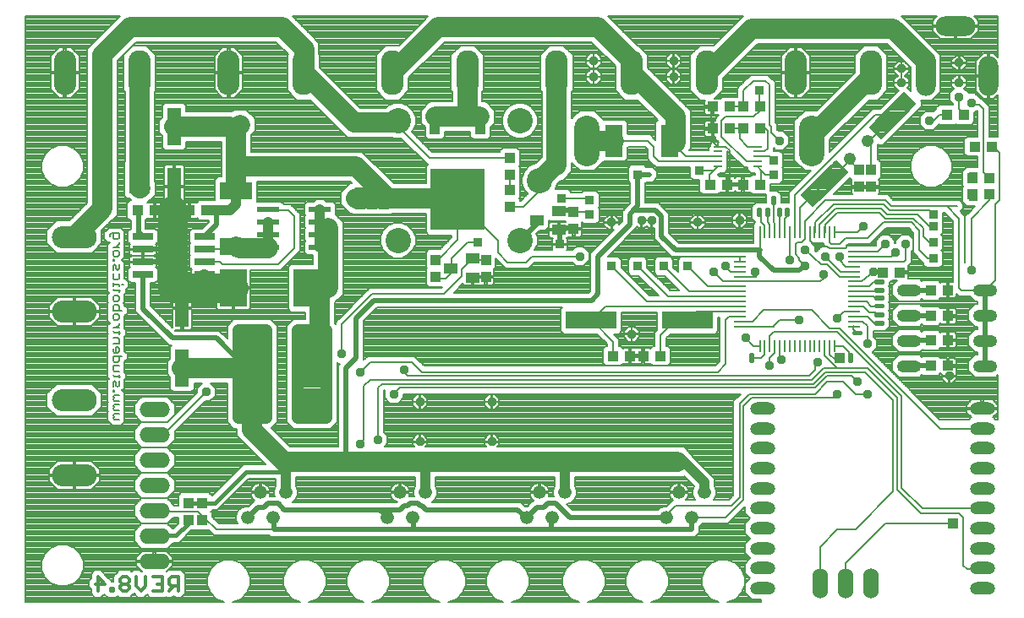
<source format=gbr>
G75*
G70*
%OFA0B0*%
%FSLAX24Y24*%
%IPPOS*%
%LPD*%
%AMOC8*
5,1,8,0,0,1.08239X$1,22.5*
%
%ADD10C,0.0140*%
%ADD11C,0.0060*%
%ADD12R,0.0800X0.0260*%
%ADD13R,0.0866X0.0236*%
%ADD14R,0.0551X0.0394*%
%ADD15O,0.0960X0.0480*%
%ADD16C,0.0525*%
%ADD17O,0.1200X0.0600*%
%ADD18R,0.0370X0.0100*%
%ADD19R,0.0433X0.0394*%
%ADD20C,0.1000*%
%ADD21R,0.2126X0.2441*%
%ADD22R,0.0394X0.0630*%
%ADD23O,0.0787X0.1575*%
%ADD24O,0.1575X0.0787*%
%ADD25O,0.1000X0.2000*%
%ADD26R,0.0709X0.1260*%
%ADD27C,0.0472*%
%ADD28R,0.1102X0.1496*%
%ADD29R,0.1260X0.0709*%
%ADD30O,0.0886X0.1772*%
%ADD31R,0.0394X0.0433*%
%ADD32R,0.0551X0.1496*%
%ADD33R,0.0079X0.0472*%
%ADD34R,0.0472X0.0079*%
%ADD35R,0.2000X0.0700*%
%ADD36C,0.0480*%
%ADD37O,0.1000X0.0500*%
%ADD38C,0.0136*%
%ADD39O,0.1772X0.0886*%
%ADD40O,0.0600X0.1200*%
%ADD41C,0.0787*%
%ADD42C,0.0079*%
%ADD43C,0.0197*%
%ADD44C,0.0394*%
%ADD45R,0.0354X0.0354*%
%ADD46OC8,0.0354*%
%ADD47C,0.1181*%
%ADD48C,0.0160*%
%ADD49R,0.0394X0.0394*%
D10*
X005001Y003563D02*
X005001Y004123D01*
X005282Y003843D01*
X004908Y003843D01*
X005511Y003656D02*
X005511Y003563D01*
X005604Y003563D01*
X005604Y003656D01*
X005511Y003656D01*
X005875Y003656D02*
X005875Y003750D01*
X005968Y003843D01*
X006155Y003843D01*
X006248Y003936D01*
X006248Y004030D01*
X006155Y004123D01*
X005968Y004123D01*
X005875Y004030D01*
X005875Y003936D01*
X005968Y003843D01*
X006155Y003843D02*
X006248Y003750D01*
X006248Y003656D01*
X006155Y003563D01*
X005968Y003563D01*
X005875Y003656D01*
X006519Y003750D02*
X006519Y004123D01*
X006519Y003750D02*
X006706Y003563D01*
X006893Y003750D01*
X006893Y004123D01*
X007164Y004123D02*
X007538Y004123D01*
X007538Y003563D01*
X007164Y003563D01*
X007351Y003843D02*
X007538Y003843D01*
X007808Y003843D02*
X007902Y003750D01*
X008182Y003750D01*
X007995Y003750D02*
X007808Y003563D01*
X007808Y003843D02*
X007808Y004030D01*
X007902Y004123D01*
X008182Y004123D01*
X008182Y003563D01*
X033187Y018784D02*
X034501Y020098D01*
X033187Y018784D02*
X032791Y019180D01*
X034105Y020494D01*
X034501Y020098D01*
X033326Y018923D02*
X033048Y018923D01*
X032909Y019062D02*
X033465Y019062D01*
X033604Y019201D02*
X032812Y019201D01*
X032951Y019340D02*
X033743Y019340D01*
X033882Y019479D02*
X033090Y019479D01*
X033229Y019618D02*
X034021Y019618D01*
X034160Y019757D02*
X033368Y019757D01*
X033507Y019896D02*
X034299Y019896D01*
X034438Y020035D02*
X033646Y020035D01*
X033785Y020174D02*
X034425Y020174D01*
X034286Y020313D02*
X033924Y020313D01*
X034063Y020452D02*
X034147Y020452D01*
X035874Y021471D02*
X037188Y022785D01*
X035874Y021471D02*
X035478Y021867D01*
X036792Y023181D01*
X037188Y022785D01*
X036013Y021610D02*
X035735Y021610D01*
X035596Y021749D02*
X036152Y021749D01*
X036291Y021888D02*
X035499Y021888D01*
X035638Y022027D02*
X036430Y022027D01*
X036569Y022166D02*
X035777Y022166D01*
X035916Y022305D02*
X036708Y022305D01*
X036847Y022444D02*
X036055Y022444D01*
X036194Y022583D02*
X036986Y022583D01*
X037125Y022722D02*
X036333Y022722D01*
X036472Y022861D02*
X037112Y022861D01*
X036973Y023000D02*
X036611Y023000D01*
X036750Y023139D02*
X036834Y023139D01*
D11*
X005830Y017678D02*
X005830Y017507D01*
X005773Y017451D01*
X005660Y017451D01*
X005603Y017507D01*
X005603Y017678D01*
X005546Y017678D02*
X005830Y017678D01*
X005546Y017678D02*
X005489Y017621D01*
X005489Y017564D01*
X005830Y017314D02*
X005830Y017257D01*
X005716Y017144D01*
X005603Y017144D02*
X005830Y017144D01*
X005773Y017002D02*
X005830Y016946D01*
X005830Y016832D01*
X005773Y016776D01*
X005660Y016776D01*
X005603Y016832D01*
X005603Y016946D01*
X005660Y017002D01*
X005773Y017002D01*
X005660Y016648D02*
X005603Y016648D01*
X005603Y016591D01*
X005660Y016591D01*
X005660Y016648D01*
X005660Y016450D02*
X005603Y016393D01*
X005603Y016223D01*
X005716Y016280D02*
X005773Y016223D01*
X005830Y016280D01*
X005830Y016450D01*
X005716Y016393D02*
X005716Y016280D01*
X005716Y016393D02*
X005660Y016450D01*
X005603Y016082D02*
X005603Y015911D01*
X005660Y015855D01*
X005773Y015855D01*
X005830Y015911D01*
X005830Y016082D01*
X005830Y015666D02*
X005603Y015666D01*
X005603Y015609D02*
X005603Y015723D01*
X005830Y015666D02*
X005830Y015609D01*
X005943Y015666D02*
X006000Y015666D01*
X005830Y015477D02*
X005830Y015364D01*
X005886Y015420D02*
X005660Y015420D01*
X005603Y015477D01*
X005660Y015222D02*
X005603Y015166D01*
X005603Y015052D01*
X005660Y014995D01*
X005773Y014995D01*
X005830Y015052D01*
X005830Y015166D01*
X005773Y015222D01*
X005660Y015222D01*
X005660Y014854D02*
X005603Y014797D01*
X005603Y014627D01*
X005943Y014627D01*
X005830Y014627D02*
X005830Y014797D01*
X005773Y014854D01*
X005660Y014854D01*
X005660Y014486D02*
X005773Y014486D01*
X005830Y014429D01*
X005830Y014316D01*
X005773Y014259D01*
X005660Y014259D01*
X005603Y014316D01*
X005603Y014429D01*
X005660Y014486D01*
X005830Y014122D02*
X005830Y014065D01*
X005716Y013952D01*
X005603Y013952D02*
X005830Y013952D01*
X005830Y013820D02*
X005830Y013706D01*
X005886Y013763D02*
X005660Y013763D01*
X005603Y013820D01*
X005603Y013565D02*
X005773Y013565D01*
X005830Y013508D01*
X005830Y013338D01*
X005603Y013338D01*
X005716Y013197D02*
X005716Y012970D01*
X005660Y012970D02*
X005773Y012970D01*
X005830Y013026D01*
X005830Y013140D01*
X005773Y013197D01*
X005716Y013197D01*
X005603Y013140D02*
X005603Y013026D01*
X005660Y012970D01*
X005603Y012828D02*
X005943Y012828D01*
X005830Y012828D02*
X005830Y012658D01*
X005773Y012601D01*
X005660Y012601D01*
X005603Y012658D01*
X005603Y012828D01*
X005603Y012460D02*
X005830Y012460D01*
X005830Y012233D02*
X005660Y012233D01*
X005603Y012290D01*
X005603Y012460D01*
X005603Y012101D02*
X005660Y012044D01*
X005886Y012044D01*
X005830Y011988D02*
X005830Y012101D01*
X005830Y011846D02*
X005830Y011676D01*
X005773Y011619D01*
X005716Y011676D01*
X005716Y011789D01*
X005660Y011846D01*
X005603Y011789D01*
X005603Y011619D01*
X005603Y011492D02*
X005603Y011435D01*
X005660Y011435D01*
X005660Y011492D01*
X005603Y011492D01*
X005660Y011294D02*
X005603Y011237D01*
X005660Y011180D01*
X005603Y011124D01*
X005660Y011067D01*
X005830Y011067D01*
X005830Y010925D02*
X005660Y010925D01*
X005603Y010869D01*
X005660Y010812D01*
X005603Y010755D01*
X005660Y010699D01*
X005830Y010699D01*
X005830Y010557D02*
X005660Y010557D01*
X005603Y010500D01*
X005660Y010444D01*
X005603Y010387D01*
X005660Y010330D01*
X005830Y010330D01*
X005830Y011294D02*
X005660Y011294D01*
D12*
X006780Y016050D03*
X006780Y016550D03*
X006780Y017050D03*
X006780Y017550D03*
X009200Y017550D03*
X009200Y017050D03*
X009200Y016550D03*
X009200Y016050D03*
D13*
X011715Y017129D03*
X011715Y017629D03*
X011715Y018129D03*
X011715Y018629D03*
X013762Y018629D03*
X013762Y018129D03*
X013762Y017629D03*
X013762Y017129D03*
D14*
X018919Y016304D03*
X019786Y015930D03*
X019786Y016678D03*
X022305Y018194D03*
X023171Y017820D03*
X023171Y018568D03*
D15*
X036986Y015442D03*
X036986Y014442D03*
X036986Y013442D03*
X036986Y012442D03*
X039986Y012442D03*
X039986Y013442D03*
X039986Y014442D03*
X039986Y015442D03*
D16*
X028911Y007452D03*
X027911Y007452D03*
X027411Y006452D03*
X028411Y006452D03*
X023411Y007452D03*
X022411Y007452D03*
X021911Y006452D03*
X022911Y006452D03*
X017911Y007452D03*
X016911Y007452D03*
X016411Y006452D03*
X017411Y006452D03*
X012411Y007452D03*
X011411Y007452D03*
X010911Y006452D03*
X011911Y006452D03*
D17*
X007234Y006726D03*
X007234Y005726D03*
X007234Y004726D03*
X007234Y007726D03*
X007234Y008726D03*
X007234Y009726D03*
X007234Y010726D03*
D18*
X029446Y020323D03*
X029446Y020520D03*
X029446Y020717D03*
X029446Y020914D03*
X029446Y021111D03*
X031010Y021111D03*
X031010Y020914D03*
X031010Y020717D03*
X031010Y020520D03*
X031010Y020323D03*
D19*
X031104Y019611D03*
X030435Y019611D03*
X029805Y019611D03*
X029136Y019611D03*
X029254Y021816D03*
X029923Y021816D03*
X030435Y021816D03*
X031104Y021816D03*
X031104Y022682D03*
X030435Y022682D03*
X029923Y022682D03*
X029254Y022682D03*
X038467Y022367D03*
X039136Y022367D03*
X039569Y021107D03*
X040238Y021107D03*
X040160Y019848D03*
X040160Y019218D03*
X039490Y019218D03*
X039490Y019848D03*
X036628Y016143D03*
X035959Y016143D03*
X037837Y015438D03*
X038506Y015438D03*
X038506Y014414D03*
X037837Y014414D03*
X037837Y013470D03*
X038506Y013470D03*
X038506Y012446D03*
X037837Y012446D03*
X027167Y012840D03*
X026498Y012840D03*
X025986Y012840D03*
X025317Y012840D03*
X009293Y018588D03*
X008624Y018588D03*
X007246Y018588D03*
X006577Y018588D03*
D20*
X016833Y017407D03*
X021636Y017407D03*
X022423Y019769D03*
X021636Y022131D03*
X016833Y022131D03*
D21*
X019191Y019021D03*
D22*
X018293Y021895D03*
X020089Y021895D03*
D23*
X037632Y023899D03*
X040112Y023899D03*
D24*
X038813Y025867D03*
D25*
X033153Y021344D03*
X024293Y021344D03*
D26*
X025337Y021344D03*
X027541Y021344D03*
D27*
X013998Y010399D02*
X012896Y010399D01*
X012896Y013863D01*
X013998Y013863D01*
X013998Y010399D01*
X013998Y010870D02*
X012896Y010870D01*
X012896Y011341D02*
X013998Y011341D01*
X013998Y011812D02*
X012896Y011812D01*
X012896Y012283D02*
X013998Y012283D01*
X013998Y012754D02*
X012896Y012754D01*
X012896Y013225D02*
X013998Y013225D01*
X013998Y013696D02*
X012896Y013696D01*
X011636Y010399D02*
X010534Y010399D01*
X010534Y013863D01*
X011636Y013863D01*
X011636Y010399D01*
X011636Y010870D02*
X010534Y010870D01*
X010534Y011341D02*
X011636Y011341D01*
X011636Y011812D02*
X010534Y011812D01*
X010534Y012283D02*
X011636Y012283D01*
X011636Y012754D02*
X010534Y012754D01*
X010534Y013225D02*
X011636Y013225D01*
X011636Y013696D02*
X010534Y013696D01*
D28*
X010337Y015517D03*
X013250Y015517D03*
D29*
X010455Y017170D03*
X010455Y019375D03*
D30*
X010160Y024021D03*
X013112Y024021D03*
X016616Y024021D03*
X019569Y024021D03*
X023093Y024021D03*
X026045Y024021D03*
X028998Y024021D03*
X032522Y024021D03*
X035474Y024021D03*
X006656Y024021D03*
X003703Y024021D03*
D31*
X018329Y016639D03*
X018329Y015970D03*
X020297Y015970D03*
X020297Y016639D03*
X021242Y018726D03*
X021242Y019395D03*
X021242Y019985D03*
X021242Y020655D03*
X023762Y018529D03*
X023762Y017859D03*
X035022Y019513D03*
X035494Y019513D03*
X035494Y020182D03*
X035022Y020182D03*
X009104Y007033D03*
X008565Y007033D03*
X008565Y006363D03*
X009104Y006363D03*
D32*
X008329Y012367D03*
X008329Y014729D03*
X008014Y019533D03*
X008014Y021895D03*
D33*
X031097Y017729D03*
X031293Y017729D03*
X031490Y017729D03*
X031687Y017729D03*
X031884Y017729D03*
X032081Y017729D03*
X032278Y017729D03*
X032474Y017729D03*
X032671Y017729D03*
X032868Y017729D03*
X033065Y017729D03*
X033262Y017729D03*
X033459Y017729D03*
X033656Y017729D03*
X033852Y017729D03*
X034049Y017729D03*
X034049Y013241D03*
X033852Y013241D03*
X033656Y013241D03*
X033459Y013241D03*
X033262Y013241D03*
X033065Y013241D03*
X032868Y013241D03*
X032671Y013241D03*
X032474Y013241D03*
X032278Y013241D03*
X032081Y013241D03*
X031884Y013241D03*
X031687Y013241D03*
X031490Y013241D03*
X031293Y013241D03*
X031097Y013241D03*
D34*
X030329Y014009D03*
X030329Y014206D03*
X030329Y014403D03*
X030329Y014600D03*
X030329Y014796D03*
X030329Y014993D03*
X030329Y015190D03*
X030329Y015387D03*
X030329Y015584D03*
X030329Y015781D03*
X030329Y015977D03*
X030329Y016174D03*
X030329Y016371D03*
X030329Y016568D03*
X030329Y016765D03*
X030329Y016962D03*
X034817Y016962D03*
X034817Y016765D03*
X034817Y016568D03*
X034817Y016371D03*
X034817Y016174D03*
X034817Y015977D03*
X034817Y015781D03*
X034817Y015584D03*
X034817Y015387D03*
X034817Y015190D03*
X034817Y014993D03*
X034817Y014796D03*
X034817Y014600D03*
X034817Y014403D03*
X034817Y014206D03*
X034817Y014009D03*
D35*
X028260Y014257D03*
X024460Y014257D03*
D36*
X034636Y020629D03*
X035343Y021336D03*
D37*
X031203Y010753D03*
X031203Y009966D03*
X031203Y009178D03*
X031203Y008391D03*
X031203Y007603D03*
X031203Y006816D03*
X031203Y006029D03*
X031203Y005241D03*
X031203Y004454D03*
X031203Y003666D03*
X039864Y003666D03*
X039864Y004454D03*
X039864Y005241D03*
X039864Y006029D03*
X039864Y006816D03*
X039864Y007603D03*
X039864Y008391D03*
X039864Y009178D03*
X039864Y009966D03*
X039864Y010753D03*
D38*
X035072Y013715D02*
X034814Y013715D01*
X034814Y013775D01*
X035072Y013775D01*
X035072Y013715D01*
X035680Y014109D02*
X035938Y014109D01*
X035680Y014109D02*
X035680Y014169D01*
X035938Y014169D01*
X035938Y014109D01*
X035938Y014424D02*
X035680Y014424D01*
X035680Y014484D01*
X035938Y014484D01*
X035938Y014424D01*
X035938Y014778D02*
X035680Y014778D01*
X035680Y014838D01*
X035938Y014838D01*
X035938Y014778D01*
X035938Y015093D02*
X035680Y015093D01*
X035680Y015153D01*
X035938Y015153D01*
X035938Y015093D01*
X035938Y015408D02*
X035680Y015408D01*
X035680Y015468D01*
X035938Y015468D01*
X035938Y015408D01*
X035938Y015723D02*
X035680Y015723D01*
X035680Y015783D01*
X035938Y015783D01*
X035938Y015723D01*
X032217Y018380D02*
X032157Y018380D01*
X032157Y018638D01*
X032217Y018638D01*
X032217Y018380D01*
X032217Y018515D02*
X032157Y018515D01*
X031902Y018380D02*
X031842Y018380D01*
X031842Y018638D01*
X031902Y018638D01*
X031902Y018380D01*
X031902Y018515D02*
X031842Y018515D01*
X031430Y018380D02*
X031370Y018380D01*
X031370Y018638D01*
X031430Y018638D01*
X031430Y018380D01*
X031430Y018515D02*
X031370Y018515D01*
X031115Y018380D02*
X031055Y018380D01*
X031055Y018638D01*
X031115Y018638D01*
X031115Y018380D01*
X031115Y018515D02*
X031055Y018515D01*
X031606Y018852D02*
X031666Y018852D01*
X031606Y018852D02*
X031606Y019110D01*
X031666Y019110D01*
X031666Y018852D01*
X031666Y018987D02*
X031606Y018987D01*
X030800Y012632D02*
X030740Y012632D01*
X030740Y012890D01*
X030800Y012890D01*
X030800Y012632D01*
X030800Y012767D02*
X030740Y012767D01*
X034637Y012632D02*
X034697Y012632D01*
X034637Y012632D02*
X034637Y012890D01*
X034697Y012890D01*
X034697Y012632D01*
X034697Y012767D02*
X034637Y012767D01*
D39*
X004077Y011088D03*
X004077Y008135D03*
X004077Y014592D03*
X004077Y017544D03*
D40*
X033474Y003875D03*
X034474Y003875D03*
X035474Y003875D03*
D41*
X027856Y008666D02*
X025022Y008666D01*
X023447Y008666D01*
X021793Y008666D01*
X017935Y008666D01*
X014786Y008666D01*
X014628Y008666D01*
X012502Y008666D01*
X012345Y008666D01*
X011085Y009926D01*
X011085Y012131D01*
X011085Y012367D01*
X010849Y012367D01*
X008329Y012367D01*
X013447Y012131D02*
X013762Y012131D01*
X013762Y015359D01*
X013289Y015359D01*
X013289Y015517D01*
X013250Y015517D01*
X014077Y015517D01*
X014077Y017879D01*
X015179Y019060D02*
X016439Y019060D01*
X015179Y020320D01*
X010455Y020320D01*
X010455Y021659D01*
X010376Y021737D01*
X010612Y021974D01*
X010376Y021737D02*
X010219Y021895D01*
X008014Y021895D01*
X010455Y020320D02*
X010455Y019375D01*
X010455Y017170D02*
X010612Y017092D01*
X011715Y017092D01*
X011715Y017129D01*
X016439Y019060D02*
X019152Y019060D01*
X019191Y019021D01*
X022423Y019769D02*
X023014Y020359D01*
X023093Y020359D01*
X023093Y024021D01*
X024707Y025832D02*
X026045Y024493D01*
X026045Y024257D01*
X026045Y024021D02*
X027778Y022289D01*
X027778Y021265D01*
X025337Y021344D02*
X024293Y021344D01*
X020061Y022289D02*
X019589Y022289D01*
X019569Y022308D01*
X019569Y024021D01*
X019589Y022289D02*
X018329Y022289D01*
X016833Y022131D02*
X016833Y022052D01*
X015100Y022052D01*
X013132Y024021D01*
X013112Y024021D01*
X013132Y024001D01*
X013132Y024966D01*
X012266Y025832D01*
X006282Y025832D01*
X005179Y024729D01*
X005179Y018647D01*
X004077Y017544D01*
X006656Y019474D02*
X006675Y019454D01*
X006656Y019474D02*
X006656Y024021D01*
X013132Y024001D02*
X013132Y023942D01*
X016616Y024021D02*
X018427Y025832D01*
X024707Y025832D01*
X028998Y024021D02*
X029037Y024021D01*
X030770Y025753D01*
X036360Y025753D01*
X037632Y024481D01*
X037632Y023899D01*
X035494Y023863D02*
X033153Y021522D01*
X033153Y021344D01*
X035494Y023863D02*
X035474Y023883D01*
X035474Y024021D01*
D42*
X002148Y026265D02*
X002148Y003115D01*
X009995Y003115D01*
X009687Y003242D01*
X009452Y003478D01*
X009325Y003785D01*
X009325Y004118D01*
X009452Y004426D01*
X009687Y004661D01*
X009995Y004789D01*
X010328Y004789D01*
X010636Y004661D01*
X010871Y004426D01*
X010998Y004118D01*
X010998Y003785D01*
X010871Y003478D01*
X010636Y003242D01*
X010328Y003115D01*
X012995Y003115D01*
X012687Y003242D01*
X012452Y003478D01*
X012325Y003785D01*
X012325Y004118D01*
X012452Y004426D01*
X012687Y004661D01*
X012995Y004789D01*
X013328Y004789D01*
X013636Y004661D01*
X013871Y004426D01*
X013998Y004118D01*
X013998Y003785D01*
X013871Y003478D01*
X013636Y003242D01*
X013328Y003115D01*
X015495Y003115D01*
X015187Y003242D01*
X014952Y003478D01*
X014825Y003785D01*
X014825Y004118D01*
X014952Y004426D01*
X015187Y004661D01*
X015495Y004789D01*
X015828Y004789D01*
X016136Y004661D01*
X016371Y004426D01*
X016498Y004118D01*
X016498Y003785D01*
X016371Y003478D01*
X016136Y003242D01*
X015828Y003115D01*
X018495Y003115D01*
X018187Y003242D01*
X017952Y003478D01*
X017825Y003785D01*
X017825Y004118D01*
X017952Y004426D01*
X018187Y004661D01*
X018495Y004789D01*
X018828Y004789D01*
X019136Y004661D01*
X019371Y004426D01*
X019498Y004118D01*
X019498Y003785D01*
X019371Y003478D01*
X019136Y003242D01*
X018828Y003115D01*
X020995Y003115D01*
X020687Y003242D01*
X020452Y003478D01*
X020325Y003785D01*
X020325Y004118D01*
X020452Y004426D01*
X020687Y004661D01*
X020995Y004789D01*
X021328Y004789D01*
X021636Y004661D01*
X021871Y004426D01*
X021998Y004118D01*
X021998Y003785D01*
X021871Y003478D01*
X021636Y003242D01*
X021328Y003115D01*
X023995Y003115D01*
X023687Y003242D01*
X023452Y003478D01*
X023325Y003785D01*
X023325Y004118D01*
X023452Y004426D01*
X023687Y004661D01*
X023995Y004789D01*
X024328Y004789D01*
X024636Y004661D01*
X024871Y004426D01*
X024998Y004118D01*
X024998Y003785D01*
X024871Y003478D01*
X024636Y003242D01*
X024328Y003115D01*
X026495Y003115D01*
X026187Y003242D01*
X025952Y003478D01*
X025825Y003785D01*
X025825Y004118D01*
X025952Y004426D01*
X026187Y004661D01*
X026495Y004789D01*
X026828Y004789D01*
X027136Y004661D01*
X027371Y004426D01*
X027498Y004118D01*
X027498Y003785D01*
X027371Y003478D01*
X027136Y003242D01*
X026828Y003115D01*
X029495Y003115D01*
X029187Y003242D01*
X028952Y003478D01*
X028825Y003785D01*
X028825Y004118D01*
X028952Y004426D01*
X029187Y004661D01*
X029495Y004789D01*
X029828Y004789D01*
X030136Y004661D01*
X030371Y004426D01*
X030498Y004118D01*
X030498Y003785D01*
X030371Y003478D01*
X030136Y003242D01*
X029828Y003115D01*
X031163Y003115D01*
X031163Y003220D01*
X030768Y003220D01*
X030506Y003481D01*
X030506Y003851D01*
X030715Y004060D01*
X030506Y004269D01*
X030506Y004639D01*
X030715Y004848D01*
X030506Y005056D01*
X030506Y005426D01*
X030715Y005635D01*
X030506Y005844D01*
X030506Y006214D01*
X030715Y006422D01*
X030506Y006631D01*
X030506Y006888D01*
X029834Y006216D01*
X029638Y006216D01*
X028811Y006216D01*
X028801Y006192D01*
X028707Y006097D01*
X028707Y005867D01*
X028534Y005694D01*
X023018Y005694D01*
X017585Y005694D01*
X017340Y005694D01*
X012152Y005694D01*
X012073Y005694D01*
X011829Y005694D01*
X011770Y005753D01*
X009765Y005753D01*
X009570Y005753D01*
X009373Y005950D01*
X008843Y005950D01*
X008681Y005950D01*
X008207Y005476D01*
X007987Y005476D01*
X007740Y005229D01*
X006728Y005229D01*
X006437Y005520D01*
X006437Y005931D01*
X006728Y006222D01*
X007740Y006222D01*
X007932Y006030D01*
X007978Y006030D01*
X008171Y006223D01*
X008171Y006462D01*
X007973Y006462D01*
X007740Y006229D01*
X006728Y006229D01*
X006437Y006520D01*
X006437Y006931D01*
X006728Y007222D01*
X007740Y007222D01*
X008028Y006934D01*
X008171Y006934D01*
X008171Y007331D01*
X008287Y007446D01*
X008843Y007446D01*
X009383Y007446D01*
X009498Y007331D01*
X009498Y007314D01*
X010572Y008387D01*
X010734Y008550D01*
X011626Y008550D01*
X010494Y009682D01*
X010494Y009966D01*
X010354Y009966D01*
X010100Y010219D01*
X010100Y011777D01*
X009448Y011777D01*
X009648Y011577D01*
X009648Y011267D01*
X009429Y011048D01*
X009234Y011048D01*
X008031Y009845D01*
X008031Y009520D01*
X007740Y009229D01*
X006728Y009229D01*
X006437Y009520D01*
X006437Y009931D01*
X006728Y010222D01*
X007740Y010222D01*
X008900Y011382D01*
X008900Y011577D01*
X009099Y011777D01*
X008801Y011777D01*
X008801Y011538D01*
X008686Y011422D01*
X007972Y011422D01*
X007856Y011538D01*
X007856Y012005D01*
X007738Y012123D01*
X007738Y012612D01*
X007856Y012730D01*
X007856Y013197D01*
X007913Y013253D01*
X007813Y013253D01*
X007640Y013426D01*
X006485Y014581D01*
X006485Y014826D01*
X006485Y015723D01*
X006299Y015723D01*
X006183Y015839D01*
X006183Y016262D01*
X006278Y016356D01*
X006262Y016371D01*
X006262Y016525D01*
X006754Y016525D01*
X006057Y016525D01*
X006057Y016544D02*
X005959Y016641D01*
X005989Y016670D01*
X005990Y016672D01*
X006057Y016738D01*
X006057Y016926D01*
X006057Y017040D01*
X006051Y017045D01*
X006057Y017050D01*
X006057Y017163D01*
X006057Y017408D01*
X006054Y017411D01*
X006057Y017413D01*
X006057Y017601D01*
X006057Y017771D01*
X005924Y017904D01*
X005736Y017904D01*
X005697Y017904D01*
X005509Y017904D01*
X005452Y017904D01*
X005319Y017771D01*
X005263Y017715D01*
X005263Y017527D01*
X005263Y017470D01*
X005396Y017337D01*
X005452Y017337D01*
X005464Y017326D01*
X005376Y017238D01*
X005376Y017050D01*
X005381Y017045D01*
X005376Y017040D01*
X005376Y017040D01*
X005376Y016926D01*
X005376Y016742D01*
X005376Y016554D01*
X005376Y016497D01*
X005381Y016492D01*
X005376Y016487D01*
X005376Y016299D01*
X005376Y016129D01*
X005376Y015817D01*
X005376Y015515D01*
X005376Y015383D01*
X005433Y015326D01*
X005438Y015321D01*
X005433Y015316D01*
X005376Y015259D01*
X005376Y015146D01*
X005376Y014958D01*
X005410Y014925D01*
X005376Y014891D01*
X005376Y014703D01*
X005376Y014533D01*
X005381Y014528D01*
X005376Y014523D01*
X005376Y014523D01*
X005376Y014409D01*
X005376Y014222D01*
X005464Y014134D01*
X005376Y014046D01*
X005376Y013858D01*
X005376Y013726D01*
X005410Y013692D01*
X005376Y013659D01*
X005376Y013471D01*
X005396Y013451D01*
X005376Y013432D01*
X005376Y013244D01*
X005381Y013239D01*
X005376Y013234D01*
X005376Y013120D01*
X005376Y012933D01*
X005381Y012927D01*
X005376Y012922D01*
X005376Y012752D01*
X005376Y012564D01*
X005381Y012559D01*
X005376Y012554D01*
X005376Y012366D01*
X005376Y012196D01*
X005377Y012195D01*
X005376Y012195D01*
X005376Y012007D01*
X005433Y011950D01*
X005438Y011945D01*
X005433Y011940D01*
X005376Y011883D01*
X005376Y011696D01*
X005376Y011525D01*
X005376Y011341D01*
X005381Y011336D01*
X005376Y011331D01*
X005376Y011143D01*
X005376Y011030D01*
X005410Y010996D01*
X005376Y010963D01*
X005376Y010963D01*
X005376Y010775D01*
X005376Y010661D01*
X005410Y010628D01*
X005376Y010594D01*
X005376Y010406D01*
X005376Y010293D01*
X005509Y010160D01*
X005566Y010103D01*
X005754Y010103D01*
X005924Y010103D01*
X006057Y010236D01*
X006057Y010424D01*
X006037Y010444D01*
X006057Y010463D01*
X006057Y010605D01*
X006057Y010793D01*
X006037Y010812D01*
X006057Y010831D01*
X006057Y010973D01*
X006057Y011161D01*
X006037Y011180D01*
X006057Y011200D01*
X006057Y011388D01*
X005959Y011485D01*
X005989Y011514D01*
X005990Y011516D01*
X006031Y011557D01*
X006057Y011582D01*
X006057Y011894D01*
X006113Y011950D01*
X006113Y012138D01*
X006057Y012195D01*
X006057Y012327D01*
X006037Y012347D01*
X006057Y012366D01*
X006057Y012554D01*
X006051Y012559D01*
X006057Y012564D01*
X006057Y012621D01*
X006170Y012734D01*
X006170Y012922D01*
X006057Y013036D01*
X006057Y013046D01*
X006057Y013234D01*
X006051Y013239D01*
X006057Y013244D01*
X006057Y013414D01*
X006057Y013602D01*
X006051Y013607D01*
X006057Y013612D01*
X006113Y013669D01*
X006113Y013857D01*
X006057Y013914D01*
X006057Y013971D01*
X006057Y014216D01*
X006054Y014219D01*
X006057Y014222D01*
X006057Y014409D01*
X006057Y014420D01*
X006170Y014533D01*
X006170Y014721D01*
X006057Y014834D01*
X006057Y014891D01*
X006023Y014925D01*
X006057Y014958D01*
X006057Y015146D01*
X006057Y015259D01*
X006051Y015265D01*
X006057Y015270D01*
X006113Y015326D01*
X006113Y015459D01*
X006227Y015572D01*
X006227Y015760D01*
X006094Y015893D01*
X006057Y015893D01*
X006057Y016005D01*
X006057Y016176D01*
X006051Y016181D01*
X006057Y016186D01*
X006057Y016544D01*
X005998Y016602D02*
X006262Y016602D01*
X006262Y016576D02*
X006754Y016576D01*
X006754Y016525D01*
X006755Y016576D02*
X006755Y016798D01*
X006331Y016798D01*
X006262Y016729D01*
X006262Y016576D01*
X006262Y016679D02*
X005998Y016679D01*
X006057Y016757D02*
X006289Y016757D01*
X006331Y016802D02*
X006755Y016802D01*
X006755Y017024D01*
X006806Y017024D01*
X006806Y016802D01*
X007229Y016802D01*
X007298Y016871D01*
X007298Y017025D01*
X006806Y017025D01*
X006806Y017076D01*
X007298Y017076D01*
X007298Y017229D01*
X007283Y017245D01*
X007377Y017339D01*
X007377Y017762D01*
X007262Y017877D01*
X006892Y017877D01*
X006892Y018211D01*
X006967Y018286D01*
X006981Y018273D01*
X007207Y018273D01*
X007207Y018548D01*
X007285Y018548D01*
X007285Y018273D01*
X007512Y018273D01*
X007581Y018342D01*
X007581Y018548D01*
X007286Y018548D01*
X007286Y018627D01*
X007581Y018627D01*
X007581Y018833D01*
X007512Y018903D01*
X007285Y018903D01*
X007285Y018627D01*
X007207Y018627D01*
X007207Y018903D01*
X006981Y018903D01*
X006967Y018889D01*
X006956Y018900D01*
X007266Y019209D01*
X007266Y019698D01*
X007246Y019718D01*
X007246Y023264D01*
X007295Y023313D01*
X007295Y024729D01*
X006921Y025103D01*
X012159Y025103D01*
X012082Y025180D02*
X006465Y025180D01*
X006526Y025241D02*
X012021Y025241D01*
X012503Y024759D01*
X012473Y024729D01*
X012473Y023313D01*
X012847Y022938D01*
X013377Y022938D01*
X013378Y022939D01*
X013378Y022939D01*
X014856Y021462D01*
X015345Y021462D01*
X016628Y021462D01*
X016694Y021434D01*
X016959Y021434D01*
X017837Y020557D01*
X017837Y020557D01*
X017975Y020418D01*
X018027Y020418D01*
X017931Y020323D01*
X017931Y019651D01*
X016684Y019651D01*
X015424Y020911D01*
X014935Y020911D01*
X011045Y020911D01*
X011045Y021414D01*
X011045Y021571D01*
X011203Y021729D01*
X011203Y022218D01*
X010857Y022564D01*
X010368Y022564D01*
X010289Y022485D01*
X008486Y022485D01*
X008486Y022724D01*
X008371Y022840D01*
X007657Y022840D01*
X007541Y022724D01*
X007541Y022257D01*
X007423Y022139D01*
X007423Y021650D01*
X007541Y021532D01*
X007541Y021065D01*
X007657Y020950D01*
X008371Y020950D01*
X008486Y021065D01*
X008486Y021304D01*
X009864Y021304D01*
X009864Y020075D01*
X009864Y019926D01*
X009743Y019926D01*
X009628Y019811D01*
X009628Y018981D01*
X009591Y018981D01*
X008995Y018981D01*
X008903Y018889D01*
X008890Y018903D01*
X008663Y018903D01*
X008663Y018627D01*
X008585Y018627D01*
X008585Y018903D01*
X008408Y018903D01*
X008408Y019493D01*
X008053Y019493D01*
X008053Y018666D01*
X008289Y018666D01*
X008289Y018627D01*
X008585Y018627D01*
X008585Y018548D01*
X008663Y018548D01*
X008663Y018273D01*
X008890Y018273D01*
X008903Y018286D01*
X008995Y018194D01*
X009372Y018194D01*
X009372Y018140D01*
X009109Y017877D01*
X008719Y017877D01*
X008603Y017762D01*
X008603Y017339D01*
X008642Y017300D01*
X008603Y017262D01*
X008603Y016839D01*
X008642Y016800D01*
X008603Y016762D01*
X008603Y016339D01*
X008698Y016245D01*
X008682Y016229D01*
X008682Y016076D01*
X009174Y016076D01*
X009174Y016025D01*
X008682Y016025D01*
X008682Y015871D01*
X008751Y015802D01*
X009175Y015802D01*
X009175Y016024D01*
X009226Y016024D01*
X009226Y015802D01*
X009649Y015802D01*
X009667Y015821D01*
X009667Y015556D01*
X010297Y015556D01*
X010297Y015478D01*
X009667Y015478D01*
X009667Y014720D01*
X009737Y014651D01*
X010297Y014651D01*
X010297Y015477D01*
X010376Y015477D01*
X010376Y014651D01*
X010937Y014651D01*
X011006Y014720D01*
X011006Y015478D01*
X010376Y015478D01*
X010376Y015556D01*
X011006Y015556D01*
X011006Y016226D01*
X012011Y016226D01*
X012206Y016226D01*
X012836Y016855D01*
X012974Y016994D01*
X012974Y018254D01*
X012974Y018449D01*
X012738Y018686D01*
X012600Y018824D01*
X012345Y018824D01*
X012345Y018829D01*
X012229Y018944D01*
X011282Y018944D01*
X011282Y019729D01*
X014935Y019729D01*
X015013Y019651D01*
X014935Y019651D01*
X014589Y019305D01*
X014589Y018816D01*
X014935Y018470D01*
X015019Y018470D01*
X015058Y018430D01*
X015615Y018430D01*
X016003Y018430D01*
X016560Y018430D01*
X016599Y018470D01*
X017931Y018470D01*
X017931Y017719D01*
X018046Y017603D01*
X018959Y017603D01*
X018959Y017524D01*
X018487Y017052D01*
X018050Y017052D01*
X017935Y016937D01*
X017935Y016341D01*
X017972Y016304D01*
X017935Y016268D01*
X017935Y015671D01*
X018050Y015556D01*
X018585Y015556D01*
X018546Y015517D01*
X015907Y015517D01*
X015711Y015517D01*
X014530Y014336D01*
X014392Y014197D01*
X014392Y014082D01*
X014352Y014121D01*
X014352Y014957D01*
X014667Y015272D01*
X014667Y018124D01*
X014377Y018414D01*
X014392Y018429D01*
X014392Y018829D01*
X014276Y018944D01*
X014004Y018944D01*
X013925Y019023D01*
X013599Y019023D01*
X013520Y018944D01*
X013247Y018944D01*
X013132Y018829D01*
X013132Y018429D01*
X013182Y018379D01*
X013132Y018329D01*
X013132Y017929D01*
X013182Y017879D01*
X013132Y017829D01*
X013132Y017429D01*
X013182Y017379D01*
X013132Y017329D01*
X013132Y016929D01*
X013247Y016814D01*
X013486Y016814D01*
X013486Y016462D01*
X012617Y016462D01*
X012502Y016346D01*
X012502Y014687D01*
X012617Y014572D01*
X013171Y014572D01*
X013171Y014296D01*
X012716Y014296D01*
X012463Y014043D01*
X012463Y010219D01*
X012716Y009966D01*
X014177Y009966D01*
X014431Y010219D01*
X014431Y012586D01*
X014473Y012544D01*
X014545Y012544D01*
X014490Y012490D01*
X014490Y009257D01*
X012589Y009257D01*
X011848Y009998D01*
X012069Y010219D01*
X012069Y014043D01*
X011815Y014296D01*
X010354Y014296D01*
X010100Y014043D01*
X010100Y013533D01*
X009790Y013844D01*
X009545Y013844D01*
X008057Y013844D01*
X008038Y013863D01*
X008289Y013863D01*
X008289Y014690D01*
X007935Y014690D01*
X007935Y013966D01*
X007075Y014826D01*
X007075Y015723D01*
X007262Y015723D01*
X007377Y015839D01*
X007377Y016262D01*
X007283Y016356D01*
X007298Y016371D01*
X007298Y016525D01*
X006806Y016525D01*
X008603Y016525D01*
X008603Y016602D02*
X007298Y016602D01*
X007298Y016576D02*
X007298Y016729D01*
X007229Y016798D01*
X006806Y016798D01*
X006806Y016576D01*
X007298Y016576D01*
X007298Y016679D02*
X008603Y016679D01*
X008603Y016757D02*
X007271Y016757D01*
X007261Y016834D02*
X008608Y016834D01*
X008603Y016911D02*
X007298Y016911D01*
X007298Y016988D02*
X008603Y016988D01*
X008603Y017066D02*
X006806Y017066D01*
X006754Y017066D02*
X006057Y017066D01*
X006057Y017143D02*
X006262Y017143D01*
X006262Y017076D02*
X006754Y017076D01*
X006754Y017025D01*
X006262Y017025D01*
X006262Y016871D01*
X006331Y016802D01*
X006300Y016834D02*
X006057Y016834D01*
X006057Y016911D02*
X006262Y016911D01*
X006262Y016988D02*
X006057Y016988D01*
X006262Y017076D02*
X006262Y017229D01*
X006278Y017245D01*
X006183Y017339D01*
X006183Y017762D01*
X006299Y017877D01*
X006301Y017877D01*
X006301Y018194D01*
X006279Y018194D01*
X006163Y018309D01*
X006163Y018866D01*
X006279Y018981D01*
X006313Y018981D01*
X006234Y019060D01*
X006161Y019060D01*
X006045Y019175D01*
X006045Y019569D01*
X006045Y019963D01*
X006045Y020520D01*
X006065Y020539D01*
X006065Y023264D01*
X006016Y023313D01*
X006016Y024729D01*
X006391Y025103D01*
X006921Y025103D01*
X006998Y025026D02*
X012237Y025026D01*
X012314Y024949D02*
X010468Y024949D01*
X010392Y025025D02*
X010721Y024696D01*
X010721Y024060D01*
X010199Y024060D01*
X010199Y023981D01*
X010199Y023017D01*
X010392Y023017D01*
X010721Y023345D01*
X010721Y023981D01*
X010199Y023981D01*
X010120Y023981D01*
X010120Y023017D01*
X009927Y023017D01*
X009599Y023345D01*
X009599Y023981D01*
X010120Y023981D01*
X010120Y024060D01*
X009599Y024060D01*
X009599Y024696D01*
X009927Y025025D01*
X010120Y025025D01*
X010120Y024060D01*
X010199Y024060D01*
X010199Y025025D01*
X010392Y025025D01*
X010199Y024949D02*
X010120Y024949D01*
X010120Y024871D02*
X010199Y024871D01*
X010199Y024794D02*
X010120Y024794D01*
X010120Y024717D02*
X010199Y024717D01*
X010199Y024639D02*
X010120Y024639D01*
X010120Y024562D02*
X010199Y024562D01*
X010199Y024485D02*
X010120Y024485D01*
X010120Y024408D02*
X010199Y024408D01*
X010199Y024330D02*
X010120Y024330D01*
X010120Y024253D02*
X010199Y024253D01*
X010199Y024176D02*
X010120Y024176D01*
X010120Y024098D02*
X010199Y024098D01*
X010199Y024021D02*
X012473Y024021D01*
X012473Y023944D02*
X010721Y023944D01*
X010721Y023867D02*
X012473Y023867D01*
X012473Y023789D02*
X010721Y023789D01*
X010721Y023712D02*
X012473Y023712D01*
X012473Y023635D02*
X010721Y023635D01*
X010721Y023557D02*
X012473Y023557D01*
X012473Y023480D02*
X010721Y023480D01*
X010721Y023403D02*
X012473Y023403D01*
X012473Y023326D02*
X010701Y023326D01*
X010623Y023248D02*
X012537Y023248D01*
X012614Y023171D02*
X010546Y023171D01*
X010469Y023094D02*
X012692Y023094D01*
X012769Y023016D02*
X007246Y023016D01*
X007246Y022939D02*
X012846Y022939D01*
X013456Y022862D02*
X007246Y022862D01*
X007246Y022785D02*
X007602Y022785D01*
X007541Y022707D02*
X007246Y022707D01*
X007246Y022630D02*
X007541Y022630D01*
X007541Y022553D02*
X007246Y022553D01*
X007246Y022476D02*
X007541Y022476D01*
X007541Y022398D02*
X007246Y022398D01*
X007246Y022321D02*
X007541Y022321D01*
X007528Y022244D02*
X007246Y022244D01*
X007246Y022166D02*
X007450Y022166D01*
X007423Y022089D02*
X007246Y022089D01*
X007246Y022012D02*
X007423Y022012D01*
X007423Y021935D02*
X007246Y021935D01*
X007246Y021857D02*
X007423Y021857D01*
X007423Y021780D02*
X007246Y021780D01*
X007246Y021703D02*
X007423Y021703D01*
X007448Y021625D02*
X007246Y021625D01*
X007246Y021548D02*
X007525Y021548D01*
X007541Y021471D02*
X007246Y021471D01*
X007246Y021394D02*
X007541Y021394D01*
X007541Y021316D02*
X007246Y021316D01*
X007246Y021239D02*
X007541Y021239D01*
X007541Y021162D02*
X007246Y021162D01*
X007246Y021084D02*
X007541Y021084D01*
X007599Y021007D02*
X007246Y021007D01*
X007246Y020930D02*
X009864Y020930D01*
X009864Y021007D02*
X008428Y021007D01*
X008486Y021084D02*
X009864Y021084D01*
X009864Y021162D02*
X008486Y021162D01*
X008486Y021239D02*
X009864Y021239D01*
X009864Y020853D02*
X007246Y020853D01*
X007246Y020775D02*
X009864Y020775D01*
X009864Y020698D02*
X007246Y020698D01*
X007246Y020621D02*
X009864Y020621D01*
X009864Y020543D02*
X007246Y020543D01*
X007246Y020466D02*
X009864Y020466D01*
X009864Y020389D02*
X008348Y020389D01*
X008338Y020399D02*
X008053Y020399D01*
X008053Y019572D01*
X007975Y019572D01*
X007975Y020399D01*
X007689Y020399D01*
X007620Y020330D01*
X007620Y019572D01*
X007974Y019572D01*
X007974Y019493D01*
X007620Y019493D01*
X007620Y018736D01*
X007689Y018666D01*
X007975Y018666D01*
X007975Y019493D01*
X008053Y019493D01*
X008053Y019572D01*
X008408Y019572D01*
X008408Y020330D01*
X008338Y020399D01*
X008408Y020312D02*
X009864Y020312D01*
X009864Y020234D02*
X008408Y020234D01*
X008408Y020157D02*
X009864Y020157D01*
X009864Y020080D02*
X008408Y020080D01*
X008408Y020002D02*
X009864Y020002D01*
X009742Y019925D02*
X008408Y019925D01*
X008408Y019848D02*
X009665Y019848D01*
X009628Y019771D02*
X008408Y019771D01*
X008408Y019693D02*
X009628Y019693D01*
X009628Y019616D02*
X008408Y019616D01*
X008408Y019461D02*
X009628Y019461D01*
X009628Y019384D02*
X008408Y019384D01*
X008408Y019307D02*
X009628Y019307D01*
X009628Y019230D02*
X008408Y019230D01*
X008408Y019152D02*
X009628Y019152D01*
X009628Y019075D02*
X008408Y019075D01*
X008408Y018998D02*
X009628Y018998D01*
X009628Y019539D02*
X008053Y019539D01*
X008053Y019616D02*
X007975Y019616D01*
X007974Y019539D02*
X007266Y019539D01*
X007266Y019616D02*
X007620Y019616D01*
X007620Y019693D02*
X007266Y019693D01*
X007246Y019771D02*
X007620Y019771D01*
X007620Y019848D02*
X007246Y019848D01*
X007246Y019925D02*
X007620Y019925D01*
X007620Y020002D02*
X007246Y020002D01*
X007246Y020080D02*
X007620Y020080D01*
X007620Y020157D02*
X007246Y020157D01*
X007246Y020234D02*
X007620Y020234D01*
X007620Y020312D02*
X007246Y020312D01*
X007246Y020389D02*
X007679Y020389D01*
X007975Y020389D02*
X008053Y020389D01*
X008053Y020312D02*
X007975Y020312D01*
X007975Y020234D02*
X008053Y020234D01*
X008053Y020157D02*
X007975Y020157D01*
X007975Y020080D02*
X008053Y020080D01*
X008053Y020002D02*
X007975Y020002D01*
X007975Y019925D02*
X008053Y019925D01*
X008053Y019848D02*
X007975Y019848D01*
X007975Y019771D02*
X008053Y019771D01*
X008053Y019693D02*
X007975Y019693D01*
X007975Y019461D02*
X008053Y019461D01*
X008053Y019384D02*
X007975Y019384D01*
X007975Y019307D02*
X008053Y019307D01*
X008053Y019230D02*
X007975Y019230D01*
X007975Y019152D02*
X008053Y019152D01*
X008053Y019075D02*
X007975Y019075D01*
X007975Y018998D02*
X008053Y018998D01*
X008053Y018920D02*
X007975Y018920D01*
X007975Y018843D02*
X008053Y018843D01*
X008053Y018766D02*
X007975Y018766D01*
X007975Y018689D02*
X008053Y018689D01*
X008289Y018548D02*
X008289Y018342D01*
X008359Y018273D01*
X008585Y018273D01*
X008585Y018548D01*
X008289Y018548D01*
X008289Y018534D02*
X007581Y018534D01*
X007581Y018457D02*
X008289Y018457D01*
X008289Y018379D02*
X007581Y018379D01*
X007541Y018302D02*
X008329Y018302D01*
X008585Y018302D02*
X008663Y018302D01*
X008663Y018379D02*
X008585Y018379D01*
X008585Y018457D02*
X008663Y018457D01*
X008663Y018534D02*
X008585Y018534D01*
X008585Y018611D02*
X007286Y018611D01*
X007285Y018534D02*
X007207Y018534D01*
X007207Y018457D02*
X007285Y018457D01*
X007285Y018379D02*
X007207Y018379D01*
X007207Y018302D02*
X007285Y018302D01*
X007285Y018689D02*
X007207Y018689D01*
X007207Y018766D02*
X007285Y018766D01*
X007285Y018843D02*
X007207Y018843D01*
X007054Y018998D02*
X007620Y018998D01*
X007620Y019075D02*
X007132Y019075D01*
X007209Y019152D02*
X007620Y019152D01*
X007620Y019230D02*
X007266Y019230D01*
X007266Y019307D02*
X007620Y019307D01*
X007620Y019384D02*
X007266Y019384D01*
X007266Y019461D02*
X007620Y019461D01*
X007620Y018920D02*
X006977Y018920D01*
X007571Y018843D02*
X007620Y018843D01*
X007620Y018766D02*
X007581Y018766D01*
X007581Y018689D02*
X007667Y018689D01*
X008408Y018920D02*
X008934Y018920D01*
X008663Y018843D02*
X008585Y018843D01*
X008585Y018766D02*
X008663Y018766D01*
X008663Y018689D02*
X008585Y018689D01*
X008964Y018225D02*
X006906Y018225D01*
X006892Y018148D02*
X009372Y018148D01*
X009303Y018070D02*
X006892Y018070D01*
X006892Y017993D02*
X009225Y017993D01*
X009148Y017916D02*
X006892Y017916D01*
X007300Y017839D02*
X008680Y017839D01*
X008603Y017761D02*
X007377Y017761D01*
X007377Y017684D02*
X008603Y017684D01*
X008603Y017607D02*
X007377Y017607D01*
X007377Y017529D02*
X008603Y017529D01*
X008603Y017452D02*
X007377Y017452D01*
X007377Y017375D02*
X008603Y017375D01*
X008639Y017298D02*
X007336Y017298D01*
X007298Y017220D02*
X008603Y017220D01*
X008603Y017143D02*
X007298Y017143D01*
X006806Y016988D02*
X006755Y016988D01*
X006755Y016911D02*
X006806Y016911D01*
X006806Y016834D02*
X006755Y016834D01*
X006755Y016757D02*
X006806Y016757D01*
X006806Y016679D02*
X006755Y016679D01*
X006755Y016602D02*
X006806Y016602D01*
X006806Y016576D02*
X006755Y016576D01*
X006806Y016576D02*
X006806Y016525D01*
X007298Y016447D02*
X008603Y016447D01*
X008603Y016370D02*
X007297Y016370D01*
X007346Y016293D02*
X008649Y016293D01*
X008682Y016216D02*
X007377Y016216D01*
X007377Y016138D02*
X008682Y016138D01*
X008682Y015984D02*
X007377Y015984D01*
X007377Y016061D02*
X009174Y016061D01*
X009175Y015984D02*
X009226Y015984D01*
X009226Y015906D02*
X009175Y015906D01*
X009175Y015829D02*
X009226Y015829D01*
X009667Y015752D02*
X007290Y015752D01*
X007367Y015829D02*
X008724Y015829D01*
X008682Y015906D02*
X007377Y015906D01*
X007075Y015675D02*
X009667Y015675D01*
X009667Y015597D02*
X007075Y015597D01*
X007075Y015520D02*
X007935Y015520D01*
X007935Y015526D02*
X007935Y014769D01*
X008289Y014769D01*
X008289Y014690D01*
X008368Y014690D01*
X008368Y013863D01*
X008653Y013863D01*
X008722Y013932D01*
X008722Y014690D01*
X008368Y014690D01*
X008368Y014769D01*
X008289Y014769D01*
X008289Y015596D01*
X008004Y015596D01*
X007935Y015526D01*
X007935Y015443D02*
X007075Y015443D01*
X007075Y015365D02*
X007935Y015365D01*
X007935Y015288D02*
X007075Y015288D01*
X007075Y015211D02*
X007935Y015211D01*
X007935Y015134D02*
X007075Y015134D01*
X007075Y015056D02*
X007935Y015056D01*
X007935Y014979D02*
X007075Y014979D01*
X007075Y014902D02*
X007935Y014902D01*
X007935Y014824D02*
X007077Y014824D01*
X007154Y014747D02*
X008289Y014747D01*
X008289Y014670D02*
X008368Y014670D01*
X008368Y014747D02*
X009667Y014747D01*
X009667Y014824D02*
X008722Y014824D01*
X008722Y014769D02*
X008722Y015526D01*
X008653Y015596D01*
X008368Y015596D01*
X008368Y014769D01*
X008722Y014769D01*
X008722Y014670D02*
X009717Y014670D01*
X009667Y014902D02*
X008722Y014902D01*
X008722Y014979D02*
X009667Y014979D01*
X009667Y015056D02*
X008722Y015056D01*
X008722Y015134D02*
X009667Y015134D01*
X009667Y015211D02*
X008722Y015211D01*
X008722Y015288D02*
X009667Y015288D01*
X009667Y015365D02*
X008722Y015365D01*
X008722Y015443D02*
X009667Y015443D01*
X010297Y015443D02*
X010376Y015443D01*
X010376Y015517D02*
X010337Y015517D01*
X010376Y015520D02*
X012502Y015520D01*
X012502Y015597D02*
X011006Y015597D01*
X011006Y015675D02*
X012502Y015675D01*
X012502Y015752D02*
X011006Y015752D01*
X011006Y015829D02*
X012502Y015829D01*
X012502Y015906D02*
X011006Y015906D01*
X011006Y015984D02*
X012502Y015984D01*
X012502Y016061D02*
X011006Y016061D01*
X011006Y016138D02*
X012502Y016138D01*
X012502Y016216D02*
X011006Y016216D01*
X012108Y016462D02*
X012738Y017092D01*
X012738Y018351D01*
X012502Y018588D01*
X011715Y018588D01*
X011715Y018629D01*
X011282Y018998D02*
X013574Y018998D01*
X013224Y018920D02*
X012253Y018920D01*
X012330Y018843D02*
X013146Y018843D01*
X013132Y018766D02*
X012658Y018766D01*
X012735Y018689D02*
X013132Y018689D01*
X013132Y018611D02*
X012812Y018611D01*
X012890Y018534D02*
X013132Y018534D01*
X013132Y018457D02*
X012967Y018457D01*
X012974Y018379D02*
X013182Y018379D01*
X013132Y018302D02*
X012974Y018302D01*
X012974Y018225D02*
X013132Y018225D01*
X013132Y018148D02*
X012974Y018148D01*
X012974Y018070D02*
X013132Y018070D01*
X013132Y017993D02*
X012974Y017993D01*
X012974Y017916D02*
X013146Y017916D01*
X013142Y017839D02*
X012974Y017839D01*
X012974Y017761D02*
X013132Y017761D01*
X013132Y017684D02*
X012974Y017684D01*
X012974Y017607D02*
X013132Y017607D01*
X013132Y017529D02*
X012974Y017529D01*
X012974Y017452D02*
X013132Y017452D01*
X013178Y017375D02*
X012974Y017375D01*
X012974Y017298D02*
X013132Y017298D01*
X013132Y017220D02*
X012974Y017220D01*
X012974Y017143D02*
X013132Y017143D01*
X013132Y017066D02*
X012974Y017066D01*
X012969Y016988D02*
X013132Y016988D01*
X013150Y016911D02*
X012892Y016911D01*
X012814Y016834D02*
X013228Y016834D01*
X013486Y016757D02*
X012737Y016757D01*
X012660Y016679D02*
X013486Y016679D01*
X013486Y016602D02*
X012583Y016602D01*
X012505Y016525D02*
X013486Y016525D01*
X012603Y016447D02*
X012428Y016447D01*
X012351Y016370D02*
X012526Y016370D01*
X012502Y016293D02*
X012273Y016293D01*
X012108Y016462D02*
X009904Y016462D01*
X009815Y016550D01*
X009200Y016550D01*
X009200Y017050D02*
X010335Y017050D01*
X010455Y017170D01*
X010297Y015520D02*
X008722Y015520D01*
X008368Y015520D02*
X008289Y015520D01*
X008289Y015443D02*
X008368Y015443D01*
X008368Y015365D02*
X008289Y015365D01*
X008289Y015288D02*
X008368Y015288D01*
X008368Y015211D02*
X008289Y015211D01*
X008289Y015134D02*
X008368Y015134D01*
X008368Y015056D02*
X008289Y015056D01*
X008289Y014979D02*
X008368Y014979D01*
X008368Y014902D02*
X008289Y014902D01*
X008289Y014824D02*
X008368Y014824D01*
X008368Y014593D02*
X008289Y014593D01*
X008289Y014515D02*
X008368Y014515D01*
X008368Y014438D02*
X008289Y014438D01*
X008289Y014361D02*
X008368Y014361D01*
X008368Y014283D02*
X008289Y014283D01*
X008289Y014206D02*
X008368Y014206D01*
X008368Y014129D02*
X008289Y014129D01*
X008289Y014052D02*
X008368Y014052D01*
X008368Y013974D02*
X008289Y013974D01*
X008289Y013897D02*
X008368Y013897D01*
X008687Y013897D02*
X010100Y013897D01*
X010100Y013820D02*
X009814Y013820D01*
X009891Y013742D02*
X010100Y013742D01*
X010100Y013665D02*
X009968Y013665D01*
X010045Y013588D02*
X010100Y013588D01*
X010100Y013974D02*
X008722Y013974D01*
X008722Y014052D02*
X010109Y014052D01*
X010187Y014129D02*
X008722Y014129D01*
X008722Y014206D02*
X010264Y014206D01*
X010341Y014283D02*
X008722Y014283D01*
X008722Y014361D02*
X013171Y014361D01*
X013171Y014438D02*
X008722Y014438D01*
X008722Y014515D02*
X013171Y014515D01*
X012703Y014283D02*
X011828Y014283D01*
X011905Y014206D02*
X012626Y014206D01*
X012549Y014129D02*
X011983Y014129D01*
X012060Y014052D02*
X012472Y014052D01*
X012463Y013974D02*
X012069Y013974D01*
X012069Y013897D02*
X012463Y013897D01*
X012463Y013820D02*
X012069Y013820D01*
X012069Y013742D02*
X012463Y013742D01*
X012463Y013665D02*
X012069Y013665D01*
X012069Y013588D02*
X012463Y013588D01*
X012463Y013511D02*
X012069Y013511D01*
X012069Y013433D02*
X012463Y013433D01*
X012463Y013356D02*
X012069Y013356D01*
X012069Y013279D02*
X012463Y013279D01*
X012463Y013201D02*
X012069Y013201D01*
X012069Y013124D02*
X012463Y013124D01*
X012463Y013047D02*
X012069Y013047D01*
X012069Y012970D02*
X012463Y012970D01*
X012463Y012892D02*
X012069Y012892D01*
X012069Y012815D02*
X012463Y012815D01*
X012463Y012738D02*
X012069Y012738D01*
X012069Y012661D02*
X012463Y012661D01*
X012463Y012583D02*
X012069Y012583D01*
X012069Y012506D02*
X012463Y012506D01*
X012463Y012429D02*
X012069Y012429D01*
X012069Y012351D02*
X012463Y012351D01*
X012463Y012274D02*
X012069Y012274D01*
X012069Y012197D02*
X012463Y012197D01*
X012463Y012120D02*
X012069Y012120D01*
X012069Y012042D02*
X012463Y012042D01*
X012463Y011965D02*
X012069Y011965D01*
X012069Y011888D02*
X012463Y011888D01*
X012463Y011810D02*
X012069Y011810D01*
X012069Y011733D02*
X012463Y011733D01*
X012463Y011656D02*
X012069Y011656D01*
X012069Y011579D02*
X012463Y011579D01*
X012463Y011501D02*
X012069Y011501D01*
X012069Y011424D02*
X012463Y011424D01*
X012463Y011347D02*
X012069Y011347D01*
X012069Y011269D02*
X012463Y011269D01*
X012463Y011192D02*
X012069Y011192D01*
X012069Y011115D02*
X012463Y011115D01*
X012463Y011038D02*
X012069Y011038D01*
X012069Y010960D02*
X012463Y010960D01*
X012463Y010883D02*
X012069Y010883D01*
X012069Y010806D02*
X012463Y010806D01*
X012463Y010728D02*
X012069Y010728D01*
X012069Y010651D02*
X012463Y010651D01*
X012463Y010574D02*
X012069Y010574D01*
X012069Y010497D02*
X012463Y010497D01*
X012463Y010419D02*
X012069Y010419D01*
X012069Y010342D02*
X012463Y010342D01*
X012463Y010265D02*
X012069Y010265D01*
X012037Y010187D02*
X012495Y010187D01*
X012572Y010110D02*
X011960Y010110D01*
X011882Y010033D02*
X012649Y010033D01*
X012200Y009646D02*
X014490Y009646D01*
X014490Y009569D02*
X012277Y009569D01*
X012354Y009492D02*
X014490Y009492D01*
X014490Y009415D02*
X012431Y009415D01*
X012509Y009337D02*
X014490Y009337D01*
X014490Y009260D02*
X012586Y009260D01*
X012122Y009724D02*
X014490Y009724D01*
X014490Y009801D02*
X012045Y009801D01*
X011968Y009878D02*
X014490Y009878D01*
X014490Y009956D02*
X011891Y009956D01*
X011070Y009105D02*
X007857Y009105D01*
X007934Y009028D02*
X011148Y009028D01*
X011225Y008951D02*
X008011Y008951D01*
X008031Y008931D02*
X007740Y009222D01*
X006728Y009222D01*
X006437Y008931D01*
X006437Y008520D01*
X006728Y008229D01*
X007740Y008229D01*
X008031Y008520D01*
X008031Y008931D01*
X008031Y008874D02*
X011302Y008874D01*
X011380Y008796D02*
X008031Y008796D01*
X008031Y008719D02*
X011457Y008719D01*
X011534Y008642D02*
X008031Y008642D01*
X008031Y008564D02*
X011611Y008564D01*
X012018Y007996D02*
X010963Y007996D01*
X009723Y006756D01*
X009498Y006756D01*
X009498Y006734D01*
X009461Y006698D01*
X009498Y006661D01*
X009498Y006493D01*
X009765Y006225D01*
X010508Y006225D01*
X010452Y006360D01*
X010452Y006543D01*
X010522Y006712D01*
X010651Y006841D01*
X010820Y006911D01*
X010953Y006911D01*
X011184Y007142D01*
X011089Y007236D01*
X011031Y007376D01*
X011031Y007413D01*
X011372Y007413D01*
X011372Y007491D01*
X011031Y007491D01*
X011031Y007528D01*
X011089Y007667D01*
X011196Y007775D01*
X011336Y007832D01*
X011372Y007832D01*
X011372Y007491D01*
X011451Y007491D01*
X011792Y007491D01*
X011792Y007528D01*
X011734Y007667D01*
X011627Y007775D01*
X011487Y007832D01*
X011451Y007832D01*
X011451Y007491D01*
X011451Y007413D01*
X011792Y007413D01*
X011792Y007376D01*
X011764Y007308D01*
X011974Y007308D01*
X011952Y007360D01*
X011952Y007543D01*
X012018Y007702D01*
X012018Y007996D01*
X012018Y007946D02*
X010913Y007946D01*
X010836Y007869D02*
X012018Y007869D01*
X012018Y007792D02*
X011586Y007792D01*
X011687Y007714D02*
X012018Y007714D01*
X011991Y007637D02*
X011747Y007637D01*
X011779Y007560D02*
X011959Y007560D01*
X011952Y007483D02*
X011451Y007483D01*
X011451Y007560D02*
X011372Y007560D01*
X011372Y007637D02*
X011451Y007637D01*
X011451Y007714D02*
X011372Y007714D01*
X011372Y007792D02*
X011451Y007792D01*
X011237Y007792D02*
X010759Y007792D01*
X010682Y007714D02*
X011136Y007714D01*
X011076Y007637D02*
X010604Y007637D01*
X010527Y007560D02*
X011044Y007560D01*
X011031Y007405D02*
X010372Y007405D01*
X010295Y007328D02*
X011051Y007328D01*
X011083Y007251D02*
X010218Y007251D01*
X010141Y007173D02*
X011152Y007173D01*
X011138Y007096D02*
X010063Y007096D01*
X009986Y007019D02*
X011061Y007019D01*
X010984Y006942D02*
X009909Y006942D01*
X009831Y006864D02*
X010707Y006864D01*
X010597Y006787D02*
X009754Y006787D01*
X009473Y006710D02*
X010521Y006710D01*
X010489Y006632D02*
X009498Y006632D01*
X009498Y006555D02*
X010457Y006555D01*
X010452Y006478D02*
X009513Y006478D01*
X009590Y006401D02*
X010452Y006401D01*
X010468Y006323D02*
X009667Y006323D01*
X009745Y006246D02*
X010500Y006246D01*
X009667Y005989D02*
X009195Y006462D01*
X008959Y006698D01*
X007226Y006698D01*
X007226Y006718D01*
X007234Y006726D01*
X007757Y006246D02*
X008171Y006246D01*
X008171Y006323D02*
X007834Y006323D01*
X007912Y006401D02*
X008171Y006401D01*
X008117Y006169D02*
X007793Y006169D01*
X007871Y006091D02*
X008039Y006091D01*
X008436Y005705D02*
X011818Y005705D01*
X012030Y005989D02*
X009667Y005989D01*
X009463Y005860D02*
X008591Y005860D01*
X008668Y005937D02*
X009386Y005937D01*
X009540Y005782D02*
X008513Y005782D01*
X008359Y005628D02*
X030707Y005628D01*
X030645Y005705D02*
X028545Y005705D01*
X028622Y005782D02*
X030567Y005782D01*
X030506Y005860D02*
X028699Y005860D01*
X028707Y005937D02*
X030506Y005937D01*
X030506Y006014D02*
X028707Y006014D01*
X028707Y006091D02*
X030506Y006091D01*
X030506Y006169D02*
X028778Y006169D01*
X028411Y006452D02*
X029736Y006452D01*
X030455Y007170D01*
X030455Y010871D01*
X030770Y011186D01*
X034156Y011186D01*
X034156Y011344D01*
X034392Y011816D02*
X033762Y011816D01*
X033289Y011344D01*
X030691Y011344D01*
X030297Y010950D01*
X030297Y007249D01*
X029982Y006934D01*
X027778Y006934D01*
X027411Y006568D01*
X027411Y006452D01*
X027097Y006787D02*
X023697Y006787D01*
X023727Y006757D02*
X023491Y006993D01*
X023503Y006993D01*
X023672Y007062D01*
X023801Y007192D01*
X023871Y007360D01*
X023871Y007543D01*
X023805Y007702D01*
X023805Y008076D01*
X024777Y008076D01*
X028101Y008076D01*
X028114Y008089D01*
X028513Y007690D01*
X028452Y007543D01*
X028452Y007360D01*
X028522Y007192D01*
X028543Y007170D01*
X028168Y007170D01*
X028234Y007236D01*
X028292Y007376D01*
X028292Y007413D01*
X027951Y007413D01*
X027951Y007491D01*
X028292Y007491D01*
X028292Y007528D01*
X028234Y007667D01*
X028127Y007775D01*
X027987Y007832D01*
X027951Y007832D01*
X027951Y007491D01*
X027872Y007491D01*
X027872Y007413D01*
X027531Y007413D01*
X027531Y007376D01*
X027589Y007236D01*
X027667Y007158D01*
X027541Y007032D01*
X027421Y006911D01*
X027320Y006911D01*
X027151Y006841D01*
X027067Y006757D01*
X023727Y006757D01*
X023619Y006864D02*
X027207Y006864D01*
X027451Y006942D02*
X023542Y006942D01*
X023566Y007019D02*
X027528Y007019D01*
X027606Y007096D02*
X023705Y007096D01*
X023783Y007173D02*
X027652Y007173D01*
X027583Y007251D02*
X023825Y007251D01*
X023857Y007328D02*
X027551Y007328D01*
X027531Y007405D02*
X023871Y007405D01*
X023871Y007483D02*
X027872Y007483D01*
X027872Y007491D02*
X027531Y007491D01*
X027531Y007528D01*
X027589Y007667D01*
X027696Y007775D01*
X027836Y007832D01*
X027872Y007832D01*
X027872Y007491D01*
X027872Y007560D02*
X027951Y007560D01*
X027951Y007637D02*
X027872Y007637D01*
X027872Y007714D02*
X027951Y007714D01*
X027951Y007792D02*
X027872Y007792D01*
X027737Y007792D02*
X023805Y007792D01*
X023805Y007869D02*
X028333Y007869D01*
X028256Y007946D02*
X023805Y007946D01*
X023805Y008024D02*
X028179Y008024D01*
X028086Y007792D02*
X028411Y007792D01*
X028488Y007714D02*
X028187Y007714D01*
X028247Y007637D02*
X028491Y007637D01*
X028459Y007560D02*
X028279Y007560D01*
X028292Y007405D02*
X028452Y007405D01*
X028452Y007483D02*
X027951Y007483D01*
X028272Y007328D02*
X028466Y007328D01*
X028498Y007251D02*
X028240Y007251D01*
X028171Y007173D02*
X028540Y007173D01*
X029280Y007170D02*
X029301Y007192D01*
X029371Y007360D01*
X029371Y007543D01*
X029305Y007702D01*
X029305Y008011D01*
X028447Y008869D01*
X028447Y008911D01*
X028101Y009257D01*
X024777Y009257D01*
X023202Y009257D01*
X021549Y009257D01*
X020754Y009257D01*
X020829Y009332D01*
X020829Y009444D01*
X020544Y009444D01*
X020544Y009464D01*
X020829Y009464D01*
X020829Y009576D01*
X020656Y009749D01*
X020543Y009749D01*
X020543Y009464D01*
X020524Y009464D01*
X020524Y009749D01*
X020411Y009749D01*
X020238Y009576D01*
X020238Y009464D01*
X020523Y009464D01*
X020523Y009444D01*
X020238Y009444D01*
X020238Y009332D01*
X020313Y009257D01*
X017920Y009257D01*
X017994Y009332D01*
X017994Y009444D01*
X017709Y009444D01*
X017709Y009464D01*
X017689Y009464D01*
X017689Y009749D01*
X017577Y009749D01*
X017404Y009576D01*
X017404Y009464D01*
X017689Y009464D01*
X017689Y009444D01*
X017404Y009444D01*
X017404Y009332D01*
X017478Y009257D01*
X016299Y009257D01*
X016419Y009378D01*
X016419Y009687D01*
X016282Y009825D01*
X016282Y011482D01*
X016301Y011501D01*
X016304Y011501D01*
X016301Y011499D01*
X016301Y011189D01*
X016520Y010970D01*
X016830Y010970D01*
X017049Y011189D01*
X017049Y011344D01*
X030357Y011344D01*
X030061Y011048D01*
X030061Y010852D01*
X030061Y007347D01*
X029885Y007170D01*
X029280Y007170D01*
X029283Y007173D02*
X029888Y007173D01*
X029965Y007251D02*
X029325Y007251D01*
X029357Y007328D02*
X030042Y007328D01*
X030061Y007405D02*
X029371Y007405D01*
X029371Y007483D02*
X030061Y007483D01*
X030061Y007560D02*
X029364Y007560D01*
X029332Y007637D02*
X030061Y007637D01*
X030061Y007714D02*
X029305Y007714D01*
X029305Y007792D02*
X030061Y007792D01*
X030061Y007869D02*
X029305Y007869D01*
X029305Y007946D02*
X030061Y007946D01*
X030061Y008024D02*
X029292Y008024D01*
X029215Y008101D02*
X030061Y008101D01*
X030061Y008178D02*
X029138Y008178D01*
X029060Y008255D02*
X030061Y008255D01*
X030061Y008333D02*
X028983Y008333D01*
X028906Y008410D02*
X030061Y008410D01*
X030061Y008487D02*
X028829Y008487D01*
X028751Y008564D02*
X030061Y008564D01*
X030061Y008642D02*
X028674Y008642D01*
X028597Y008719D02*
X030061Y008719D01*
X030061Y008796D02*
X028519Y008796D01*
X028447Y008874D02*
X030061Y008874D01*
X030061Y008951D02*
X028407Y008951D01*
X028330Y009028D02*
X030061Y009028D01*
X030061Y009105D02*
X028252Y009105D01*
X028175Y009183D02*
X030061Y009183D01*
X030061Y009260D02*
X020757Y009260D01*
X020829Y009337D02*
X030061Y009337D01*
X030061Y009415D02*
X020829Y009415D01*
X020829Y009492D02*
X030061Y009492D01*
X030061Y009569D02*
X020829Y009569D01*
X020758Y009646D02*
X030061Y009646D01*
X030061Y009724D02*
X020681Y009724D01*
X020543Y009724D02*
X020524Y009724D01*
X020524Y009646D02*
X020543Y009646D01*
X020543Y009569D02*
X020524Y009569D01*
X020524Y009492D02*
X020543Y009492D01*
X020386Y009724D02*
X017847Y009724D01*
X017821Y009749D02*
X017709Y009749D01*
X017709Y009464D01*
X017994Y009464D01*
X017994Y009576D01*
X017821Y009749D01*
X017709Y009724D02*
X017689Y009724D01*
X017689Y009646D02*
X017709Y009646D01*
X017709Y009569D02*
X017689Y009569D01*
X017689Y009492D02*
X017709Y009492D01*
X017924Y009646D02*
X020309Y009646D01*
X020238Y009569D02*
X017994Y009569D01*
X017994Y009492D02*
X020238Y009492D01*
X020238Y009415D02*
X017994Y009415D01*
X017994Y009337D02*
X020238Y009337D01*
X020310Y009260D02*
X017923Y009260D01*
X017475Y009260D02*
X016302Y009260D01*
X016379Y009337D02*
X017404Y009337D01*
X017404Y009415D02*
X016419Y009415D01*
X016419Y009492D02*
X017404Y009492D01*
X017404Y009569D02*
X016419Y009569D01*
X016419Y009646D02*
X017474Y009646D01*
X017551Y009724D02*
X016383Y009724D01*
X016306Y009801D02*
X030061Y009801D01*
X030061Y009878D02*
X016282Y009878D01*
X016282Y009956D02*
X030061Y009956D01*
X030061Y010033D02*
X016282Y010033D01*
X016282Y010110D02*
X030061Y010110D01*
X030061Y010187D02*
X016282Y010187D01*
X016282Y010265D02*
X030061Y010265D01*
X030061Y010342D02*
X016282Y010342D01*
X016282Y010419D02*
X030061Y010419D01*
X030061Y010497D02*
X016282Y010497D01*
X016282Y010574D02*
X030061Y010574D01*
X030061Y010651D02*
X016282Y010651D01*
X016282Y010728D02*
X030061Y010728D01*
X030061Y010806D02*
X020728Y010806D01*
X020656Y010733D02*
X020829Y010906D01*
X020829Y011019D01*
X020544Y011019D01*
X020544Y011039D01*
X020829Y011039D01*
X020829Y011151D01*
X020656Y011324D01*
X020543Y011324D01*
X020543Y011039D01*
X020524Y011039D01*
X020524Y011324D01*
X020411Y011324D01*
X020238Y011151D01*
X020238Y011039D01*
X020523Y011039D01*
X020523Y011019D01*
X020238Y011019D01*
X020238Y010906D01*
X020411Y010733D01*
X020524Y010733D01*
X020524Y011019D01*
X020543Y011019D01*
X020543Y010733D01*
X020656Y010733D01*
X020543Y010806D02*
X020524Y010806D01*
X020524Y010883D02*
X020543Y010883D01*
X020543Y010960D02*
X020524Y010960D01*
X020523Y011038D02*
X017709Y011038D01*
X017709Y011039D02*
X017994Y011039D01*
X017994Y011151D01*
X017821Y011324D01*
X017709Y011324D01*
X017709Y011039D01*
X017689Y011039D01*
X017689Y011324D01*
X017577Y011324D01*
X017404Y011151D01*
X017404Y011039D01*
X017689Y011039D01*
X017689Y011019D01*
X017404Y011019D01*
X017404Y010906D01*
X017577Y010733D01*
X017689Y010733D01*
X017689Y011019D01*
X017709Y011019D01*
X017709Y011039D01*
X017689Y011038D02*
X016898Y011038D01*
X016975Y011115D02*
X017404Y011115D01*
X017445Y011192D02*
X017049Y011192D01*
X017049Y011269D02*
X017522Y011269D01*
X017689Y011269D02*
X017709Y011269D01*
X017709Y011192D02*
X017689Y011192D01*
X017689Y011115D02*
X017709Y011115D01*
X017709Y011019D02*
X017994Y011019D01*
X017994Y010906D01*
X017821Y010733D01*
X017709Y010733D01*
X017709Y011019D01*
X017709Y010960D02*
X017689Y010960D01*
X017689Y010883D02*
X017709Y010883D01*
X017709Y010806D02*
X017689Y010806D01*
X017504Y010806D02*
X016282Y010806D01*
X016282Y010883D02*
X017427Y010883D01*
X017404Y010960D02*
X016282Y010960D01*
X016282Y011038D02*
X016452Y011038D01*
X016375Y011115D02*
X016282Y011115D01*
X016282Y011192D02*
X016301Y011192D01*
X016301Y011269D02*
X016282Y011269D01*
X016282Y011347D02*
X016301Y011347D01*
X016301Y011424D02*
X016282Y011424D01*
X016045Y011580D02*
X016203Y011737D01*
X033211Y011737D01*
X033683Y012210D01*
X035258Y012210D01*
X036360Y011107D01*
X036360Y007485D01*
X034864Y005989D01*
X034156Y005989D01*
X033474Y005308D01*
X033474Y003875D01*
X034471Y003863D02*
X034471Y004651D01*
X036045Y006226D01*
X038723Y006226D01*
X038959Y006619D02*
X039116Y006462D01*
X039116Y004572D01*
X039274Y004414D01*
X039825Y004414D01*
X039864Y004454D01*
X038959Y006619D02*
X037463Y006619D01*
X036518Y007564D01*
X036518Y011186D01*
X035337Y012367D01*
X034156Y012367D01*
X033604Y012367D01*
X033132Y011895D01*
X015730Y011895D01*
X015494Y011659D01*
X015494Y009533D01*
X015337Y009375D01*
X016045Y009533D02*
X016045Y011580D01*
X016675Y011344D02*
X016911Y011580D01*
X033289Y011580D01*
X033762Y012052D01*
X034707Y012052D01*
X034943Y011816D01*
X034864Y011344D02*
X034392Y011816D01*
X034156Y012367D02*
X033656Y012867D01*
X033656Y013241D01*
X033852Y013241D02*
X033852Y012907D01*
X034077Y012682D01*
X034156Y012682D01*
X034234Y012761D01*
X034628Y012761D02*
X034628Y012997D01*
X034384Y013241D01*
X034049Y013241D01*
X034156Y013785D02*
X031636Y013785D01*
X031490Y013639D01*
X031490Y013241D01*
X031293Y013241D02*
X031293Y012891D01*
X031163Y012761D01*
X030770Y012761D01*
X030849Y013233D02*
X031089Y013233D01*
X031097Y013241D01*
X031014Y013241D01*
X030849Y013233D02*
X030534Y013548D01*
X030329Y014009D02*
X031636Y014009D01*
X031636Y014021D01*
X031872Y014257D01*
X032660Y014257D01*
X033132Y014651D02*
X033841Y013942D01*
X034234Y013942D01*
X038211Y009966D01*
X039864Y009966D01*
X039434Y010412D02*
X039429Y010412D01*
X039337Y010320D01*
X038190Y010320D01*
X035532Y012978D01*
X035711Y013157D01*
X035711Y013467D01*
X035573Y013605D01*
X035573Y013844D01*
X036048Y013844D01*
X036203Y013999D01*
X036203Y014279D01*
X036185Y014296D01*
X036203Y014314D01*
X036203Y014594D01*
X036166Y014631D01*
X036203Y014668D01*
X036203Y014948D01*
X036185Y014966D01*
X036203Y014983D01*
X036203Y015263D01*
X036185Y015281D01*
X036203Y015298D01*
X036203Y015578D01*
X036185Y015596D01*
X036203Y015613D01*
X036203Y015749D01*
X036257Y015749D01*
X036349Y015841D01*
X036363Y015828D01*
X036514Y015828D01*
X036309Y015623D01*
X036309Y015261D01*
X036565Y015005D01*
X037407Y015005D01*
X037492Y015091D01*
X037539Y015044D01*
X038135Y015044D01*
X038227Y015137D01*
X038241Y015123D01*
X038467Y015123D01*
X038467Y015399D01*
X038545Y015399D01*
X038545Y015123D01*
X038771Y015123D01*
X038841Y015192D01*
X038841Y015301D01*
X038940Y015202D01*
X039369Y015202D01*
X039565Y015005D01*
X039691Y015005D01*
X039691Y014879D01*
X039565Y014879D01*
X039309Y014623D01*
X039309Y014261D01*
X039565Y014005D01*
X039691Y014005D01*
X039691Y013879D01*
X039565Y013879D01*
X039309Y013623D01*
X039309Y013261D01*
X039565Y013005D01*
X039691Y013005D01*
X039691Y012879D01*
X039565Y012879D01*
X039309Y012623D01*
X039309Y012261D01*
X039565Y012005D01*
X040407Y012005D01*
X040494Y012092D01*
X040494Y010320D01*
X040392Y010320D01*
X040299Y010412D01*
X040294Y010412D01*
X040482Y010601D01*
X040482Y010714D01*
X039904Y010714D01*
X039904Y010792D01*
X040482Y010792D01*
X040482Y010906D01*
X040267Y011121D01*
X039904Y011121D01*
X039904Y010793D01*
X039825Y010793D01*
X039825Y011121D01*
X039462Y011121D01*
X039246Y010906D01*
X039246Y010792D01*
X039825Y010792D01*
X039825Y010714D01*
X039246Y010714D01*
X039246Y010601D01*
X039434Y010412D01*
X039427Y010419D02*
X038091Y010419D01*
X038168Y010342D02*
X039359Y010342D01*
X039350Y010497D02*
X038014Y010497D01*
X037936Y010574D02*
X039273Y010574D01*
X039246Y010651D02*
X037859Y010651D01*
X037782Y010728D02*
X039825Y010728D01*
X039825Y010806D02*
X039904Y010806D01*
X039904Y010883D02*
X039825Y010883D01*
X039825Y010960D02*
X039904Y010960D01*
X039904Y011038D02*
X039825Y011038D01*
X039825Y011115D02*
X039904Y011115D01*
X040273Y011115D02*
X040494Y011115D01*
X040494Y011192D02*
X037318Y011192D01*
X037241Y011269D02*
X040494Y011269D01*
X040494Y011347D02*
X037164Y011347D01*
X037086Y011424D02*
X040494Y011424D01*
X040494Y011501D02*
X037009Y011501D01*
X036932Y011579D02*
X040494Y011579D01*
X040494Y011656D02*
X036855Y011656D01*
X036777Y011733D02*
X040494Y011733D01*
X040494Y011810D02*
X038741Y011810D01*
X038687Y011757D02*
X038860Y011930D01*
X038860Y012042D01*
X039528Y012042D01*
X039451Y012120D02*
X038860Y012120D01*
X038860Y012175D02*
X038838Y012197D01*
X039374Y012197D01*
X039309Y012274D02*
X038841Y012274D01*
X038841Y012200D02*
X038841Y012407D01*
X038545Y012407D01*
X038545Y012485D01*
X038467Y012485D01*
X038467Y012761D01*
X038241Y012761D01*
X038227Y012747D01*
X038135Y012840D01*
X037539Y012840D01*
X037493Y012794D01*
X037407Y012879D01*
X036565Y012879D01*
X036309Y012623D01*
X036309Y012261D01*
X036565Y012005D01*
X037407Y012005D01*
X037496Y012094D01*
X037539Y012052D01*
X038135Y012052D01*
X038227Y012145D01*
X038241Y012131D01*
X038270Y012131D01*
X038270Y012062D01*
X038555Y012062D01*
X038555Y012042D01*
X038575Y012042D01*
X038575Y011757D01*
X038687Y011757D01*
X038575Y011810D02*
X038555Y011810D01*
X038555Y011757D02*
X038555Y012042D01*
X038270Y012042D01*
X037444Y012042D01*
X038202Y012120D02*
X038270Y012120D01*
X038270Y012042D02*
X038270Y011930D01*
X038443Y011757D01*
X038555Y011757D01*
X038555Y011888D02*
X038575Y011888D01*
X038575Y011965D02*
X038555Y011965D01*
X038575Y012042D02*
X038575Y012062D01*
X038860Y012062D01*
X038860Y012175D01*
X038838Y012197D02*
X038841Y012200D01*
X038841Y012351D02*
X039309Y012351D01*
X039309Y012429D02*
X038545Y012429D01*
X038545Y012485D02*
X038841Y012485D01*
X038841Y012692D01*
X038771Y012761D01*
X038545Y012761D01*
X038545Y012485D01*
X038545Y012506D02*
X038467Y012506D01*
X038467Y012583D02*
X038545Y012583D01*
X038545Y012661D02*
X038467Y012661D01*
X038467Y012738D02*
X038545Y012738D01*
X038795Y012738D02*
X039424Y012738D01*
X039347Y012661D02*
X038841Y012661D01*
X038841Y012583D02*
X039309Y012583D01*
X039309Y012506D02*
X038841Y012506D01*
X039502Y012815D02*
X038159Y012815D01*
X038135Y013076D02*
X037539Y013076D01*
X037508Y013106D01*
X037407Y013005D01*
X036565Y013005D01*
X036309Y013261D01*
X036309Y013623D01*
X036565Y013879D01*
X037407Y013879D01*
X037481Y013805D01*
X037539Y013863D01*
X038135Y013863D01*
X038227Y013771D01*
X038241Y013785D01*
X038467Y013785D01*
X038467Y013509D01*
X038545Y013509D01*
X038545Y013785D01*
X038771Y013785D01*
X038841Y013715D01*
X038841Y013509D01*
X038545Y013509D01*
X038545Y013430D01*
X038545Y013155D01*
X038771Y013155D01*
X038841Y013224D01*
X038841Y013430D01*
X038545Y013430D01*
X038467Y013430D01*
X038467Y013155D01*
X038241Y013155D01*
X038227Y013168D01*
X038135Y013076D01*
X038183Y013124D02*
X039446Y013124D01*
X039369Y013201D02*
X038818Y013201D01*
X038841Y013279D02*
X039309Y013279D01*
X039309Y013356D02*
X038841Y013356D01*
X038841Y013511D02*
X039309Y013511D01*
X039309Y013588D02*
X038841Y013588D01*
X038841Y013665D02*
X039352Y013665D01*
X039429Y013742D02*
X038813Y013742D01*
X038545Y013742D02*
X038467Y013742D01*
X038467Y013665D02*
X038545Y013665D01*
X038545Y013588D02*
X038467Y013588D01*
X038467Y013511D02*
X038545Y013511D01*
X038545Y013433D02*
X039309Y013433D01*
X039506Y013820D02*
X038178Y013820D01*
X038135Y014021D02*
X037539Y014021D01*
X037481Y014079D01*
X037407Y014005D01*
X036565Y014005D01*
X036309Y014261D01*
X036309Y014623D01*
X036565Y014879D01*
X037407Y014879D01*
X037508Y014778D01*
X037539Y014808D01*
X038135Y014808D01*
X038227Y014716D01*
X038241Y014729D01*
X038467Y014729D01*
X038467Y014454D01*
X038545Y014454D01*
X038545Y014729D01*
X038771Y014729D01*
X038841Y014660D01*
X038841Y014454D01*
X038545Y014454D01*
X038545Y014375D01*
X038545Y014100D01*
X038771Y014100D01*
X038841Y014169D01*
X038841Y014375D01*
X038545Y014375D01*
X038467Y014375D01*
X038467Y014100D01*
X038241Y014100D01*
X038227Y014113D01*
X038135Y014021D01*
X038166Y014052D02*
X039519Y014052D01*
X039442Y014129D02*
X038801Y014129D01*
X038841Y014206D02*
X039364Y014206D01*
X039309Y014283D02*
X038841Y014283D01*
X038841Y014361D02*
X039309Y014361D01*
X039309Y014438D02*
X038545Y014438D01*
X038545Y014361D02*
X038467Y014361D01*
X038467Y014283D02*
X038545Y014283D01*
X038545Y014206D02*
X038467Y014206D01*
X038467Y014129D02*
X038545Y014129D01*
X038545Y014515D02*
X038467Y014515D01*
X038467Y014593D02*
X038545Y014593D01*
X038545Y014670D02*
X038467Y014670D01*
X038196Y014747D02*
X039434Y014747D01*
X039511Y014824D02*
X037462Y014824D01*
X037458Y015056D02*
X037527Y015056D01*
X038147Y015056D02*
X039514Y015056D01*
X039437Y015134D02*
X038782Y015134D01*
X038841Y015211D02*
X038931Y015211D01*
X038853Y015288D02*
X038841Y015288D01*
X039037Y015438D02*
X039982Y015438D01*
X039986Y015442D02*
X040376Y015832D01*
X040376Y018824D01*
X040534Y018981D01*
X040534Y020871D01*
X040297Y021107D01*
X040238Y021107D01*
X040140Y021501D02*
X040140Y022506D01*
X040140Y022701D01*
X039982Y022859D01*
X039844Y022997D01*
X039803Y022997D01*
X039586Y023214D01*
X039333Y023214D01*
X039333Y023231D01*
X039156Y023407D01*
X039254Y023505D01*
X039254Y023617D01*
X038969Y023617D01*
X038969Y023637D01*
X039254Y023637D01*
X039254Y023749D01*
X039081Y023922D01*
X038969Y023922D01*
X038969Y023637D01*
X038949Y023637D01*
X038949Y023922D01*
X038836Y023922D01*
X038663Y023749D01*
X038663Y023637D01*
X038949Y023637D01*
X038949Y023617D01*
X038663Y023617D01*
X038663Y023505D01*
X038761Y023407D01*
X038585Y023231D01*
X038585Y022921D01*
X038723Y022783D01*
X038723Y022761D01*
X038169Y022761D01*
X038053Y022646D01*
X038053Y022583D01*
X037954Y022484D01*
X037933Y022505D01*
X037623Y022505D01*
X037404Y022286D01*
X037404Y021976D01*
X037623Y021757D01*
X037933Y021757D01*
X038152Y021976D01*
X038152Y021990D01*
X038169Y021974D01*
X038765Y021974D01*
X038801Y022010D01*
X038838Y021974D01*
X039434Y021974D01*
X039549Y022089D01*
X039667Y022089D01*
X039667Y022012D02*
X039472Y022012D01*
X039549Y022089D02*
X039549Y022466D01*
X039586Y022466D01*
X039645Y022525D01*
X039648Y022525D01*
X039667Y022506D01*
X039667Y021501D01*
X039271Y021501D01*
X039156Y021386D01*
X039156Y020829D01*
X039271Y020714D01*
X039667Y020714D01*
X039667Y020300D01*
X039251Y020300D01*
X039192Y020241D01*
X039077Y020126D01*
X039077Y019569D01*
X039113Y019533D01*
X039077Y019496D01*
X039077Y018939D01*
X039192Y018824D01*
X039192Y018824D01*
X039251Y018765D01*
X039589Y018765D01*
X039333Y018509D01*
X039195Y018371D01*
X039057Y018509D01*
X039017Y018548D01*
X039116Y018647D01*
X039116Y018843D01*
X039173Y018843D01*
X039116Y018843D02*
X038978Y018981D01*
X038584Y018981D01*
X038388Y018981D01*
X036379Y018981D01*
X036143Y019218D01*
X035948Y019218D01*
X035779Y019218D01*
X035809Y019247D01*
X035809Y019474D01*
X035534Y019474D01*
X035534Y019552D01*
X035809Y019552D01*
X035809Y019778D01*
X035796Y019792D01*
X035888Y019884D01*
X035888Y020480D01*
X035773Y020596D01*
X035730Y020596D01*
X035730Y021131D01*
X035761Y021205D01*
X035791Y021175D01*
X035955Y021175D01*
X037484Y022704D01*
X037484Y022867D01*
X037437Y022914D01*
X037877Y022914D01*
X038222Y023260D01*
X038222Y023654D01*
X038222Y024237D01*
X038222Y024726D01*
X036951Y025998D01*
X036684Y026265D01*
X038093Y026265D01*
X037908Y026079D01*
X037908Y025907D01*
X038774Y025907D01*
X038774Y025828D01*
X038852Y025828D01*
X038852Y025355D01*
X039419Y025355D01*
X039719Y025655D01*
X039719Y025828D01*
X038853Y025828D01*
X038853Y025907D01*
X039719Y025907D01*
X039719Y026079D01*
X039533Y026265D01*
X040494Y026265D01*
X040494Y024634D01*
X040324Y024804D01*
X040152Y024804D01*
X040152Y023938D01*
X040073Y023938D01*
X040073Y023859D01*
X040152Y023859D01*
X040152Y022993D01*
X040324Y022993D01*
X040494Y023163D01*
X040494Y021501D01*
X040140Y021501D01*
X040140Y021548D02*
X040494Y021548D01*
X040494Y021625D02*
X040140Y021625D01*
X040140Y021703D02*
X040494Y021703D01*
X040494Y021780D02*
X040140Y021780D01*
X040140Y021857D02*
X040494Y021857D01*
X040494Y021935D02*
X040140Y021935D01*
X040140Y022012D02*
X040494Y022012D01*
X040494Y022089D02*
X040140Y022089D01*
X040140Y022166D02*
X040494Y022166D01*
X040494Y022244D02*
X040140Y022244D01*
X040140Y022321D02*
X040494Y022321D01*
X040494Y022398D02*
X040140Y022398D01*
X040140Y022476D02*
X040494Y022476D01*
X040494Y022553D02*
X040140Y022553D01*
X040140Y022630D02*
X040494Y022630D01*
X040494Y022707D02*
X040134Y022707D01*
X040056Y022785D02*
X040494Y022785D01*
X040494Y022862D02*
X039979Y022862D01*
X039902Y022939D02*
X040494Y022939D01*
X040494Y023016D02*
X040347Y023016D01*
X040425Y023094D02*
X040494Y023094D01*
X040152Y023094D02*
X040073Y023094D01*
X040073Y023171D02*
X040152Y023171D01*
X040152Y023248D02*
X040073Y023248D01*
X040073Y023326D02*
X040152Y023326D01*
X040152Y023403D02*
X040073Y023403D01*
X040073Y023480D02*
X040152Y023480D01*
X040152Y023557D02*
X040073Y023557D01*
X040073Y023635D02*
X040152Y023635D01*
X040152Y023712D02*
X040073Y023712D01*
X040073Y023789D02*
X040152Y023789D01*
X040073Y023859D02*
X040073Y022993D01*
X039900Y022993D01*
X039600Y023293D01*
X039600Y023859D01*
X040073Y023859D01*
X040073Y023867D02*
X039137Y023867D01*
X039214Y023789D02*
X039600Y023789D01*
X039600Y023712D02*
X039254Y023712D01*
X039254Y023557D02*
X039600Y023557D01*
X039600Y023480D02*
X039229Y023480D01*
X039161Y023403D02*
X039600Y023403D01*
X039600Y023326D02*
X039238Y023326D01*
X039315Y023248D02*
X039645Y023248D01*
X039629Y023171D02*
X039722Y023171D01*
X039706Y023094D02*
X039800Y023094D01*
X039783Y023016D02*
X039877Y023016D01*
X040073Y023016D02*
X040152Y023016D01*
X039746Y022761D02*
X039510Y022761D01*
X039431Y022840D01*
X039746Y022761D02*
X039904Y022603D01*
X039904Y020103D01*
X040160Y019848D01*
X040160Y019355D02*
X040160Y019218D01*
X040140Y019218D01*
X040140Y018981D01*
X039431Y018273D01*
X039431Y016226D01*
X039195Y016518D02*
X039195Y018371D01*
X039195Y016518D01*
X039195Y016518D01*
X039195Y016525D02*
X039195Y016525D01*
X039195Y016602D02*
X039195Y016602D01*
X039195Y016679D02*
X039195Y016679D01*
X039195Y016757D02*
X039195Y016757D01*
X039195Y016834D02*
X039195Y016834D01*
X039195Y016911D02*
X039195Y016911D01*
X039195Y016988D02*
X039195Y016988D01*
X039195Y017066D02*
X039195Y017066D01*
X039195Y017143D02*
X039195Y017143D01*
X039195Y017220D02*
X039195Y017220D01*
X039195Y017298D02*
X039195Y017298D01*
X039195Y017375D02*
X039195Y017375D01*
X039195Y017452D02*
X039195Y017452D01*
X039195Y017529D02*
X039195Y017529D01*
X039195Y017607D02*
X039195Y017607D01*
X039195Y017684D02*
X039195Y017684D01*
X039195Y017761D02*
X039195Y017761D01*
X039195Y017839D02*
X039195Y017839D01*
X039195Y017916D02*
X039195Y017916D01*
X039195Y017993D02*
X039195Y017993D01*
X039195Y018070D02*
X039195Y018070D01*
X039195Y018148D02*
X039195Y018148D01*
X039195Y018225D02*
X039195Y018225D01*
X039195Y018302D02*
X039195Y018302D01*
X039186Y018379D02*
X039204Y018379D01*
X039281Y018457D02*
X039109Y018457D01*
X039031Y018534D02*
X039359Y018534D01*
X039436Y018611D02*
X039080Y018611D01*
X039116Y018689D02*
X039513Y018689D01*
X039250Y018766D02*
X039116Y018766D01*
X039096Y018920D02*
X039039Y018920D01*
X039077Y018998D02*
X036363Y018998D01*
X036286Y019075D02*
X039077Y019075D01*
X039077Y019152D02*
X036208Y019152D01*
X036045Y018981D02*
X036282Y018745D01*
X038486Y018745D01*
X038959Y018273D01*
X038959Y015517D01*
X039037Y015438D01*
X038723Y015753D02*
X038545Y015753D01*
X038545Y015478D01*
X038467Y015478D01*
X038467Y015753D01*
X038241Y015753D01*
X038227Y015739D01*
X038135Y015832D01*
X037539Y015832D01*
X037496Y015790D01*
X037407Y015879D01*
X036944Y015879D01*
X036963Y015897D01*
X036963Y016104D01*
X036668Y016104D01*
X036668Y016182D01*
X036963Y016182D01*
X036963Y016389D01*
X036949Y016402D01*
X037069Y016521D01*
X037069Y016956D01*
X037148Y017035D01*
X037148Y016915D01*
X037561Y016502D01*
X037561Y016439D01*
X037676Y016324D01*
X038194Y016324D01*
X038309Y016439D01*
X038309Y016957D01*
X038253Y017013D01*
X038309Y017069D01*
X038309Y017587D01*
X038253Y017643D01*
X038309Y017699D01*
X038309Y018171D01*
X038309Y018509D01*
X038388Y018509D01*
X038723Y018175D01*
X038723Y015753D01*
X038723Y015829D02*
X038137Y015829D01*
X038215Y015752D02*
X038239Y015752D01*
X038467Y015752D02*
X038545Y015752D01*
X038545Y015675D02*
X038467Y015675D01*
X038467Y015597D02*
X038545Y015597D01*
X038545Y015520D02*
X038467Y015520D01*
X038486Y015438D02*
X038565Y015517D01*
X038506Y015438D02*
X038486Y015438D01*
X038467Y015365D02*
X038545Y015365D01*
X038545Y015288D02*
X038467Y015288D01*
X038467Y015211D02*
X038545Y015211D01*
X038545Y015134D02*
X038467Y015134D01*
X038230Y015134D02*
X038224Y015134D01*
X038831Y014670D02*
X039356Y014670D01*
X039309Y014593D02*
X038841Y014593D01*
X038841Y014515D02*
X039309Y014515D01*
X039691Y014902D02*
X036203Y014902D01*
X036199Y014979D02*
X039691Y014979D01*
X039691Y013974D02*
X036178Y013974D01*
X036203Y014052D02*
X036519Y014052D01*
X036442Y014129D02*
X036203Y014129D01*
X036203Y014206D02*
X036364Y014206D01*
X036309Y014283D02*
X036198Y014283D01*
X036203Y014361D02*
X036309Y014361D01*
X036309Y014438D02*
X036203Y014438D01*
X036203Y014515D02*
X036309Y014515D01*
X036309Y014593D02*
X036203Y014593D01*
X036203Y014670D02*
X036356Y014670D01*
X036434Y014747D02*
X036203Y014747D01*
X036203Y014824D02*
X036511Y014824D01*
X036514Y015056D02*
X036203Y015056D01*
X036203Y015134D02*
X036437Y015134D01*
X036360Y015211D02*
X036203Y015211D01*
X036193Y015288D02*
X036309Y015288D01*
X036309Y015365D02*
X036203Y015365D01*
X036203Y015443D02*
X036309Y015443D01*
X036309Y015520D02*
X036203Y015520D01*
X036187Y015597D02*
X036309Y015597D01*
X036361Y015675D02*
X036203Y015675D01*
X036259Y015752D02*
X036438Y015752D01*
X036361Y015829D02*
X036337Y015829D01*
X036668Y016138D02*
X038723Y016138D01*
X038723Y016061D02*
X036963Y016061D01*
X036963Y015984D02*
X038723Y015984D01*
X038723Y015906D02*
X036963Y015906D01*
X036963Y016216D02*
X038723Y016216D01*
X038723Y016293D02*
X036963Y016293D01*
X036963Y016370D02*
X037630Y016370D01*
X037561Y016447D02*
X036995Y016447D01*
X037069Y016525D02*
X037538Y016525D01*
X037461Y016602D02*
X037069Y016602D01*
X037069Y016679D02*
X037384Y016679D01*
X037306Y016757D02*
X037069Y016757D01*
X037069Y016834D02*
X037229Y016834D01*
X037152Y016911D02*
X037069Y016911D01*
X037101Y016988D02*
X037148Y016988D01*
X037384Y017013D02*
X037699Y016698D01*
X037856Y016698D01*
X037935Y016698D01*
X037856Y016698D02*
X037778Y016698D01*
X037384Y017013D02*
X037384Y017800D01*
X037069Y018115D01*
X035967Y018115D01*
X035337Y017485D01*
X034471Y017485D01*
X034234Y017249D01*
X033919Y017249D01*
X033849Y017320D01*
X033849Y017729D01*
X033852Y017729D01*
X033683Y017722D02*
X033683Y018037D01*
X034156Y018509D01*
X035809Y018509D01*
X036045Y018273D01*
X037148Y018273D01*
X037541Y017879D01*
X037541Y017564D01*
X037778Y017328D01*
X037935Y017328D01*
X038309Y017298D02*
X038723Y017298D01*
X038723Y017375D02*
X038309Y017375D01*
X038309Y017452D02*
X038723Y017452D01*
X038723Y017529D02*
X038309Y017529D01*
X038289Y017607D02*
X038723Y017607D01*
X038723Y017684D02*
X038294Y017684D01*
X038309Y017761D02*
X038723Y017761D01*
X038723Y017839D02*
X038309Y017839D01*
X038309Y017916D02*
X038723Y017916D01*
X038723Y017993D02*
X038309Y017993D01*
X038309Y018070D02*
X038723Y018070D01*
X038723Y018148D02*
X038309Y018148D01*
X038309Y018225D02*
X038673Y018225D01*
X038595Y018302D02*
X038309Y018302D01*
X038309Y018379D02*
X038518Y018379D01*
X038441Y018457D02*
X038309Y018457D01*
X038486Y018745D02*
X038880Y018745D01*
X039077Y019230D02*
X035791Y019230D01*
X035809Y019307D02*
X039077Y019307D01*
X039077Y019384D02*
X035809Y019384D01*
X035809Y019461D02*
X039077Y019461D01*
X039107Y019539D02*
X038131Y019539D01*
X038021Y019493D02*
X038325Y019619D01*
X038557Y019852D01*
X038683Y020156D01*
X038683Y020484D01*
X038557Y020788D01*
X038325Y021021D01*
X038021Y021147D01*
X037692Y021147D01*
X037388Y021021D01*
X037155Y020788D01*
X037030Y020484D01*
X037030Y020156D01*
X037155Y019852D01*
X037388Y019619D01*
X037692Y019493D01*
X038021Y019493D01*
X038317Y019616D02*
X039077Y019616D01*
X039077Y019693D02*
X038399Y019693D01*
X038476Y019771D02*
X039077Y019771D01*
X039077Y019848D02*
X038553Y019848D01*
X038588Y019925D02*
X039077Y019925D01*
X039077Y020002D02*
X038620Y020002D01*
X038652Y020080D02*
X039077Y020080D01*
X039108Y020157D02*
X038683Y020157D01*
X038683Y020234D02*
X039185Y020234D01*
X039510Y019926D02*
X039490Y019848D01*
X039589Y019848D01*
X039667Y020312D02*
X038683Y020312D01*
X038683Y020389D02*
X039667Y020389D01*
X039667Y020466D02*
X038683Y020466D01*
X038659Y020543D02*
X039667Y020543D01*
X039667Y020621D02*
X038627Y020621D01*
X038595Y020698D02*
X039667Y020698D01*
X039209Y020775D02*
X038563Y020775D01*
X038493Y020853D02*
X039156Y020853D01*
X039156Y020930D02*
X038416Y020930D01*
X038338Y021007D02*
X039156Y021007D01*
X039156Y021084D02*
X038171Y021084D01*
X037541Y021084D02*
X035730Y021084D01*
X035730Y021007D02*
X037374Y021007D01*
X037297Y020930D02*
X035730Y020930D01*
X035730Y020853D02*
X037220Y020853D01*
X037150Y020775D02*
X035730Y020775D01*
X035730Y020698D02*
X037118Y020698D01*
X037086Y020621D02*
X035730Y020621D01*
X035825Y020543D02*
X037054Y020543D01*
X037030Y020466D02*
X035888Y020466D01*
X035888Y020389D02*
X037030Y020389D01*
X037030Y020312D02*
X035888Y020312D01*
X035888Y020234D02*
X037030Y020234D01*
X037030Y020157D02*
X035888Y020157D01*
X035888Y020080D02*
X037061Y020080D01*
X037093Y020002D02*
X035888Y020002D01*
X035888Y019925D02*
X037125Y019925D01*
X037159Y019848D02*
X035852Y019848D01*
X035809Y019771D02*
X037237Y019771D01*
X037314Y019693D02*
X035809Y019693D01*
X035809Y019616D02*
X037395Y019616D01*
X037582Y019539D02*
X035534Y019539D01*
X035455Y019539D02*
X035061Y019539D01*
X035061Y019552D02*
X035337Y019552D01*
X035455Y019552D01*
X035455Y019474D01*
X035337Y019474D01*
X035061Y019474D01*
X035061Y019552D01*
X034982Y019552D02*
X034982Y019474D01*
X034707Y019474D01*
X034707Y019247D01*
X034737Y019218D01*
X033998Y019218D01*
X034646Y019866D01*
X034720Y019792D01*
X034707Y019778D01*
X034707Y019552D01*
X034982Y019552D01*
X034982Y019539D02*
X034319Y019539D01*
X034396Y019616D02*
X034707Y019616D01*
X034707Y019693D02*
X034473Y019693D01*
X034551Y019771D02*
X034707Y019771D01*
X034664Y019848D02*
X034628Y019848D01*
X034707Y019461D02*
X034241Y019461D01*
X034164Y019384D02*
X034707Y019384D01*
X034707Y019307D02*
X034087Y019307D01*
X034010Y019230D02*
X034725Y019230D01*
X033998Y018824D02*
X033289Y018115D01*
X033289Y017722D01*
X033282Y017729D01*
X033262Y017729D01*
X033447Y017722D02*
X033447Y018037D01*
X034077Y018666D01*
X035888Y018666D01*
X036124Y018430D01*
X037305Y018430D01*
X037778Y017958D01*
X037935Y017958D01*
X037935Y018430D02*
X037778Y018588D01*
X036203Y018588D01*
X035967Y018824D01*
X033998Y018824D01*
X033683Y018981D02*
X036045Y018981D01*
X036064Y017879D02*
X036971Y017879D01*
X037148Y017702D01*
X037148Y017463D01*
X036988Y017623D01*
X036678Y017623D01*
X036459Y017404D01*
X036459Y017308D01*
X036419Y017308D01*
X036419Y017404D01*
X036200Y017623D01*
X035890Y017623D01*
X035671Y017404D01*
X035671Y017209D01*
X035660Y017198D01*
X035135Y017198D01*
X034517Y017198D01*
X034568Y017249D01*
X035434Y017249D01*
X035573Y017388D01*
X036064Y017879D01*
X036024Y017839D02*
X037012Y017839D01*
X036911Y017800D02*
X037148Y017564D01*
X037148Y016698D01*
X036833Y016619D02*
X036833Y017249D01*
X037081Y017529D02*
X037148Y017529D01*
X037148Y017607D02*
X037004Y017607D01*
X037148Y017684D02*
X035869Y017684D01*
X035874Y017607D02*
X035792Y017607D01*
X035797Y017529D02*
X035715Y017529D01*
X035719Y017452D02*
X035637Y017452D01*
X035671Y017375D02*
X035560Y017375D01*
X035573Y017388D02*
X035573Y017388D01*
X035483Y017298D02*
X035671Y017298D01*
X035671Y017220D02*
X034539Y017220D01*
X034628Y017249D02*
X035494Y017249D01*
X036045Y017800D01*
X036911Y017800D01*
X037089Y017761D02*
X035947Y017761D01*
X036217Y017607D02*
X036661Y017607D01*
X036584Y017529D02*
X036294Y017529D01*
X036371Y017452D02*
X036507Y017452D01*
X036459Y017375D02*
X036419Y017375D01*
X036045Y017249D02*
X035758Y016962D01*
X034817Y016962D01*
X034817Y016765D02*
X036270Y016765D01*
X036439Y016934D01*
X036782Y016568D02*
X036833Y016619D01*
X036782Y016568D02*
X034817Y016568D01*
X034817Y016371D02*
X034482Y016371D01*
X034234Y016619D01*
X034234Y016777D01*
X034471Y017092D02*
X033841Y017092D01*
X033762Y017170D01*
X033289Y017170D01*
X033065Y017395D01*
X033065Y017729D01*
X032868Y017729D02*
X032868Y017458D01*
X032738Y017328D01*
X032581Y017328D01*
X032502Y017249D01*
X032502Y016855D01*
X032660Y016698D01*
X032660Y016619D01*
X032896Y016383D01*
X032266Y016619D02*
X032278Y016710D01*
X032278Y017729D01*
X032474Y017729D02*
X032474Y019190D01*
X035652Y022367D01*
X036360Y022367D01*
X036045Y022052D01*
X036045Y021974D01*
X035415Y021344D01*
X035494Y021265D01*
X035494Y020182D01*
X035022Y020182D02*
X034628Y020576D01*
X034628Y020635D01*
X034629Y020635D01*
X034636Y020629D01*
X034636Y020564D01*
X033683Y019611D01*
X033655Y019639D01*
X033646Y019639D01*
X033646Y019653D01*
X032671Y018678D01*
X032671Y017729D01*
X032868Y017729D02*
X032868Y018166D01*
X033683Y018981D01*
X033646Y019653D02*
X033683Y019690D01*
X033030Y020080D02*
X032010Y020080D01*
X032010Y020157D02*
X032854Y020157D01*
X032864Y020147D02*
X033097Y020147D01*
X032377Y019426D01*
X032377Y019426D01*
X032238Y019288D01*
X032238Y018903D01*
X032047Y018903D01*
X032030Y018885D01*
X032012Y018903D01*
X031931Y018903D01*
X031931Y019220D01*
X031776Y019375D01*
X031518Y019375D01*
X031518Y019631D01*
X031895Y019631D01*
X032010Y019746D01*
X032010Y020264D01*
X031993Y020281D01*
X032010Y020297D01*
X032010Y020815D01*
X031895Y020930D01*
X032456Y020930D01*
X032456Y021007D02*
X032065Y021007D01*
X032027Y020970D02*
X032246Y021189D01*
X032246Y021499D01*
X032027Y021718D01*
X031832Y021718D01*
X031793Y021756D01*
X031793Y021797D01*
X031793Y021993D01*
X031715Y022071D01*
X031715Y023451D01*
X031715Y023646D01*
X031557Y023804D01*
X031419Y023942D01*
X030946Y023942D01*
X030751Y023942D01*
X030357Y023548D01*
X030219Y023410D01*
X030219Y023076D01*
X029625Y023076D01*
X029533Y022984D01*
X029519Y022997D01*
X029322Y022997D01*
X029638Y023313D01*
X029638Y023786D01*
X031014Y025163D01*
X036116Y025163D01*
X037041Y024237D01*
X037041Y023654D01*
X037041Y023310D01*
X036908Y023443D01*
X036971Y023505D01*
X036971Y023617D01*
X036685Y023617D01*
X036685Y023637D01*
X036665Y023637D01*
X036665Y023617D01*
X036380Y023617D01*
X036380Y023505D01*
X036553Y023332D01*
X036565Y023332D01*
X035837Y022603D01*
X035554Y022603D01*
X035415Y022465D01*
X033849Y020899D01*
X033849Y021383D01*
X035404Y022938D01*
X035739Y022938D01*
X036114Y023313D01*
X036114Y024729D01*
X035739Y025103D01*
X035209Y025103D01*
X030955Y025103D01*
X030878Y025026D02*
X035132Y025026D01*
X035055Y024949D02*
X032830Y024949D01*
X032754Y025025D02*
X032561Y025025D01*
X032561Y024060D01*
X033083Y024060D01*
X033083Y024696D01*
X032754Y025025D01*
X032561Y024949D02*
X032482Y024949D01*
X032482Y025025D02*
X032289Y025025D01*
X031961Y024696D01*
X031961Y024060D01*
X032482Y024060D01*
X032482Y023981D01*
X032561Y023981D01*
X032561Y023017D01*
X032754Y023017D01*
X033083Y023345D01*
X033083Y023981D01*
X032561Y023981D01*
X032561Y024060D01*
X032482Y024060D01*
X032482Y025025D01*
X032482Y024871D02*
X032561Y024871D01*
X032561Y024794D02*
X032482Y024794D01*
X032482Y024717D02*
X032561Y024717D01*
X032561Y024639D02*
X032482Y024639D01*
X032482Y024562D02*
X032561Y024562D01*
X032561Y024485D02*
X032482Y024485D01*
X032482Y024408D02*
X032561Y024408D01*
X032561Y024330D02*
X032482Y024330D01*
X032482Y024253D02*
X032561Y024253D01*
X032561Y024176D02*
X032482Y024176D01*
X032482Y024098D02*
X032561Y024098D01*
X032561Y024021D02*
X034817Y024021D01*
X034835Y024039D02*
X033336Y022540D01*
X032864Y022540D01*
X032456Y022132D01*
X032456Y020555D01*
X032864Y020147D01*
X032776Y020234D02*
X032010Y020234D01*
X032010Y020312D02*
X032699Y020312D01*
X032622Y020389D02*
X032010Y020389D01*
X032010Y020466D02*
X032544Y020466D01*
X032467Y020543D02*
X032010Y020543D01*
X032010Y020621D02*
X032456Y020621D01*
X032456Y020698D02*
X032010Y020698D01*
X032010Y020775D02*
X032456Y020775D01*
X032456Y020853D02*
X031972Y020853D01*
X031895Y020930D02*
X031635Y020930D01*
X031636Y020931D01*
X031636Y021051D01*
X031717Y020970D01*
X032027Y020970D01*
X032142Y021084D02*
X032456Y021084D01*
X032456Y021162D02*
X032219Y021162D01*
X032246Y021239D02*
X032456Y021239D01*
X032456Y021316D02*
X032246Y021316D01*
X032246Y021394D02*
X032456Y021394D01*
X032456Y021471D02*
X032246Y021471D01*
X032196Y021548D02*
X032456Y021548D01*
X032456Y021625D02*
X032119Y021625D01*
X032042Y021703D02*
X032456Y021703D01*
X032456Y021780D02*
X031793Y021780D01*
X031793Y021857D02*
X032456Y021857D01*
X032456Y021935D02*
X031793Y021935D01*
X031774Y022012D02*
X032456Y022012D01*
X032456Y022089D02*
X031715Y022089D01*
X031715Y022166D02*
X032490Y022166D01*
X032567Y022244D02*
X031715Y022244D01*
X031715Y022321D02*
X032644Y022321D01*
X032722Y022398D02*
X031715Y022398D01*
X031715Y022476D02*
X032799Y022476D01*
X033349Y022553D02*
X031715Y022553D01*
X031715Y022630D02*
X033426Y022630D01*
X033503Y022707D02*
X031715Y022707D01*
X031715Y022785D02*
X033580Y022785D01*
X033658Y022862D02*
X031715Y022862D01*
X031715Y022939D02*
X033735Y022939D01*
X033812Y023016D02*
X031715Y023016D01*
X031715Y023094D02*
X032212Y023094D01*
X032135Y023171D02*
X031715Y023171D01*
X031715Y023248D02*
X032058Y023248D01*
X031981Y023326D02*
X031715Y023326D01*
X031715Y023403D02*
X031961Y023403D01*
X031961Y023345D02*
X032289Y023017D01*
X032482Y023017D01*
X032482Y023981D01*
X031961Y023981D01*
X031961Y023345D01*
X031961Y023480D02*
X031715Y023480D01*
X031715Y023557D02*
X031961Y023557D01*
X031961Y023635D02*
X031715Y023635D01*
X031649Y023712D02*
X031961Y023712D01*
X031961Y023789D02*
X031571Y023789D01*
X031494Y023867D02*
X031961Y023867D01*
X031961Y023944D02*
X029796Y023944D01*
X029873Y024021D02*
X032482Y024021D01*
X032482Y023944D02*
X032561Y023944D01*
X032561Y023867D02*
X032482Y023867D01*
X032482Y023789D02*
X032561Y023789D01*
X032561Y023712D02*
X032482Y023712D01*
X032482Y023635D02*
X032561Y023635D01*
X032561Y023557D02*
X032482Y023557D01*
X032482Y023480D02*
X032561Y023480D01*
X032561Y023403D02*
X032482Y023403D01*
X032482Y023326D02*
X032561Y023326D01*
X032561Y023248D02*
X032482Y023248D01*
X032482Y023171D02*
X032561Y023171D01*
X032561Y023094D02*
X032482Y023094D01*
X032831Y023094D02*
X033890Y023094D01*
X033967Y023171D02*
X032908Y023171D01*
X032986Y023248D02*
X034044Y023248D01*
X034121Y023326D02*
X033063Y023326D01*
X033083Y023403D02*
X034199Y023403D01*
X034276Y023480D02*
X033083Y023480D01*
X033083Y023557D02*
X034353Y023557D01*
X034431Y023635D02*
X033083Y023635D01*
X033083Y023712D02*
X034508Y023712D01*
X034585Y023789D02*
X033083Y023789D01*
X033083Y023867D02*
X034662Y023867D01*
X034740Y023944D02*
X033083Y023944D01*
X033083Y024098D02*
X034835Y024098D01*
X034835Y024039D02*
X034835Y024729D01*
X035209Y025103D01*
X034977Y024871D02*
X032907Y024871D01*
X032985Y024794D02*
X034900Y024794D01*
X034835Y024717D02*
X033062Y024717D01*
X033083Y024639D02*
X034835Y024639D01*
X034835Y024562D02*
X033083Y024562D01*
X033083Y024485D02*
X034835Y024485D01*
X034835Y024408D02*
X033083Y024408D01*
X033083Y024330D02*
X034835Y024330D01*
X034835Y024253D02*
X033083Y024253D01*
X033083Y024176D02*
X034835Y024176D01*
X035894Y024949D02*
X036330Y024949D01*
X036252Y025026D02*
X035817Y025026D01*
X035740Y025103D02*
X036175Y025103D01*
X035972Y024871D02*
X036407Y024871D01*
X036484Y024794D02*
X036049Y024794D01*
X036114Y024717D02*
X036561Y024717D01*
X036639Y024639D02*
X036114Y024639D01*
X036114Y024562D02*
X036716Y024562D01*
X036685Y024474D02*
X036685Y024188D01*
X036665Y024188D01*
X036665Y024168D01*
X036380Y024168D01*
X036380Y024056D01*
X036533Y023903D01*
X036380Y023749D01*
X036380Y023637D01*
X036665Y023637D01*
X036665Y023883D01*
X036665Y024168D01*
X036685Y024168D01*
X036685Y023883D01*
X036685Y023637D01*
X036971Y023637D01*
X036971Y023749D01*
X036817Y023903D01*
X036971Y024056D01*
X036971Y024168D01*
X036685Y024168D01*
X036685Y024188D01*
X036971Y024188D01*
X036971Y024301D01*
X036798Y024474D01*
X036685Y024474D01*
X036665Y024474D02*
X036553Y024474D01*
X036380Y024301D01*
X036380Y024188D01*
X036665Y024188D01*
X036665Y024474D01*
X036665Y024408D02*
X036685Y024408D01*
X036685Y024330D02*
X036665Y024330D01*
X036665Y024253D02*
X036685Y024253D01*
X036685Y024176D02*
X037041Y024176D01*
X037041Y024098D02*
X036971Y024098D01*
X036936Y024021D02*
X037041Y024021D01*
X037041Y023944D02*
X036858Y023944D01*
X036853Y023867D02*
X037041Y023867D01*
X037041Y023789D02*
X036931Y023789D01*
X036971Y023712D02*
X037041Y023712D01*
X037041Y023635D02*
X036685Y023635D01*
X036665Y023635D02*
X036114Y023635D01*
X036114Y023712D02*
X036380Y023712D01*
X036420Y023789D02*
X036114Y023789D01*
X036114Y023867D02*
X036497Y023867D01*
X036492Y023944D02*
X036114Y023944D01*
X036114Y024021D02*
X036415Y024021D01*
X036380Y024098D02*
X036114Y024098D01*
X036114Y024176D02*
X036665Y024176D01*
X036665Y024098D02*
X036685Y024098D01*
X036685Y024021D02*
X036665Y024021D01*
X036665Y023944D02*
X036685Y023944D01*
X036685Y023867D02*
X036665Y023867D01*
X036665Y023789D02*
X036685Y023789D01*
X036685Y023712D02*
X036665Y023712D01*
X036380Y023557D02*
X036114Y023557D01*
X036114Y023480D02*
X036405Y023480D01*
X036482Y023403D02*
X036114Y023403D01*
X036114Y023326D02*
X036559Y023326D01*
X036482Y023248D02*
X036050Y023248D01*
X035972Y023171D02*
X036404Y023171D01*
X036327Y023094D02*
X035895Y023094D01*
X035818Y023016D02*
X036250Y023016D01*
X036173Y022939D02*
X035741Y022939D01*
X035941Y022707D02*
X035173Y022707D01*
X035096Y022630D02*
X035863Y022630D01*
X036018Y022785D02*
X035251Y022785D01*
X035328Y022862D02*
X036095Y022862D01*
X036360Y022367D02*
X036333Y022340D01*
X036333Y022326D01*
X036360Y022354D01*
X036360Y022367D01*
X036792Y022012D02*
X037404Y022012D01*
X037404Y022089D02*
X036869Y022089D01*
X036946Y022166D02*
X037404Y022166D01*
X037404Y022244D02*
X037024Y022244D01*
X037101Y022321D02*
X037439Y022321D01*
X037516Y022398D02*
X037178Y022398D01*
X037255Y022476D02*
X037593Y022476D01*
X037410Y022630D02*
X038053Y022630D01*
X038023Y022553D02*
X037333Y022553D01*
X037484Y022707D02*
X038115Y022707D01*
X037901Y022939D02*
X038585Y022939D01*
X038585Y023016D02*
X037979Y023016D01*
X038056Y023094D02*
X038585Y023094D01*
X038585Y023171D02*
X038133Y023171D01*
X038210Y023248D02*
X038602Y023248D01*
X038680Y023326D02*
X038222Y023326D01*
X038222Y023403D02*
X038757Y023403D01*
X038688Y023480D02*
X038222Y023480D01*
X038222Y023557D02*
X038663Y023557D01*
X038663Y023712D02*
X038222Y023712D01*
X038222Y023635D02*
X038949Y023635D01*
X038969Y023635D02*
X039600Y023635D01*
X039600Y023938D02*
X040073Y023938D01*
X040073Y024804D01*
X039900Y024804D01*
X039600Y024504D01*
X039600Y023938D01*
X039600Y023944D02*
X038222Y023944D01*
X038222Y024021D02*
X039600Y024021D01*
X039600Y024098D02*
X038222Y024098D01*
X038222Y024176D02*
X038780Y024176D01*
X038836Y024119D02*
X038949Y024119D01*
X038949Y024404D01*
X038969Y024404D01*
X038969Y024405D02*
X038969Y024424D01*
X039254Y024424D01*
X039254Y024537D01*
X039081Y024710D01*
X038969Y024710D01*
X038969Y024425D01*
X038949Y024425D01*
X038949Y024710D01*
X038836Y024710D01*
X038663Y024537D01*
X038663Y024424D01*
X038949Y024424D01*
X038949Y024405D01*
X038663Y024405D01*
X038663Y024292D01*
X038836Y024119D01*
X038949Y024176D02*
X038969Y024176D01*
X038969Y024119D02*
X039081Y024119D01*
X039254Y024292D01*
X039254Y024405D01*
X038969Y024405D01*
X038969Y024404D02*
X038969Y024119D01*
X038969Y024253D02*
X038949Y024253D01*
X038949Y024330D02*
X038969Y024330D01*
X038969Y024408D02*
X039600Y024408D01*
X039600Y024485D02*
X039254Y024485D01*
X039229Y024562D02*
X039658Y024562D01*
X039736Y024639D02*
X039151Y024639D01*
X038969Y024639D02*
X038949Y024639D01*
X038949Y024562D02*
X038969Y024562D01*
X038969Y024485D02*
X038949Y024485D01*
X038949Y024408D02*
X038222Y024408D01*
X038222Y024485D02*
X038663Y024485D01*
X038689Y024562D02*
X038222Y024562D01*
X038222Y024639D02*
X038766Y024639D01*
X038663Y024330D02*
X038222Y024330D01*
X038222Y024253D02*
X038703Y024253D01*
X038781Y023867D02*
X038222Y023867D01*
X038222Y023789D02*
X038703Y023789D01*
X038949Y023789D02*
X038969Y023789D01*
X038969Y023712D02*
X038949Y023712D01*
X038949Y023867D02*
X038969Y023867D01*
X039138Y024176D02*
X039600Y024176D01*
X039600Y024253D02*
X039215Y024253D01*
X039254Y024330D02*
X039600Y024330D01*
X040073Y024330D02*
X040152Y024330D01*
X040152Y024253D02*
X040073Y024253D01*
X040073Y024176D02*
X040152Y024176D01*
X040152Y024098D02*
X040073Y024098D01*
X040073Y024021D02*
X040152Y024021D01*
X040152Y023944D02*
X040073Y023944D01*
X040073Y024408D02*
X040152Y024408D01*
X040152Y024485D02*
X040073Y024485D01*
X040073Y024562D02*
X040152Y024562D01*
X040152Y024639D02*
X040073Y024639D01*
X040073Y024717D02*
X040152Y024717D01*
X040152Y024794D02*
X040073Y024794D01*
X039890Y024794D02*
X038154Y024794D01*
X038222Y024717D02*
X039813Y024717D01*
X040334Y024794D02*
X040494Y024794D01*
X040494Y024871D02*
X038077Y024871D01*
X038000Y024949D02*
X040494Y024949D01*
X040494Y025026D02*
X037923Y025026D01*
X037845Y025103D02*
X040494Y025103D01*
X040494Y025180D02*
X037768Y025180D01*
X037691Y025258D02*
X040494Y025258D01*
X040494Y025335D02*
X037613Y025335D01*
X037536Y025412D02*
X038151Y025412D01*
X038207Y025355D02*
X037908Y025655D01*
X037908Y025828D01*
X038774Y025828D01*
X038774Y025355D01*
X038207Y025355D01*
X038073Y025490D02*
X037459Y025490D01*
X037382Y025567D02*
X037996Y025567D01*
X037919Y025644D02*
X037304Y025644D01*
X037227Y025721D02*
X037908Y025721D01*
X037908Y025799D02*
X037150Y025799D01*
X037072Y025876D02*
X038774Y025876D01*
X038774Y025799D02*
X038852Y025799D01*
X038853Y025876D02*
X040494Y025876D01*
X040494Y025953D02*
X039719Y025953D01*
X039719Y026031D02*
X040494Y026031D01*
X040494Y026108D02*
X039690Y026108D01*
X039613Y026185D02*
X040494Y026185D01*
X040494Y026262D02*
X039535Y026262D01*
X039719Y025799D02*
X040494Y025799D01*
X040494Y025721D02*
X039719Y025721D01*
X039707Y025644D02*
X040494Y025644D01*
X040494Y025567D02*
X039630Y025567D01*
X039553Y025490D02*
X040494Y025490D01*
X040494Y025412D02*
X039476Y025412D01*
X038852Y025412D02*
X038774Y025412D01*
X038774Y025490D02*
X038852Y025490D01*
X038852Y025567D02*
X038774Y025567D01*
X038774Y025644D02*
X038852Y025644D01*
X038852Y025721D02*
X038774Y025721D01*
X038091Y026262D02*
X036686Y026262D01*
X036763Y026185D02*
X038014Y026185D01*
X037936Y026108D02*
X036841Y026108D01*
X036918Y026031D02*
X037908Y026031D01*
X037908Y025953D02*
X036995Y025953D01*
X036793Y024485D02*
X036114Y024485D01*
X036114Y024408D02*
X036487Y024408D01*
X036410Y024330D02*
X036114Y024330D01*
X036114Y024253D02*
X036380Y024253D01*
X036863Y024408D02*
X036871Y024408D01*
X036941Y024330D02*
X036948Y024330D01*
X036971Y024253D02*
X037025Y024253D01*
X037041Y023557D02*
X036971Y023557D01*
X036946Y023480D02*
X037041Y023480D01*
X037041Y023403D02*
X036948Y023403D01*
X037025Y023326D02*
X037041Y023326D01*
X037484Y022862D02*
X038644Y022862D01*
X038721Y022785D02*
X037484Y022785D01*
X037778Y022131D02*
X037935Y022131D01*
X038171Y022367D01*
X038467Y022367D01*
X038959Y022603D02*
X039195Y022367D01*
X039136Y022367D01*
X038959Y022603D02*
X038959Y023076D01*
X039596Y022476D02*
X039667Y022476D01*
X039667Y022398D02*
X039549Y022398D01*
X039549Y022321D02*
X039667Y022321D01*
X039667Y022244D02*
X039549Y022244D01*
X039549Y022166D02*
X039667Y022166D01*
X039667Y021935D02*
X038110Y021935D01*
X038033Y021857D02*
X039667Y021857D01*
X039667Y021780D02*
X037955Y021780D01*
X037600Y021780D02*
X036560Y021780D01*
X036637Y021857D02*
X037522Y021857D01*
X037445Y021935D02*
X036714Y021935D01*
X036483Y021703D02*
X039667Y021703D01*
X039667Y021625D02*
X036405Y021625D01*
X036328Y021548D02*
X039667Y021548D01*
X039241Y021471D02*
X036251Y021471D01*
X036174Y021394D02*
X039163Y021394D01*
X039156Y021316D02*
X036096Y021316D01*
X036019Y021239D02*
X039156Y021239D01*
X039156Y021162D02*
X035743Y021162D01*
X035415Y021344D02*
X035408Y021336D01*
X035343Y021336D01*
X035343Y021338D01*
X035337Y021344D01*
X034808Y021857D02*
X034323Y021857D01*
X034246Y021780D02*
X034730Y021780D01*
X034653Y021703D02*
X034169Y021703D01*
X034091Y021625D02*
X034576Y021625D01*
X034499Y021548D02*
X034014Y021548D01*
X033937Y021471D02*
X034421Y021471D01*
X034344Y021394D02*
X033859Y021394D01*
X033849Y021316D02*
X034267Y021316D01*
X034189Y021239D02*
X033849Y021239D01*
X033849Y021162D02*
X034112Y021162D01*
X034035Y021084D02*
X033849Y021084D01*
X033849Y021007D02*
X033958Y021007D01*
X033880Y020930D02*
X033849Y020930D01*
X032953Y020002D02*
X032010Y020002D01*
X032010Y019925D02*
X032876Y019925D01*
X032798Y019848D02*
X032010Y019848D01*
X032010Y019771D02*
X032721Y019771D01*
X032644Y019693D02*
X031957Y019693D01*
X031844Y019307D02*
X032257Y019307D01*
X032238Y019230D02*
X031922Y019230D01*
X031931Y019152D02*
X032238Y019152D01*
X032238Y019075D02*
X031931Y019075D01*
X031931Y018998D02*
X032238Y018998D01*
X032238Y018920D02*
X031931Y018920D01*
X031636Y018981D02*
X031636Y018115D01*
X031687Y018064D01*
X031687Y017729D01*
X031490Y017729D02*
X031490Y018025D01*
X031400Y018115D01*
X031400Y018509D01*
X031163Y018351D02*
X031085Y018430D01*
X031085Y018509D01*
X031163Y018351D02*
X031163Y018115D01*
X031293Y017985D01*
X031293Y017729D01*
X031097Y017729D02*
X031097Y017013D01*
X031097Y016922D01*
X031057Y016962D01*
X030860Y017308D02*
X030175Y017308D01*
X027900Y017308D01*
X027522Y017686D01*
X027522Y018229D01*
X027522Y018474D01*
X027285Y018710D01*
X027113Y018883D01*
X026577Y018883D01*
X026577Y019668D01*
X026619Y019710D01*
X026876Y019710D01*
X027049Y019883D01*
X027049Y020127D01*
X026876Y020300D01*
X026619Y020300D01*
X026540Y020379D01*
X026023Y020379D01*
X025908Y020264D01*
X025908Y019746D01*
X025986Y019668D01*
X025986Y018867D01*
X025829Y018710D01*
X025671Y018553D01*
X025671Y018159D01*
X025553Y018041D01*
X025553Y018105D01*
X025268Y018105D01*
X025268Y017820D01*
X025333Y017820D01*
X024584Y017072D01*
X024411Y016899D01*
X024411Y015403D01*
X024348Y015340D01*
X019037Y015340D01*
X019392Y015695D01*
X019392Y015684D01*
X019461Y015615D01*
X019746Y015615D01*
X019746Y015891D01*
X019825Y015891D01*
X019825Y015969D01*
X020179Y015969D01*
X020179Y016009D01*
X020258Y016009D01*
X020258Y015930D01*
X020337Y015930D01*
X020337Y016009D01*
X020612Y016009D01*
X020612Y016235D01*
X020599Y016249D01*
X020691Y016341D01*
X020691Y016679D01*
X021066Y016304D01*
X021261Y016304D01*
X021970Y016304D01*
X022108Y016443D01*
X022206Y016540D01*
X023705Y016540D01*
X023843Y016403D01*
X024153Y016403D01*
X024372Y016622D01*
X024372Y016932D01*
X024153Y017151D01*
X023843Y017151D01*
X023705Y017013D01*
X023496Y017013D01*
X023506Y017023D01*
X023506Y017239D01*
X023221Y017239D01*
X023221Y017259D01*
X023506Y017259D01*
X023506Y017475D01*
X023476Y017505D01*
X023496Y017505D01*
X023516Y017525D01*
X023516Y017525D01*
X023723Y017525D01*
X023723Y017820D01*
X023801Y017820D01*
X023801Y017525D01*
X024008Y017525D01*
X024077Y017594D01*
X024077Y017820D01*
X023801Y017820D01*
X023801Y017899D01*
X024077Y017899D01*
X024077Y018113D01*
X024133Y018056D01*
X024651Y018056D01*
X024766Y018171D01*
X024766Y018689D01*
X024749Y018706D01*
X024766Y018723D01*
X024766Y019240D01*
X024651Y019355D01*
X024133Y019355D01*
X024074Y019296D01*
X023663Y019296D01*
X023663Y019319D01*
X023548Y019434D01*
X023039Y019434D01*
X023120Y019630D01*
X023120Y019631D01*
X023258Y019769D01*
X023337Y019769D01*
X023683Y020115D01*
X023683Y020468D01*
X024004Y020147D01*
X024581Y020147D01*
X024951Y020517D01*
X025773Y020517D01*
X025888Y020632D01*
X025888Y021060D01*
X025927Y021099D01*
X025927Y021107D01*
X026577Y021107D01*
X026675Y021010D01*
X026675Y020616D01*
X026814Y020477D01*
X027008Y020284D01*
X027203Y020284D01*
X028349Y020284D01*
X028349Y019904D01*
X028464Y019789D01*
X028723Y019789D01*
X028723Y019333D01*
X028838Y019218D01*
X029434Y019218D01*
X029526Y019310D01*
X029540Y019296D01*
X029766Y019296D01*
X029766Y019572D01*
X029844Y019572D01*
X029844Y019296D01*
X030071Y019296D01*
X030120Y019346D01*
X030170Y019296D01*
X030396Y019296D01*
X030396Y019572D01*
X030474Y019572D01*
X030474Y019296D01*
X030701Y019296D01*
X030714Y019310D01*
X030806Y019218D01*
X031341Y019218D01*
X031341Y018903D01*
X031259Y018903D01*
X031242Y018885D01*
X031225Y018903D01*
X030945Y018903D01*
X030789Y018748D01*
X030789Y018270D01*
X030927Y018133D01*
X030927Y018114D01*
X030860Y018047D01*
X030860Y017827D01*
X030860Y017308D01*
X030860Y017375D02*
X027833Y017375D01*
X027756Y017452D02*
X030860Y017452D01*
X030860Y017529D02*
X027679Y017529D01*
X027601Y017607D02*
X030860Y017607D01*
X030860Y017684D02*
X027524Y017684D01*
X027522Y017761D02*
X030860Y017761D01*
X030860Y017839D02*
X028785Y017839D01*
X028766Y017820D02*
X028939Y017993D01*
X028939Y018105D01*
X028654Y018105D01*
X028654Y018125D01*
X028939Y018125D01*
X028939Y018238D01*
X028766Y018411D01*
X028654Y018411D01*
X028654Y018125D01*
X028634Y018125D01*
X028634Y018105D01*
X028654Y018105D01*
X028654Y017820D01*
X028766Y017820D01*
X028654Y017839D02*
X028634Y017839D01*
X028634Y017820D02*
X028634Y018105D01*
X028349Y018105D01*
X028349Y017993D01*
X027522Y017993D01*
X027522Y017916D02*
X028426Y017916D01*
X028349Y017993D02*
X028521Y017820D01*
X028634Y017820D01*
X028634Y017916D02*
X028654Y017916D01*
X028654Y017993D02*
X028634Y017993D01*
X028634Y018070D02*
X028654Y018070D01*
X028634Y018125D02*
X028349Y018125D01*
X028349Y018238D01*
X028521Y018411D01*
X028634Y018411D01*
X028634Y018125D01*
X028634Y018148D02*
X028654Y018148D01*
X028654Y018225D02*
X028634Y018225D01*
X028634Y018302D02*
X028654Y018302D01*
X028654Y018379D02*
X028634Y018379D01*
X028490Y018379D02*
X027522Y018379D01*
X027522Y018302D02*
X028413Y018302D01*
X028349Y018225D02*
X027522Y018225D01*
X027522Y018148D02*
X028349Y018148D01*
X028349Y018070D02*
X027522Y018070D01*
X027522Y017839D02*
X028503Y017839D01*
X028862Y017916D02*
X030158Y017916D01*
X030175Y017899D02*
X030287Y017899D01*
X030287Y018184D01*
X030002Y018184D01*
X030002Y018072D01*
X030175Y017899D01*
X030287Y017916D02*
X030307Y017916D01*
X030307Y017899D02*
X030420Y017899D01*
X030593Y018072D01*
X030593Y018184D01*
X030307Y018184D01*
X030307Y017899D01*
X030307Y017993D02*
X030287Y017993D01*
X030287Y018070D02*
X030307Y018070D01*
X030307Y018148D02*
X030287Y018148D01*
X030287Y018184D02*
X030307Y018184D01*
X030307Y018204D01*
X030287Y018204D01*
X030287Y018184D01*
X030287Y018204D02*
X030002Y018204D01*
X030002Y018316D01*
X030175Y018489D01*
X030287Y018489D01*
X030287Y018204D01*
X030307Y018204D02*
X030307Y018489D01*
X030420Y018489D01*
X030593Y018316D01*
X030593Y018204D01*
X030307Y018204D01*
X030307Y018225D02*
X030287Y018225D01*
X030287Y018302D02*
X030307Y018302D01*
X030307Y018379D02*
X030287Y018379D01*
X030287Y018457D02*
X030307Y018457D01*
X030452Y018457D02*
X030789Y018457D01*
X030789Y018534D02*
X027461Y018534D01*
X027522Y018457D02*
X030143Y018457D01*
X030065Y018379D02*
X028797Y018379D01*
X028874Y018302D02*
X030002Y018302D01*
X030002Y018225D02*
X028939Y018225D01*
X028939Y018148D02*
X030002Y018148D01*
X030003Y018070D02*
X028939Y018070D01*
X028939Y017993D02*
X030081Y017993D01*
X030437Y017916D02*
X030860Y017916D01*
X030860Y017993D02*
X030514Y017993D01*
X030591Y018070D02*
X030883Y018070D01*
X030912Y018148D02*
X030593Y018148D01*
X030593Y018225D02*
X030835Y018225D01*
X030789Y018302D02*
X030593Y018302D01*
X030529Y018379D02*
X030789Y018379D01*
X030789Y018611D02*
X027384Y018611D01*
X027307Y018689D02*
X030789Y018689D01*
X030808Y018766D02*
X027230Y018766D01*
X027152Y018843D02*
X030885Y018843D01*
X030794Y019230D02*
X029446Y019230D01*
X029523Y019307D02*
X029529Y019307D01*
X029766Y019307D02*
X029844Y019307D01*
X029844Y019384D02*
X029766Y019384D01*
X029766Y019461D02*
X029844Y019461D01*
X029844Y019539D02*
X029766Y019539D01*
X029805Y019611D02*
X029904Y019611D01*
X029904Y020950D01*
X029743Y021111D01*
X029446Y021111D01*
X029435Y021111D01*
X029431Y021107D01*
X029254Y021285D01*
X029254Y021816D01*
X029195Y021816D01*
X029195Y022623D01*
X029254Y022682D01*
X029214Y022707D02*
X028194Y022707D01*
X028271Y022630D02*
X028919Y022630D01*
X028919Y022643D02*
X028919Y022436D01*
X028989Y022367D01*
X029215Y022367D01*
X029215Y022643D01*
X029293Y022643D01*
X029293Y022367D01*
X029491Y022367D01*
X029352Y022229D01*
X029352Y022131D01*
X029293Y022131D01*
X029293Y021856D01*
X029215Y021856D01*
X029215Y022131D01*
X028989Y022131D01*
X028919Y022062D01*
X028919Y021855D01*
X029214Y021855D01*
X029214Y021777D01*
X028919Y021777D01*
X028919Y021570D01*
X028989Y021501D01*
X029215Y021501D01*
X029215Y021777D01*
X029293Y021777D01*
X029293Y021501D01*
X029352Y021501D01*
X029352Y021403D01*
X029477Y021279D01*
X029446Y021279D01*
X029446Y021161D01*
X029446Y021161D01*
X029446Y021279D01*
X029212Y021279D01*
X029143Y021210D01*
X029143Y021124D01*
X029064Y021045D01*
X029064Y020953D01*
X028301Y020953D01*
X028368Y021020D01*
X028368Y022533D01*
X028022Y022879D01*
X026685Y024216D01*
X026685Y024729D01*
X026310Y025103D01*
X026270Y025103D01*
X025109Y026265D01*
X030446Y026265D01*
X029274Y025092D01*
X029263Y025103D01*
X029285Y025103D01*
X029263Y025103D02*
X028733Y025103D01*
X026311Y025103D01*
X026388Y025026D02*
X028656Y025026D01*
X028733Y025103D02*
X028358Y024729D01*
X028358Y023313D01*
X028733Y022938D01*
X028930Y022938D01*
X028919Y022928D01*
X028919Y022721D01*
X029214Y022721D01*
X029214Y022643D01*
X028919Y022643D01*
X028919Y022553D02*
X028348Y022553D01*
X028368Y022476D02*
X028919Y022476D01*
X028958Y022398D02*
X028368Y022398D01*
X028368Y022321D02*
X029445Y022321D01*
X029367Y022244D02*
X028368Y022244D01*
X028368Y022166D02*
X029352Y022166D01*
X029293Y022089D02*
X029215Y022089D01*
X029215Y022012D02*
X029293Y022012D01*
X029293Y021935D02*
X029215Y021935D01*
X029215Y021857D02*
X029293Y021857D01*
X029214Y021780D02*
X028368Y021780D01*
X028368Y021857D02*
X028919Y021857D01*
X028919Y021935D02*
X028368Y021935D01*
X028368Y022012D02*
X028919Y022012D01*
X028947Y022089D02*
X028368Y022089D01*
X028368Y021703D02*
X028919Y021703D01*
X028919Y021625D02*
X028368Y021625D01*
X028368Y021548D02*
X028942Y021548D01*
X029215Y021548D02*
X029293Y021548D01*
X029293Y021625D02*
X029215Y021625D01*
X029215Y021703D02*
X029293Y021703D01*
X029352Y021471D02*
X028368Y021471D01*
X028368Y021394D02*
X029362Y021394D01*
X029439Y021316D02*
X028368Y021316D01*
X028368Y021239D02*
X029172Y021239D01*
X029143Y021162D02*
X028368Y021162D01*
X028368Y021084D02*
X029103Y021084D01*
X029064Y021007D02*
X028355Y021007D01*
X028168Y020717D02*
X027541Y021344D01*
X027699Y021344D01*
X027778Y021265D01*
X028168Y020717D02*
X029446Y020717D01*
X029446Y020520D02*
X027105Y020520D01*
X026911Y020714D01*
X026911Y021107D01*
X026675Y021344D01*
X025337Y021344D01*
X025888Y021628D02*
X025888Y022055D01*
X025773Y022170D01*
X024951Y022170D01*
X024581Y022540D01*
X024004Y022540D01*
X023683Y022220D01*
X023683Y023264D01*
X023732Y023313D01*
X023732Y024729D01*
X023358Y025103D01*
X024600Y025103D01*
X024523Y025180D02*
X018611Y025180D01*
X018672Y025241D02*
X024462Y025241D01*
X025406Y024298D01*
X025406Y023313D01*
X025780Y022938D01*
X026293Y022938D01*
X027083Y022148D01*
X026990Y022055D01*
X026990Y021363D01*
X026911Y021441D01*
X026773Y021580D01*
X025927Y021580D01*
X025927Y021588D01*
X025888Y021628D01*
X025890Y021625D02*
X026990Y021625D01*
X026990Y021548D02*
X026805Y021548D01*
X026882Y021471D02*
X026990Y021471D01*
X026990Y021394D02*
X026959Y021394D01*
X026990Y021703D02*
X025888Y021703D01*
X025888Y021780D02*
X026990Y021780D01*
X026990Y021857D02*
X025888Y021857D01*
X025888Y021935D02*
X026990Y021935D01*
X026990Y022012D02*
X025888Y022012D01*
X025854Y022089D02*
X027024Y022089D01*
X027065Y022166D02*
X025777Y022166D01*
X025779Y022939D02*
X023683Y022939D01*
X023683Y022862D02*
X026369Y022862D01*
X026446Y022785D02*
X023683Y022785D01*
X023683Y022707D02*
X026524Y022707D01*
X026601Y022630D02*
X023683Y022630D01*
X023683Y022553D02*
X026678Y022553D01*
X026755Y022476D02*
X024646Y022476D01*
X024723Y022398D02*
X026833Y022398D01*
X026910Y022321D02*
X024801Y022321D01*
X024878Y022244D02*
X026987Y022244D01*
X027962Y022939D02*
X028732Y022939D01*
X028655Y023016D02*
X027885Y023016D01*
X027807Y023094D02*
X028577Y023094D01*
X028500Y023171D02*
X027730Y023171D01*
X027653Y023248D02*
X028423Y023248D01*
X028358Y023326D02*
X027576Y023326D01*
X027498Y023403D02*
X028358Y023403D01*
X028358Y023480D02*
X027421Y023480D01*
X027344Y023557D02*
X028358Y023557D01*
X028358Y023635D02*
X027888Y023635D01*
X027821Y023568D02*
X027994Y023741D01*
X027994Y023853D01*
X027709Y023853D01*
X027709Y023568D01*
X027821Y023568D01*
X027709Y023635D02*
X027689Y023635D01*
X027689Y023568D02*
X027689Y023853D01*
X027709Y023853D01*
X027709Y023873D01*
X027994Y023873D01*
X027994Y023986D01*
X027821Y024159D01*
X027709Y024159D01*
X027709Y023873D01*
X027689Y023873D01*
X027689Y023853D01*
X027404Y023853D01*
X027404Y023741D01*
X027577Y023568D01*
X027689Y023568D01*
X027689Y023712D02*
X027709Y023712D01*
X027709Y023789D02*
X027689Y023789D01*
X027689Y023867D02*
X027035Y023867D01*
X026957Y023944D02*
X027404Y023944D01*
X027404Y023986D02*
X027404Y023873D01*
X027689Y023873D01*
X027689Y024159D01*
X027577Y024159D01*
X027404Y023986D01*
X027439Y024021D02*
X026880Y024021D01*
X026803Y024098D02*
X027516Y024098D01*
X027577Y024198D02*
X027689Y024198D01*
X027689Y024483D01*
X027709Y024483D01*
X027709Y024198D01*
X027821Y024198D01*
X027994Y024371D01*
X027994Y024483D01*
X027709Y024483D01*
X027709Y024503D01*
X027994Y024503D01*
X027994Y024616D01*
X027821Y024788D01*
X027709Y024788D01*
X027709Y024503D01*
X027689Y024503D01*
X027689Y024483D01*
X027404Y024483D01*
X027404Y024371D01*
X027577Y024198D01*
X027521Y024253D02*
X026685Y024253D01*
X026685Y024330D02*
X027444Y024330D01*
X027404Y024408D02*
X026685Y024408D01*
X026685Y024485D02*
X027689Y024485D01*
X027689Y024503D02*
X027404Y024503D01*
X027404Y024616D01*
X027577Y024788D01*
X027689Y024788D01*
X027689Y024503D01*
X027709Y024485D02*
X028358Y024485D01*
X028358Y024562D02*
X027994Y024562D01*
X027970Y024639D02*
X028358Y024639D01*
X028358Y024717D02*
X027893Y024717D01*
X027709Y024717D02*
X027689Y024717D01*
X027689Y024639D02*
X027709Y024639D01*
X027709Y024562D02*
X027689Y024562D01*
X027689Y024408D02*
X027709Y024408D01*
X027709Y024330D02*
X027689Y024330D01*
X027689Y024253D02*
X027709Y024253D01*
X027709Y024098D02*
X027689Y024098D01*
X027689Y024021D02*
X027709Y024021D01*
X027709Y023944D02*
X027689Y023944D01*
X027709Y023867D02*
X028358Y023867D01*
X028358Y023944D02*
X027994Y023944D01*
X027959Y024021D02*
X028358Y024021D01*
X028358Y024098D02*
X027881Y024098D01*
X027876Y024253D02*
X028358Y024253D01*
X028358Y024176D02*
X026725Y024176D01*
X026685Y024562D02*
X027404Y024562D01*
X027428Y024639D02*
X026685Y024639D01*
X026685Y024717D02*
X027505Y024717D01*
X027994Y024408D02*
X028358Y024408D01*
X028358Y024330D02*
X027954Y024330D01*
X027994Y023789D02*
X028358Y023789D01*
X028358Y023712D02*
X027965Y023712D01*
X027510Y023635D02*
X027266Y023635D01*
X027189Y023712D02*
X027433Y023712D01*
X027404Y023789D02*
X027112Y023789D01*
X026045Y024021D02*
X026045Y024257D01*
X025406Y024253D02*
X024727Y024253D01*
X024672Y024198D02*
X024845Y024371D01*
X024845Y024483D01*
X024559Y024483D01*
X024559Y024198D01*
X024672Y024198D01*
X024672Y024159D02*
X024559Y024159D01*
X024559Y023873D01*
X024845Y023873D01*
X024845Y023986D01*
X024672Y024159D01*
X024732Y024098D02*
X025406Y024098D01*
X025406Y024021D02*
X024809Y024021D01*
X024845Y023944D02*
X025406Y023944D01*
X025406Y023867D02*
X024559Y023867D01*
X024559Y023873D02*
X024559Y023853D01*
X024559Y023568D01*
X024672Y023568D01*
X024845Y023741D01*
X024845Y023853D01*
X024559Y023853D01*
X024539Y023853D01*
X024539Y023568D01*
X024427Y023568D01*
X024254Y023741D01*
X024254Y023853D01*
X024539Y023853D01*
X024539Y023873D01*
X024254Y023873D01*
X024254Y023986D01*
X024427Y024159D01*
X024539Y024159D01*
X024539Y023873D01*
X024559Y023873D01*
X024539Y023867D02*
X023732Y023867D01*
X023732Y023944D02*
X024254Y023944D01*
X024290Y024021D02*
X023732Y024021D01*
X023732Y024098D02*
X024367Y024098D01*
X024427Y024198D02*
X024254Y024371D01*
X024254Y024483D01*
X024539Y024483D01*
X024539Y024503D01*
X024254Y024503D01*
X024254Y024616D01*
X024427Y024788D01*
X024539Y024788D01*
X024539Y024503D01*
X024559Y024503D01*
X024559Y024788D01*
X024672Y024788D01*
X024845Y024616D01*
X024845Y024503D01*
X024559Y024503D01*
X024559Y024483D01*
X024539Y024483D01*
X024539Y024198D01*
X024427Y024198D01*
X024372Y024253D02*
X023732Y024253D01*
X023732Y024176D02*
X025406Y024176D01*
X025373Y024330D02*
X024804Y024330D01*
X024845Y024408D02*
X025296Y024408D01*
X025219Y024485D02*
X024559Y024485D01*
X024539Y024485D02*
X023732Y024485D01*
X023732Y024562D02*
X024254Y024562D01*
X024278Y024639D02*
X023732Y024639D01*
X023732Y024717D02*
X024355Y024717D01*
X024539Y024717D02*
X024559Y024717D01*
X024559Y024639D02*
X024539Y024639D01*
X024539Y024562D02*
X024559Y024562D01*
X024559Y024408D02*
X024539Y024408D01*
X024539Y024330D02*
X024559Y024330D01*
X024559Y024253D02*
X024539Y024253D01*
X024539Y024098D02*
X024559Y024098D01*
X024559Y024021D02*
X024539Y024021D01*
X024539Y023944D02*
X024559Y023944D01*
X024559Y023789D02*
X024539Y023789D01*
X024539Y023712D02*
X024559Y023712D01*
X024559Y023635D02*
X024539Y023635D01*
X024360Y023635D02*
X023732Y023635D01*
X023732Y023712D02*
X024283Y023712D01*
X024254Y023789D02*
X023732Y023789D01*
X023732Y023557D02*
X025406Y023557D01*
X025406Y023480D02*
X023732Y023480D01*
X023732Y023403D02*
X025406Y023403D01*
X025406Y023326D02*
X023732Y023326D01*
X023683Y023248D02*
X025470Y023248D01*
X025547Y023171D02*
X023683Y023171D01*
X023683Y023094D02*
X025625Y023094D01*
X025702Y023016D02*
X023683Y023016D01*
X023683Y022476D02*
X023939Y022476D01*
X023862Y022398D02*
X023683Y022398D01*
X023683Y022321D02*
X023784Y022321D01*
X023707Y022244D02*
X023683Y022244D01*
X022502Y022244D02*
X022333Y022244D01*
X022333Y022270D02*
X022227Y022526D01*
X022031Y022722D01*
X021775Y022828D01*
X021497Y022828D01*
X021241Y022722D01*
X021045Y022526D01*
X020939Y022270D01*
X020939Y021992D01*
X021045Y021736D01*
X021241Y021540D01*
X021497Y021434D01*
X021775Y021434D01*
X022031Y021540D01*
X022227Y021736D01*
X022333Y021992D01*
X022333Y022270D01*
X022311Y022321D02*
X022502Y022321D01*
X022502Y022398D02*
X022279Y022398D01*
X022247Y022476D02*
X022502Y022476D01*
X022502Y022553D02*
X022200Y022553D01*
X022122Y022630D02*
X022502Y022630D01*
X022502Y022707D02*
X022045Y022707D01*
X021879Y022785D02*
X022502Y022785D01*
X022502Y022862D02*
X020323Y022862D01*
X020306Y022879D02*
X020159Y022879D01*
X020159Y023264D01*
X020209Y023313D01*
X020209Y024729D01*
X019834Y025103D01*
X022827Y025103D01*
X022828Y025103D02*
X022453Y024729D01*
X022453Y023313D01*
X022502Y023264D01*
X022502Y020683D01*
X022285Y020466D01*
X022285Y020466D01*
X022029Y020360D01*
X021833Y020164D01*
X021726Y019907D01*
X021726Y019630D01*
X021833Y019374D01*
X021960Y019246D01*
X021676Y018962D01*
X021636Y018962D01*
X021636Y019024D01*
X021599Y019060D01*
X021636Y019097D01*
X021636Y019693D01*
X021636Y020283D01*
X021599Y020320D01*
X021636Y020357D01*
X021636Y020953D01*
X021521Y021068D01*
X020964Y021068D01*
X020849Y020953D01*
X020849Y020891D01*
X018171Y020891D01*
X017374Y021687D01*
X017423Y021736D01*
X017530Y021992D01*
X017530Y022270D01*
X017423Y022526D01*
X017227Y022722D01*
X016971Y022828D01*
X016694Y022828D01*
X016438Y022722D01*
X016359Y022643D01*
X015345Y022643D01*
X013752Y024236D01*
X013752Y024729D01*
X013722Y024758D01*
X013722Y025210D01*
X013377Y025556D01*
X012668Y026265D01*
X018025Y026265D01*
X017837Y026076D01*
X016864Y025103D01*
X016351Y025103D01*
X013722Y025103D01*
X013722Y025026D02*
X016274Y025026D01*
X016351Y025103D02*
X015976Y024729D01*
X015976Y023313D01*
X016351Y022938D01*
X016881Y022938D01*
X017256Y023313D01*
X017256Y023825D01*
X018672Y025241D01*
X018534Y025103D02*
X019304Y025103D01*
X018929Y024729D01*
X018929Y023313D01*
X018978Y023264D01*
X018978Y022879D01*
X018084Y022879D01*
X017738Y022533D01*
X017738Y022044D01*
X017900Y021882D01*
X017900Y021732D01*
X017900Y021498D01*
X018015Y021383D01*
X018572Y021383D01*
X018687Y021498D01*
X018687Y021698D01*
X019695Y021698D01*
X019695Y021498D01*
X019810Y021383D01*
X020367Y021383D01*
X020482Y021498D01*
X020482Y021732D01*
X020482Y021875D01*
X020652Y022044D01*
X020652Y022533D01*
X020306Y022879D01*
X020400Y022785D02*
X021393Y022785D01*
X021227Y022707D02*
X020477Y022707D01*
X020555Y022630D02*
X021149Y022630D01*
X021072Y022553D02*
X020632Y022553D01*
X020652Y022476D02*
X021024Y022476D01*
X020992Y022398D02*
X020652Y022398D01*
X020652Y022321D02*
X020960Y022321D01*
X020939Y022244D02*
X020652Y022244D01*
X020652Y022166D02*
X020939Y022166D01*
X020939Y022089D02*
X020652Y022089D01*
X020619Y022012D02*
X020939Y022012D01*
X020963Y021935D02*
X020542Y021935D01*
X020482Y021857D02*
X020995Y021857D01*
X021027Y021780D02*
X020482Y021780D01*
X020482Y021703D02*
X021079Y021703D01*
X021156Y021625D02*
X020482Y021625D01*
X020482Y021548D02*
X021233Y021548D01*
X021409Y021471D02*
X020455Y021471D01*
X020378Y021394D02*
X022502Y021394D01*
X022502Y021471D02*
X021863Y021471D01*
X022038Y021548D02*
X022502Y021548D01*
X022502Y021625D02*
X022116Y021625D01*
X022193Y021703D02*
X022502Y021703D01*
X022502Y021780D02*
X022245Y021780D01*
X022277Y021857D02*
X022502Y021857D01*
X022502Y021935D02*
X022309Y021935D01*
X022333Y022012D02*
X022502Y022012D01*
X022502Y022089D02*
X022333Y022089D01*
X022333Y022166D02*
X022502Y022166D01*
X022502Y022939D02*
X020159Y022939D01*
X020159Y023016D02*
X022502Y023016D01*
X022502Y023094D02*
X020159Y023094D01*
X020159Y023171D02*
X022502Y023171D01*
X022502Y023248D02*
X020159Y023248D01*
X020209Y023326D02*
X022453Y023326D01*
X022453Y023403D02*
X020209Y023403D01*
X020209Y023480D02*
X022453Y023480D01*
X022453Y023557D02*
X020209Y023557D01*
X020209Y023635D02*
X022453Y023635D01*
X022453Y023712D02*
X020209Y023712D01*
X020209Y023789D02*
X022453Y023789D01*
X022453Y023867D02*
X020209Y023867D01*
X020209Y023944D02*
X022453Y023944D01*
X022453Y024021D02*
X020209Y024021D01*
X020209Y024098D02*
X022453Y024098D01*
X022453Y024176D02*
X020209Y024176D01*
X020209Y024253D02*
X022453Y024253D01*
X022453Y024330D02*
X020209Y024330D01*
X020209Y024408D02*
X022453Y024408D01*
X022453Y024485D02*
X020209Y024485D01*
X020209Y024562D02*
X022453Y024562D01*
X022453Y024639D02*
X020209Y024639D01*
X020209Y024717D02*
X022453Y024717D01*
X022518Y024794D02*
X020143Y024794D01*
X020066Y024871D02*
X022595Y024871D01*
X022673Y024949D02*
X019989Y024949D01*
X019911Y025026D02*
X022750Y025026D01*
X022828Y025103D02*
X023358Y025103D01*
X023435Y025026D02*
X024678Y025026D01*
X024755Y024949D02*
X023512Y024949D01*
X023590Y024871D02*
X024832Y024871D01*
X024909Y024794D02*
X023667Y024794D01*
X023732Y024408D02*
X024254Y024408D01*
X024295Y024330D02*
X023732Y024330D01*
X024743Y024717D02*
X024987Y024717D01*
X025064Y024639D02*
X024821Y024639D01*
X024845Y024562D02*
X025141Y024562D01*
X025406Y023789D02*
X024845Y023789D01*
X024816Y023712D02*
X025406Y023712D01*
X025406Y023635D02*
X024738Y023635D01*
X026465Y024949D02*
X028578Y024949D01*
X028501Y024871D02*
X026542Y024871D01*
X026620Y024794D02*
X028424Y024794D01*
X029362Y025180D02*
X026193Y025180D01*
X026116Y025258D02*
X029439Y025258D01*
X029517Y025335D02*
X026039Y025335D01*
X025961Y025412D02*
X029594Y025412D01*
X029671Y025490D02*
X025884Y025490D01*
X025807Y025567D02*
X029748Y025567D01*
X029826Y025644D02*
X025729Y025644D01*
X025652Y025721D02*
X029903Y025721D01*
X029980Y025799D02*
X025575Y025799D01*
X025498Y025876D02*
X030058Y025876D01*
X030135Y025953D02*
X025420Y025953D01*
X025343Y026031D02*
X030212Y026031D01*
X030289Y026108D02*
X025266Y026108D01*
X025189Y026185D02*
X030367Y026185D01*
X030444Y026262D02*
X025111Y026262D01*
X029641Y023789D02*
X030598Y023789D01*
X030521Y023712D02*
X029638Y023712D01*
X029638Y023635D02*
X030443Y023635D01*
X030366Y023557D02*
X029638Y023557D01*
X029638Y023480D02*
X030289Y023480D01*
X030219Y023403D02*
X029638Y023403D01*
X029638Y023326D02*
X030219Y023326D01*
X030219Y023248D02*
X029573Y023248D01*
X029496Y023171D02*
X030219Y023171D01*
X030219Y023094D02*
X029419Y023094D01*
X029341Y023016D02*
X029566Y023016D01*
X029293Y022630D02*
X029215Y022630D01*
X029215Y022553D02*
X029293Y022553D01*
X029293Y022476D02*
X029215Y022476D01*
X029215Y022398D02*
X029293Y022398D01*
X029589Y022131D02*
X029746Y022289D01*
X030849Y022289D01*
X031104Y022544D01*
X031104Y022682D01*
X031085Y022682D01*
X031085Y023312D01*
X031478Y023548D02*
X031321Y023706D01*
X030849Y023706D01*
X030455Y023312D01*
X030455Y022682D01*
X030435Y022682D01*
X029923Y022682D01*
X029904Y022682D01*
X029589Y022131D02*
X029589Y021501D01*
X030570Y020520D01*
X031010Y020520D01*
X031013Y020714D02*
X031478Y020714D01*
X031636Y020556D01*
X031285Y020914D02*
X031010Y020914D01*
X031010Y021111D02*
X030609Y021111D01*
X030297Y021422D01*
X030297Y021737D01*
X030376Y021816D01*
X030435Y021816D01*
X030376Y021816D02*
X029923Y021816D01*
X029904Y021816D01*
X029446Y021239D02*
X029446Y021239D01*
X029446Y021162D02*
X029446Y021162D01*
X029828Y020928D02*
X030472Y020284D01*
X030629Y020284D01*
X030629Y020191D01*
X030744Y020076D01*
X030923Y020076D01*
X030927Y020072D01*
X030927Y020065D01*
X030927Y020005D01*
X030806Y020005D01*
X030714Y019913D01*
X030701Y019926D01*
X030474Y019926D01*
X030474Y019651D01*
X030396Y019651D01*
X030396Y019926D01*
X030170Y019926D01*
X030120Y019877D01*
X030071Y019926D01*
X029844Y019926D01*
X029844Y019651D01*
X029766Y019651D01*
X029766Y019926D01*
X029540Y019926D01*
X029526Y019913D01*
X029448Y019991D01*
X029516Y020059D01*
X029533Y020076D01*
X029712Y020076D01*
X029828Y020191D01*
X029828Y020388D01*
X029828Y020585D01*
X029828Y020782D01*
X029828Y020928D01*
X029828Y020853D02*
X029903Y020853D01*
X029828Y020775D02*
X029980Y020775D01*
X030058Y020698D02*
X029828Y020698D01*
X029828Y020621D02*
X030135Y020621D01*
X030212Y020543D02*
X029828Y020543D01*
X029828Y020466D02*
X030290Y020466D01*
X030367Y020389D02*
X029828Y020389D01*
X029828Y020312D02*
X030444Y020312D01*
X030629Y020234D02*
X029828Y020234D01*
X029793Y020157D02*
X030663Y020157D01*
X030740Y020080D02*
X029716Y020080D01*
X029766Y019925D02*
X029844Y019925D01*
X029844Y019848D02*
X029766Y019848D01*
X029766Y019771D02*
X029844Y019771D01*
X029844Y019693D02*
X029766Y019693D01*
X029845Y019651D02*
X030140Y019651D01*
X030396Y019651D01*
X030396Y019572D01*
X030100Y019572D01*
X029845Y019572D01*
X029845Y019651D01*
X029845Y019616D02*
X030396Y019616D01*
X030435Y019611D02*
X029904Y019611D01*
X030081Y019307D02*
X030159Y019307D01*
X030396Y019307D02*
X030474Y019307D01*
X030474Y019384D02*
X030396Y019384D01*
X030396Y019461D02*
X030474Y019461D01*
X030474Y019539D02*
X030396Y019539D01*
X030396Y019693D02*
X030474Y019693D01*
X030474Y019771D02*
X030396Y019771D01*
X030396Y019848D02*
X030474Y019848D01*
X030474Y019925D02*
X030396Y019925D01*
X030169Y019925D02*
X030072Y019925D01*
X029539Y019925D02*
X029514Y019925D01*
X029459Y020002D02*
X030804Y020002D01*
X030726Y019925D02*
X030702Y019925D01*
X031010Y020323D02*
X031163Y020170D01*
X031163Y020163D01*
X031321Y020005D01*
X031636Y020005D01*
X031518Y019616D02*
X032566Y019616D01*
X032489Y019539D02*
X031518Y019539D01*
X031518Y019461D02*
X032412Y019461D01*
X032335Y019384D02*
X031518Y019384D01*
X031341Y019152D02*
X026577Y019152D01*
X026577Y019075D02*
X031341Y019075D01*
X031341Y018998D02*
X026577Y018998D01*
X026577Y018920D02*
X031341Y018920D01*
X031872Y018509D02*
X031884Y018497D01*
X031884Y017729D01*
X032081Y017729D02*
X032081Y018245D01*
X032187Y018351D01*
X032187Y018509D01*
X032187Y018430D01*
X033447Y017722D02*
X033455Y017729D01*
X033459Y017729D01*
X033656Y017729D02*
X033675Y017729D01*
X033683Y017722D01*
X034049Y017729D02*
X034057Y017722D01*
X034943Y017722D01*
X035179Y017958D01*
X034628Y017249D02*
X034471Y017092D01*
X033684Y017151D02*
X033528Y017151D01*
X033327Y016949D01*
X033270Y016999D01*
X033270Y017168D01*
X033141Y017296D01*
X033338Y017296D01*
X033535Y017296D01*
X033612Y017296D01*
X033612Y017222D01*
X033683Y017151D01*
X033684Y017151D01*
X033683Y017151D02*
X033683Y017151D01*
X033614Y017220D02*
X033217Y017220D01*
X033270Y017143D02*
X033521Y017143D01*
X033443Y017066D02*
X033270Y017066D01*
X033282Y016988D02*
X033366Y016988D01*
X033683Y016777D02*
X034286Y016174D01*
X034817Y016174D01*
X034817Y015977D02*
X034246Y015977D01*
X033762Y016462D01*
X033526Y016462D01*
X032896Y017013D01*
X033604Y016068D02*
X033604Y015911D01*
X033474Y015781D01*
X030329Y015781D01*
X029640Y015781D01*
X029274Y016147D01*
X029746Y016383D02*
X029955Y016174D01*
X030329Y016174D01*
X030329Y015977D02*
X030939Y015977D01*
X030927Y016147D01*
X030329Y016568D02*
X030329Y016745D01*
X030309Y016765D01*
X030329Y016765D01*
X030309Y016765D02*
X030297Y016777D01*
X027620Y016777D01*
X026833Y017564D01*
X026833Y018194D01*
X026843Y018184D02*
X026843Y017899D01*
X026931Y017899D01*
X026931Y017442D01*
X027104Y017269D01*
X027655Y016718D01*
X027900Y016718D01*
X027952Y016718D01*
X027876Y016642D01*
X027876Y016146D01*
X027679Y016343D01*
X027679Y016642D01*
X027564Y016757D01*
X027046Y016757D01*
X026541Y016757D01*
X026540Y016757D02*
X026023Y016757D01*
X025908Y016642D01*
X025908Y016124D01*
X026023Y016009D01*
X026322Y016009D01*
X027101Y015229D01*
X026746Y015229D01*
X025632Y016343D01*
X025632Y016642D01*
X025517Y016757D01*
X025105Y016757D01*
X026262Y017914D01*
X026262Y017954D01*
X026317Y017899D01*
X026429Y017899D01*
X026429Y018184D01*
X026449Y018184D01*
X026449Y018204D01*
X026734Y018204D01*
X026823Y018204D01*
X026823Y018184D01*
X026843Y018184D01*
X026823Y018184D02*
X026823Y017899D01*
X026710Y017899D01*
X026636Y017973D01*
X026561Y017899D01*
X026449Y017899D01*
X026449Y018184D01*
X026734Y018184D01*
X026823Y018184D01*
X026823Y018148D02*
X026843Y018148D01*
X026843Y018070D02*
X026823Y018070D01*
X026823Y017993D02*
X026843Y017993D01*
X026843Y017916D02*
X026823Y017916D01*
X026693Y017916D02*
X026578Y017916D01*
X026449Y017916D02*
X026429Y017916D01*
X026429Y017993D02*
X026449Y017993D01*
X026449Y018070D02*
X026429Y018070D01*
X026429Y018148D02*
X026449Y018148D01*
X026300Y017916D02*
X026262Y017916D01*
X026186Y017839D02*
X026931Y017839D01*
X026931Y017761D02*
X026109Y017761D01*
X026032Y017684D02*
X026931Y017684D01*
X026931Y017607D02*
X025954Y017607D01*
X025877Y017529D02*
X026931Y017529D01*
X026931Y017452D02*
X025800Y017452D01*
X025722Y017375D02*
X026998Y017375D01*
X027075Y017298D02*
X025645Y017298D01*
X025568Y017220D02*
X027153Y017220D01*
X027230Y017143D02*
X025491Y017143D01*
X025413Y017066D02*
X027307Y017066D01*
X027385Y016988D02*
X025336Y016988D01*
X025259Y016911D02*
X027462Y016911D01*
X027539Y016834D02*
X025181Y016834D01*
X025517Y016757D02*
X026022Y016757D01*
X025945Y016679D02*
X025594Y016679D01*
X025632Y016602D02*
X025908Y016602D01*
X025908Y016525D02*
X025632Y016525D01*
X025632Y016447D02*
X025908Y016447D01*
X025908Y016370D02*
X025632Y016370D01*
X025682Y016293D02*
X025908Y016293D01*
X025908Y016216D02*
X025759Y016216D01*
X025837Y016138D02*
X025908Y016138D01*
X025914Y016061D02*
X025971Y016061D01*
X025991Y015984D02*
X026347Y015984D01*
X026424Y015906D02*
X026069Y015906D01*
X026146Y015829D02*
X026501Y015829D01*
X026579Y015752D02*
X026223Y015752D01*
X026300Y015675D02*
X026656Y015675D01*
X026733Y015597D02*
X026378Y015597D01*
X026455Y015520D02*
X026811Y015520D01*
X026888Y015443D02*
X026532Y015443D01*
X026609Y015365D02*
X026965Y015365D01*
X027042Y015288D02*
X026687Y015288D01*
X026648Y014993D02*
X025258Y016383D01*
X024411Y016370D02*
X022036Y016370D01*
X022113Y016447D02*
X023798Y016447D01*
X023721Y016525D02*
X022190Y016525D01*
X022108Y016777D02*
X021872Y016540D01*
X021163Y016540D01*
X020770Y016934D01*
X020770Y017407D01*
X019195Y018981D01*
X019191Y018985D01*
X019191Y019021D01*
X019195Y019025D01*
X019195Y018981D01*
X019195Y017426D01*
X018467Y016698D01*
X018329Y016698D01*
X018329Y016639D01*
X017935Y016602D02*
X014667Y016602D01*
X014667Y016679D02*
X017935Y016679D01*
X017935Y016757D02*
X017084Y016757D01*
X016971Y016710D02*
X017227Y016816D01*
X017423Y017012D01*
X017530Y017268D01*
X017530Y017545D01*
X017423Y017801D01*
X017227Y017997D01*
X016971Y018103D01*
X016694Y018103D01*
X016438Y017997D01*
X016242Y017801D01*
X016136Y017545D01*
X016136Y017268D01*
X016242Y017012D01*
X016438Y016816D01*
X016694Y016710D01*
X016971Y016710D01*
X017245Y016834D02*
X017935Y016834D01*
X017935Y016911D02*
X017323Y016911D01*
X017400Y016988D02*
X017987Y016988D01*
X017935Y016525D02*
X014667Y016525D01*
X014667Y016447D02*
X017935Y016447D01*
X017935Y016370D02*
X014667Y016370D01*
X014667Y016293D02*
X017960Y016293D01*
X017935Y016216D02*
X014667Y016216D01*
X014667Y016138D02*
X017935Y016138D01*
X017935Y016061D02*
X014667Y016061D01*
X014667Y015984D02*
X017935Y015984D01*
X017935Y015906D02*
X014667Y015906D01*
X014667Y015829D02*
X017935Y015829D01*
X017935Y015752D02*
X014667Y015752D01*
X014667Y015675D02*
X017935Y015675D01*
X018009Y015597D02*
X014667Y015597D01*
X014667Y015520D02*
X018549Y015520D01*
X018644Y015281D02*
X015809Y015281D01*
X014628Y014100D01*
X014628Y012918D01*
X014434Y012583D02*
X014431Y012583D01*
X014431Y012506D02*
X014507Y012506D01*
X014490Y012429D02*
X014431Y012429D01*
X014431Y012351D02*
X014490Y012351D01*
X014490Y012274D02*
X014431Y012274D01*
X014431Y012197D02*
X014490Y012197D01*
X014490Y012120D02*
X014431Y012120D01*
X014431Y012042D02*
X014490Y012042D01*
X014490Y011965D02*
X014431Y011965D01*
X014431Y011888D02*
X014490Y011888D01*
X014490Y011810D02*
X014431Y011810D01*
X014431Y011733D02*
X014490Y011733D01*
X014490Y011656D02*
X014431Y011656D01*
X014431Y011579D02*
X014490Y011579D01*
X014490Y011501D02*
X014431Y011501D01*
X014431Y011424D02*
X014490Y011424D01*
X014490Y011347D02*
X014431Y011347D01*
X014431Y011269D02*
X014490Y011269D01*
X014490Y011192D02*
X014431Y011192D01*
X014431Y011115D02*
X014490Y011115D01*
X014490Y011038D02*
X014431Y011038D01*
X014431Y010960D02*
X014490Y010960D01*
X014490Y010883D02*
X014431Y010883D01*
X014431Y010806D02*
X014490Y010806D01*
X014490Y010728D02*
X014431Y010728D01*
X014431Y010651D02*
X014490Y010651D01*
X014490Y010574D02*
X014431Y010574D01*
X014431Y010497D02*
X014490Y010497D01*
X014490Y010419D02*
X014431Y010419D01*
X014431Y010342D02*
X014490Y010342D01*
X014490Y010265D02*
X014431Y010265D01*
X014399Y010187D02*
X014490Y010187D01*
X014490Y010110D02*
X014322Y010110D01*
X014245Y010033D02*
X014490Y010033D01*
X014873Y008076D02*
X012805Y008076D01*
X012805Y007702D01*
X012871Y007543D01*
X012871Y007360D01*
X012801Y007192D01*
X012681Y007072D01*
X016002Y007072D01*
X016789Y007072D01*
X016802Y007085D01*
X016696Y007129D01*
X016589Y007236D01*
X016531Y007376D01*
X016531Y007413D01*
X016872Y007413D01*
X016872Y007491D01*
X016531Y007491D01*
X016531Y007528D01*
X016589Y007667D01*
X016696Y007775D01*
X016836Y007832D01*
X016872Y007832D01*
X016872Y007491D01*
X016951Y007491D01*
X017292Y007491D01*
X017292Y007528D01*
X017234Y007667D01*
X017127Y007775D01*
X016987Y007832D01*
X016951Y007832D01*
X016951Y007491D01*
X016951Y007413D01*
X017292Y007413D01*
X017292Y007376D01*
X017264Y007308D01*
X017474Y007308D01*
X017452Y007360D01*
X017452Y007543D01*
X017518Y007702D01*
X017518Y008076D01*
X014873Y008076D01*
X016544Y007560D02*
X012864Y007560D01*
X012871Y007483D02*
X016872Y007483D01*
X016872Y007560D02*
X016951Y007560D01*
X016951Y007637D02*
X016872Y007637D01*
X016872Y007714D02*
X016951Y007714D01*
X016951Y007792D02*
X016872Y007792D01*
X016737Y007792D02*
X012805Y007792D01*
X012805Y007869D02*
X017518Y007869D01*
X017518Y007946D02*
X012805Y007946D01*
X012805Y008024D02*
X017518Y008024D01*
X017518Y007792D02*
X017086Y007792D01*
X017187Y007714D02*
X017518Y007714D01*
X017491Y007637D02*
X017247Y007637D01*
X017279Y007560D02*
X017459Y007560D01*
X017452Y007483D02*
X016951Y007483D01*
X017292Y007405D02*
X017452Y007405D01*
X017466Y007328D02*
X017272Y007328D01*
X016776Y007096D02*
X012705Y007096D01*
X012783Y007173D02*
X016652Y007173D01*
X016583Y007251D02*
X012825Y007251D01*
X012857Y007328D02*
X016551Y007328D01*
X016531Y007405D02*
X012871Y007405D01*
X012832Y007637D02*
X016576Y007637D01*
X016636Y007714D02*
X012805Y007714D01*
X011952Y007405D02*
X011792Y007405D01*
X011772Y007328D02*
X011966Y007328D01*
X011372Y007483D02*
X010450Y007483D01*
X010053Y007869D02*
X008031Y007869D01*
X008031Y007931D02*
X007740Y008222D01*
X006728Y008222D01*
X006437Y007931D01*
X006437Y007520D01*
X006728Y007229D01*
X007740Y007229D01*
X008031Y007520D01*
X008031Y007931D01*
X008016Y007946D02*
X010131Y007946D01*
X010208Y008024D02*
X007939Y008024D01*
X007861Y008101D02*
X010285Y008101D01*
X010362Y008178D02*
X007784Y008178D01*
X007766Y008255D02*
X010440Y008255D01*
X010517Y008333D02*
X007844Y008333D01*
X007921Y008410D02*
X010594Y008410D01*
X010671Y008487D02*
X007998Y008487D01*
X008031Y007792D02*
X009976Y007792D01*
X009899Y007714D02*
X008031Y007714D01*
X008031Y007637D02*
X009821Y007637D01*
X009744Y007560D02*
X008031Y007560D01*
X007994Y007483D02*
X009667Y007483D01*
X009590Y007405D02*
X009424Y007405D01*
X009498Y007328D02*
X009512Y007328D01*
X008246Y007405D02*
X007916Y007405D01*
X007839Y007328D02*
X008171Y007328D01*
X008171Y007251D02*
X007762Y007251D01*
X007789Y007173D02*
X008171Y007173D01*
X008171Y007096D02*
X007866Y007096D01*
X007943Y007019D02*
X008171Y007019D01*
X008171Y006942D02*
X008020Y006942D01*
X006706Y007251D02*
X002148Y007251D01*
X002148Y007328D02*
X006629Y007328D01*
X006552Y007405D02*
X002148Y007405D01*
X002148Y007483D02*
X006474Y007483D01*
X006437Y007560D02*
X002148Y007560D01*
X002148Y007637D02*
X003338Y007637D01*
X003402Y007574D02*
X004037Y007574D01*
X004037Y008095D01*
X004116Y008095D01*
X004116Y007574D01*
X004752Y007574D01*
X005081Y007903D01*
X005081Y008096D01*
X004116Y008096D01*
X004116Y008174D01*
X005081Y008174D01*
X005081Y008367D01*
X004752Y008696D01*
X004116Y008696D01*
X004116Y008174D01*
X004037Y008174D01*
X004037Y008096D01*
X003073Y008096D01*
X003073Y007903D01*
X003402Y007574D01*
X003261Y007714D02*
X002148Y007714D01*
X002148Y007792D02*
X003184Y007792D01*
X003107Y007869D02*
X002148Y007869D01*
X002148Y007946D02*
X003073Y007946D01*
X003073Y008024D02*
X002148Y008024D01*
X002148Y008101D02*
X004037Y008101D01*
X004037Y008174D02*
X003073Y008174D01*
X003073Y008367D01*
X003402Y008696D01*
X004037Y008696D01*
X004037Y008174D01*
X004037Y008178D02*
X004116Y008178D01*
X004116Y008101D02*
X006607Y008101D01*
X006684Y008178D02*
X005081Y008178D01*
X005081Y008255D02*
X006701Y008255D01*
X006624Y008333D02*
X005081Y008333D01*
X005038Y008410D02*
X006547Y008410D01*
X006470Y008487D02*
X004961Y008487D01*
X004884Y008564D02*
X006437Y008564D01*
X006437Y008642D02*
X004806Y008642D01*
X005081Y008024D02*
X006529Y008024D01*
X006452Y007946D02*
X005081Y007946D01*
X005047Y007869D02*
X006437Y007869D01*
X006437Y007792D02*
X004970Y007792D01*
X004893Y007714D02*
X006437Y007714D01*
X006437Y007637D02*
X004815Y007637D01*
X004116Y007637D02*
X004037Y007637D01*
X004037Y007714D02*
X004116Y007714D01*
X004116Y007792D02*
X004037Y007792D01*
X004037Y007869D02*
X004116Y007869D01*
X004116Y007946D02*
X004037Y007946D01*
X004037Y008024D02*
X004116Y008024D01*
X004116Y008255D02*
X004037Y008255D01*
X004037Y008333D02*
X004116Y008333D01*
X004116Y008410D02*
X004037Y008410D01*
X004037Y008487D02*
X004116Y008487D01*
X004116Y008564D02*
X004037Y008564D01*
X004037Y008642D02*
X004116Y008642D01*
X003347Y008642D02*
X002148Y008642D01*
X002148Y008719D02*
X006437Y008719D01*
X006437Y008796D02*
X002148Y008796D01*
X002148Y008874D02*
X006437Y008874D01*
X006457Y008951D02*
X002148Y008951D01*
X002148Y009028D02*
X006534Y009028D01*
X006611Y009105D02*
X002148Y009105D01*
X002148Y009183D02*
X006689Y009183D01*
X006697Y009260D02*
X002148Y009260D01*
X002148Y009337D02*
X006619Y009337D01*
X006542Y009415D02*
X002148Y009415D01*
X002148Y009492D02*
X006465Y009492D01*
X006437Y009569D02*
X002148Y009569D01*
X002148Y009646D02*
X006437Y009646D01*
X006437Y009724D02*
X002148Y009724D01*
X002148Y009801D02*
X006437Y009801D01*
X006437Y009878D02*
X002148Y009878D01*
X002148Y009956D02*
X006461Y009956D01*
X006539Y010033D02*
X002148Y010033D01*
X002148Y010110D02*
X005559Y010110D01*
X005482Y010187D02*
X002148Y010187D01*
X002148Y010265D02*
X005404Y010265D01*
X005376Y010342D02*
X002148Y010342D01*
X002148Y010419D02*
X005376Y010419D01*
X005376Y010497D02*
X004833Y010497D01*
X004785Y010448D02*
X005159Y010823D01*
X005159Y011353D01*
X004785Y011727D01*
X003369Y011727D01*
X002994Y011353D01*
X002994Y010823D01*
X003369Y010448D01*
X004785Y010448D01*
X004911Y010574D02*
X005376Y010574D01*
X005376Y010594D02*
X005376Y010594D01*
X005386Y010651D02*
X004988Y010651D01*
X005065Y010728D02*
X005376Y010728D01*
X005376Y010806D02*
X005142Y010806D01*
X005159Y010883D02*
X005376Y010883D01*
X005376Y010960D02*
X005159Y010960D01*
X005159Y011038D02*
X005376Y011038D01*
X005376Y011115D02*
X005159Y011115D01*
X005159Y011192D02*
X005376Y011192D01*
X005376Y011269D02*
X005159Y011269D01*
X005159Y011347D02*
X005376Y011347D01*
X005376Y011331D02*
X005376Y011331D01*
X005376Y011424D02*
X005088Y011424D01*
X005011Y011501D02*
X005376Y011501D01*
X005376Y011579D02*
X004934Y011579D01*
X004856Y011656D02*
X005376Y011656D01*
X005376Y011733D02*
X002148Y011733D01*
X002148Y011656D02*
X003297Y011656D01*
X003220Y011579D02*
X002148Y011579D01*
X002148Y011501D02*
X003143Y011501D01*
X003065Y011424D02*
X002148Y011424D01*
X002148Y011347D02*
X002994Y011347D01*
X002994Y011269D02*
X002148Y011269D01*
X002148Y011192D02*
X002994Y011192D01*
X002994Y011115D02*
X002148Y011115D01*
X002148Y011038D02*
X002994Y011038D01*
X002994Y010960D02*
X002148Y010960D01*
X002148Y010883D02*
X002994Y010883D01*
X003011Y010806D02*
X002148Y010806D01*
X002148Y010728D02*
X003088Y010728D01*
X003166Y010651D02*
X002148Y010651D01*
X002148Y010574D02*
X003243Y010574D01*
X003320Y010497D02*
X002148Y010497D01*
X002148Y011810D02*
X005376Y011810D01*
X005376Y011883D02*
X005376Y011883D01*
X005380Y011888D02*
X002148Y011888D01*
X002148Y011965D02*
X005418Y011965D01*
X005433Y011950D02*
X005433Y011950D01*
X005433Y011940D02*
X005433Y011940D01*
X005376Y012042D02*
X002148Y012042D01*
X002148Y012120D02*
X005376Y012120D01*
X005376Y012197D02*
X002148Y012197D01*
X002148Y012274D02*
X005376Y012274D01*
X005376Y012351D02*
X002148Y012351D01*
X002148Y012429D02*
X005376Y012429D01*
X005376Y012506D02*
X002148Y012506D01*
X002148Y012583D02*
X005376Y012583D01*
X005376Y012661D02*
X002148Y012661D01*
X002148Y012738D02*
X005376Y012738D01*
X005376Y012815D02*
X002148Y012815D01*
X002148Y012892D02*
X005376Y012892D01*
X005376Y012970D02*
X002148Y012970D01*
X002148Y013047D02*
X005376Y013047D01*
X005376Y013124D02*
X002148Y013124D01*
X002148Y013201D02*
X005376Y013201D01*
X005376Y013279D02*
X002148Y013279D01*
X002148Y013356D02*
X005376Y013356D01*
X005377Y013433D02*
X002148Y013433D01*
X002148Y013511D02*
X005376Y013511D01*
X005376Y013588D02*
X002148Y013588D01*
X002148Y013665D02*
X005382Y013665D01*
X005376Y013742D02*
X002148Y013742D01*
X002148Y013820D02*
X005376Y013820D01*
X005376Y013897D02*
X002148Y013897D01*
X002148Y013974D02*
X005376Y013974D01*
X005382Y014052D02*
X004773Y014052D01*
X004752Y014031D02*
X005081Y014359D01*
X005081Y014552D01*
X004116Y014552D01*
X004116Y014031D01*
X004752Y014031D01*
X004850Y014129D02*
X005459Y014129D01*
X005391Y014206D02*
X004928Y014206D01*
X005005Y014283D02*
X005376Y014283D01*
X005376Y014361D02*
X005081Y014361D01*
X005081Y014438D02*
X005376Y014438D01*
X005376Y014515D02*
X005081Y014515D01*
X005081Y014631D02*
X005081Y014824D01*
X004752Y015153D01*
X004116Y015153D01*
X004116Y014631D01*
X004037Y014631D01*
X004037Y014552D01*
X003073Y014552D01*
X003073Y014359D01*
X003402Y014031D01*
X004037Y014031D01*
X004037Y014552D01*
X004116Y014552D01*
X004116Y014631D01*
X005081Y014631D01*
X005081Y014670D02*
X005376Y014670D01*
X005376Y014747D02*
X005081Y014747D01*
X005080Y014824D02*
X005376Y014824D01*
X005376Y014891D02*
X005376Y014891D01*
X005387Y014902D02*
X005003Y014902D01*
X004926Y014979D02*
X005376Y014979D01*
X005376Y015056D02*
X004848Y015056D01*
X004771Y015134D02*
X005376Y015134D01*
X005376Y015211D02*
X002148Y015211D01*
X002148Y015288D02*
X005405Y015288D01*
X005433Y015316D02*
X005433Y015316D01*
X005433Y015326D02*
X005433Y015326D01*
X005394Y015365D02*
X002148Y015365D01*
X002148Y015443D02*
X005376Y015443D01*
X005376Y015520D02*
X002148Y015520D01*
X002148Y015597D02*
X005376Y015597D01*
X005376Y015675D02*
X002148Y015675D01*
X002148Y015752D02*
X005376Y015752D01*
X005377Y015817D02*
X005376Y015817D01*
X005377Y015817D01*
X005376Y015829D02*
X002148Y015829D01*
X002148Y015906D02*
X005376Y015906D01*
X005376Y015984D02*
X002148Y015984D01*
X002148Y016061D02*
X005376Y016061D01*
X005376Y016138D02*
X002148Y016138D01*
X002148Y016216D02*
X005376Y016216D01*
X005376Y016293D02*
X002148Y016293D01*
X002148Y016370D02*
X005376Y016370D01*
X005376Y016447D02*
X002148Y016447D01*
X002148Y016525D02*
X005376Y016525D01*
X005376Y016487D02*
X005376Y016487D01*
X005376Y016602D02*
X002148Y016602D01*
X002148Y016679D02*
X005376Y016679D01*
X005376Y016757D02*
X002148Y016757D01*
X002148Y016834D02*
X005376Y016834D01*
X005376Y016911D02*
X004791Y016911D01*
X004785Y016905D02*
X005159Y017279D01*
X005159Y017792D01*
X005424Y018056D01*
X005770Y018402D01*
X005770Y024485D01*
X006016Y024485D01*
X006016Y024562D02*
X005847Y024562D01*
X005770Y024485D02*
X006526Y025241D01*
X006390Y025103D02*
X006388Y025103D01*
X006313Y025026D02*
X006311Y025026D01*
X006236Y024949D02*
X006233Y024949D01*
X006158Y024871D02*
X006156Y024871D01*
X006081Y024794D02*
X006079Y024794D01*
X006016Y024717D02*
X006002Y024717D01*
X006016Y024639D02*
X005924Y024639D01*
X006016Y024408D02*
X005770Y024408D01*
X005770Y024330D02*
X006016Y024330D01*
X006016Y024253D02*
X005770Y024253D01*
X005770Y024176D02*
X006016Y024176D01*
X006016Y024098D02*
X005770Y024098D01*
X005770Y024021D02*
X006016Y024021D01*
X006016Y023944D02*
X005770Y023944D01*
X005770Y023867D02*
X006016Y023867D01*
X006016Y023789D02*
X005770Y023789D01*
X005770Y023712D02*
X006016Y023712D01*
X006016Y023635D02*
X005770Y023635D01*
X005770Y023557D02*
X006016Y023557D01*
X006016Y023480D02*
X005770Y023480D01*
X005770Y023403D02*
X006016Y023403D01*
X006016Y023326D02*
X005770Y023326D01*
X005770Y023248D02*
X006065Y023248D01*
X006065Y023171D02*
X005770Y023171D01*
X005770Y023094D02*
X006065Y023094D01*
X006065Y023016D02*
X005770Y023016D01*
X005770Y022939D02*
X006065Y022939D01*
X006065Y022862D02*
X005770Y022862D01*
X005770Y022785D02*
X006065Y022785D01*
X006065Y022707D02*
X005770Y022707D01*
X005770Y022630D02*
X006065Y022630D01*
X006065Y022553D02*
X005770Y022553D01*
X005770Y022476D02*
X006065Y022476D01*
X006065Y022398D02*
X005770Y022398D01*
X005770Y022321D02*
X006065Y022321D01*
X006065Y022244D02*
X005770Y022244D01*
X005770Y022166D02*
X006065Y022166D01*
X006065Y022089D02*
X005770Y022089D01*
X005770Y022012D02*
X006065Y022012D01*
X006065Y021935D02*
X005770Y021935D01*
X005770Y021857D02*
X006065Y021857D01*
X006065Y021780D02*
X005770Y021780D01*
X005770Y021703D02*
X006065Y021703D01*
X006065Y021625D02*
X005770Y021625D01*
X005770Y021548D02*
X006065Y021548D01*
X006065Y021471D02*
X005770Y021471D01*
X005770Y021394D02*
X006065Y021394D01*
X006065Y021316D02*
X005770Y021316D01*
X005770Y021239D02*
X006065Y021239D01*
X006065Y021162D02*
X005770Y021162D01*
X005770Y021084D02*
X006065Y021084D01*
X006065Y021007D02*
X005770Y021007D01*
X005770Y020930D02*
X006065Y020930D01*
X006065Y020853D02*
X005770Y020853D01*
X005770Y020775D02*
X006065Y020775D01*
X006065Y020698D02*
X005770Y020698D01*
X005770Y020621D02*
X006065Y020621D01*
X006065Y020543D02*
X005770Y020543D01*
X005770Y020466D02*
X006045Y020466D01*
X006045Y020389D02*
X005770Y020389D01*
X005770Y020312D02*
X006045Y020312D01*
X006045Y020234D02*
X005770Y020234D01*
X005770Y020157D02*
X006045Y020157D01*
X006045Y020080D02*
X005770Y020080D01*
X005770Y020002D02*
X006045Y020002D01*
X006045Y019925D02*
X005770Y019925D01*
X005770Y019848D02*
X006045Y019848D01*
X006045Y019771D02*
X005770Y019771D01*
X005770Y019693D02*
X006045Y019693D01*
X006045Y019616D02*
X005770Y019616D01*
X005770Y019539D02*
X006045Y019539D01*
X006045Y019461D02*
X005770Y019461D01*
X005770Y019384D02*
X006045Y019384D01*
X006045Y019307D02*
X005770Y019307D01*
X005770Y019230D02*
X006045Y019230D01*
X006068Y019152D02*
X005770Y019152D01*
X005770Y019075D02*
X006146Y019075D01*
X006296Y018998D02*
X005770Y018998D01*
X005770Y018920D02*
X006218Y018920D01*
X006163Y018843D02*
X005770Y018843D01*
X005770Y018766D02*
X006163Y018766D01*
X006163Y018689D02*
X005770Y018689D01*
X005770Y018611D02*
X006163Y018611D01*
X006163Y018534D02*
X005770Y018534D01*
X005770Y018457D02*
X006163Y018457D01*
X006163Y018379D02*
X005747Y018379D01*
X005670Y018302D02*
X006171Y018302D01*
X006248Y018225D02*
X005592Y018225D01*
X005515Y018148D02*
X006301Y018148D01*
X006301Y018070D02*
X005438Y018070D01*
X005361Y017993D02*
X006301Y017993D01*
X006301Y017916D02*
X005283Y017916D01*
X005206Y017839D02*
X005386Y017839D01*
X005309Y017761D02*
X005159Y017761D01*
X005159Y017684D02*
X005263Y017684D01*
X005263Y017607D02*
X005159Y017607D01*
X005159Y017529D02*
X005263Y017529D01*
X005281Y017452D02*
X005159Y017452D01*
X005159Y017375D02*
X005358Y017375D01*
X005436Y017298D02*
X005159Y017298D01*
X005100Y017220D02*
X005376Y017220D01*
X005376Y017143D02*
X005023Y017143D01*
X004946Y017066D02*
X005376Y017066D01*
X005376Y016988D02*
X004868Y016988D01*
X004785Y016905D02*
X003369Y016905D01*
X002994Y017279D01*
X002994Y017809D01*
X003369Y018184D01*
X003881Y018184D01*
X004589Y018891D01*
X004589Y024485D01*
X004264Y024485D01*
X004264Y024562D02*
X004589Y024562D01*
X004589Y024485D02*
X004589Y024974D01*
X005691Y026076D01*
X005880Y026265D01*
X002148Y026265D01*
X002148Y026262D02*
X005877Y026262D01*
X005800Y026185D02*
X002148Y026185D01*
X002148Y026108D02*
X005723Y026108D01*
X005645Y026031D02*
X002148Y026031D01*
X002148Y025953D02*
X005568Y025953D01*
X005491Y025876D02*
X002148Y025876D01*
X002148Y025799D02*
X005413Y025799D01*
X005336Y025721D02*
X002148Y025721D01*
X002148Y025644D02*
X005259Y025644D01*
X005181Y025567D02*
X002148Y025567D01*
X002148Y025490D02*
X005104Y025490D01*
X005027Y025412D02*
X002148Y025412D01*
X002148Y025335D02*
X004950Y025335D01*
X004872Y025258D02*
X002148Y025258D01*
X002148Y025180D02*
X004795Y025180D01*
X004718Y025103D02*
X002148Y025103D01*
X002148Y025026D02*
X004641Y025026D01*
X004589Y024949D02*
X004011Y024949D01*
X003935Y025025D02*
X004264Y024696D01*
X004264Y024060D01*
X003742Y024060D01*
X003663Y024060D01*
X003663Y023981D01*
X003742Y023981D01*
X003742Y023017D01*
X003935Y023017D01*
X004264Y023345D01*
X004264Y023981D01*
X003742Y023981D01*
X003742Y024060D01*
X003742Y025025D01*
X003935Y025025D01*
X003742Y024949D02*
X003663Y024949D01*
X003663Y025025D02*
X003470Y025025D01*
X003142Y024696D01*
X003142Y024060D01*
X003663Y024060D01*
X003663Y025025D01*
X003663Y024871D02*
X003742Y024871D01*
X003742Y024794D02*
X003663Y024794D01*
X003663Y024717D02*
X003742Y024717D01*
X003742Y024639D02*
X003663Y024639D01*
X003663Y024562D02*
X003742Y024562D01*
X003742Y024485D02*
X003663Y024485D01*
X003663Y024408D02*
X003742Y024408D01*
X003742Y024330D02*
X003663Y024330D01*
X003663Y024253D02*
X003742Y024253D01*
X003742Y024176D02*
X003663Y024176D01*
X003663Y024098D02*
X003742Y024098D01*
X003742Y024021D02*
X004589Y024021D01*
X004589Y023944D02*
X004264Y023944D01*
X004264Y023867D02*
X004589Y023867D01*
X004589Y023789D02*
X004264Y023789D01*
X004264Y023712D02*
X004589Y023712D01*
X004589Y023635D02*
X004264Y023635D01*
X004264Y023557D02*
X004589Y023557D01*
X004589Y023480D02*
X004264Y023480D01*
X004264Y023403D02*
X004589Y023403D01*
X004589Y023326D02*
X004244Y023326D01*
X004167Y023248D02*
X004589Y023248D01*
X004589Y023171D02*
X004089Y023171D01*
X004012Y023094D02*
X004589Y023094D01*
X004589Y023016D02*
X002148Y023016D01*
X002148Y022939D02*
X004589Y022939D01*
X004589Y022862D02*
X002148Y022862D01*
X002148Y022785D02*
X004589Y022785D01*
X004589Y022707D02*
X002148Y022707D01*
X002148Y022630D02*
X004589Y022630D01*
X004589Y022553D02*
X002148Y022553D01*
X002148Y022476D02*
X004589Y022476D01*
X004589Y022398D02*
X002148Y022398D01*
X002148Y022321D02*
X004589Y022321D01*
X004589Y022244D02*
X002148Y022244D01*
X002148Y022166D02*
X004589Y022166D01*
X004589Y022089D02*
X002148Y022089D01*
X002148Y022012D02*
X004589Y022012D01*
X004589Y021935D02*
X002148Y021935D01*
X002148Y021857D02*
X004589Y021857D01*
X004589Y021780D02*
X002148Y021780D01*
X002148Y021703D02*
X004589Y021703D01*
X004589Y021625D02*
X002148Y021625D01*
X002148Y021548D02*
X004589Y021548D01*
X004589Y021471D02*
X002148Y021471D01*
X002148Y021394D02*
X004589Y021394D01*
X004589Y021316D02*
X002148Y021316D01*
X002148Y021239D02*
X004589Y021239D01*
X004589Y021162D02*
X002148Y021162D01*
X002148Y021084D02*
X003289Y021084D01*
X003440Y021147D02*
X003136Y021021D01*
X002904Y020788D01*
X002778Y020484D01*
X002778Y020156D01*
X002904Y019852D01*
X003136Y019619D01*
X003440Y019493D01*
X003769Y019493D01*
X004073Y019619D01*
X004305Y019852D01*
X004431Y020156D01*
X004431Y020484D01*
X004305Y020788D01*
X004073Y021021D01*
X003769Y021147D01*
X003440Y021147D01*
X003122Y021007D02*
X002148Y021007D01*
X002148Y020930D02*
X003045Y020930D01*
X002968Y020853D02*
X002148Y020853D01*
X002148Y020775D02*
X002898Y020775D01*
X002866Y020698D02*
X002148Y020698D01*
X002148Y020621D02*
X002834Y020621D01*
X002802Y020543D02*
X002148Y020543D01*
X002148Y020466D02*
X002778Y020466D01*
X002778Y020389D02*
X002148Y020389D01*
X002148Y020312D02*
X002778Y020312D01*
X002778Y020234D02*
X002148Y020234D01*
X002148Y020157D02*
X002778Y020157D01*
X002809Y020080D02*
X002148Y020080D01*
X002148Y020002D02*
X002841Y020002D01*
X002873Y019925D02*
X002148Y019925D01*
X002148Y019848D02*
X002907Y019848D01*
X002985Y019771D02*
X002148Y019771D01*
X002148Y019693D02*
X003062Y019693D01*
X003143Y019616D02*
X002148Y019616D01*
X002148Y019539D02*
X003330Y019539D01*
X003879Y019539D02*
X004589Y019539D01*
X004589Y019616D02*
X004065Y019616D01*
X004147Y019693D02*
X004589Y019693D01*
X004589Y019771D02*
X004224Y019771D01*
X004301Y019848D02*
X004589Y019848D01*
X004589Y019925D02*
X004336Y019925D01*
X004368Y020002D02*
X004589Y020002D01*
X004589Y020080D02*
X004400Y020080D01*
X004431Y020157D02*
X004589Y020157D01*
X004589Y020234D02*
X004431Y020234D01*
X004431Y020312D02*
X004589Y020312D01*
X004589Y020389D02*
X004431Y020389D01*
X004431Y020466D02*
X004589Y020466D01*
X004589Y020543D02*
X004407Y020543D01*
X004375Y020621D02*
X004589Y020621D01*
X004589Y020698D02*
X004343Y020698D01*
X004311Y020775D02*
X004589Y020775D01*
X004589Y020853D02*
X004241Y020853D01*
X004164Y020930D02*
X004589Y020930D01*
X004589Y021007D02*
X004086Y021007D01*
X003919Y021084D02*
X004589Y021084D01*
X004589Y019461D02*
X002148Y019461D01*
X002148Y019384D02*
X004589Y019384D01*
X004589Y019307D02*
X002148Y019307D01*
X002148Y019230D02*
X004589Y019230D01*
X004589Y019152D02*
X002148Y019152D01*
X002148Y019075D02*
X004589Y019075D01*
X004589Y018998D02*
X002148Y018998D01*
X002148Y018920D02*
X004589Y018920D01*
X004541Y018843D02*
X002148Y018843D01*
X002148Y018766D02*
X004463Y018766D01*
X004386Y018689D02*
X002148Y018689D01*
X002148Y018611D02*
X004309Y018611D01*
X004231Y018534D02*
X002148Y018534D01*
X002148Y018457D02*
X004154Y018457D01*
X004077Y018379D02*
X002148Y018379D01*
X002148Y018302D02*
X004000Y018302D01*
X003922Y018225D02*
X002148Y018225D01*
X002148Y018148D02*
X003332Y018148D01*
X003255Y018070D02*
X002148Y018070D01*
X002148Y017993D02*
X003178Y017993D01*
X003101Y017916D02*
X002148Y017916D01*
X002148Y017839D02*
X003023Y017839D01*
X002994Y017761D02*
X002148Y017761D01*
X002148Y017684D02*
X002994Y017684D01*
X002994Y017607D02*
X002148Y017607D01*
X002148Y017529D02*
X002994Y017529D01*
X002994Y017452D02*
X002148Y017452D01*
X002148Y017375D02*
X002994Y017375D01*
X002994Y017298D02*
X002148Y017298D01*
X002148Y017220D02*
X003053Y017220D01*
X003131Y017143D02*
X002148Y017143D01*
X002148Y017066D02*
X003208Y017066D01*
X003285Y016988D02*
X002148Y016988D01*
X002148Y016911D02*
X003362Y016911D01*
X003402Y015153D02*
X003073Y014824D01*
X003073Y014631D01*
X004037Y014631D01*
X004037Y015153D01*
X003402Y015153D01*
X003382Y015134D02*
X002148Y015134D01*
X002148Y015056D02*
X003305Y015056D01*
X003228Y014979D02*
X002148Y014979D01*
X002148Y014902D02*
X003151Y014902D01*
X003073Y014824D02*
X002148Y014824D01*
X002148Y014747D02*
X003073Y014747D01*
X003073Y014670D02*
X002148Y014670D01*
X002148Y014593D02*
X004037Y014593D01*
X004037Y014670D02*
X004116Y014670D01*
X004116Y014747D02*
X004037Y014747D01*
X004037Y014824D02*
X004116Y014824D01*
X004116Y014902D02*
X004037Y014902D01*
X004037Y014979D02*
X004116Y014979D01*
X004116Y015056D02*
X004037Y015056D01*
X004037Y015134D02*
X004116Y015134D01*
X004116Y014593D02*
X005376Y014593D01*
X006075Y014438D02*
X006628Y014438D01*
X006705Y014361D02*
X006057Y014361D01*
X006057Y014283D02*
X006782Y014283D01*
X006860Y014206D02*
X006057Y014206D01*
X006057Y014129D02*
X006937Y014129D01*
X007014Y014052D02*
X006057Y014052D01*
X006057Y013974D02*
X007092Y013974D01*
X007169Y013897D02*
X006073Y013897D01*
X006113Y013820D02*
X007246Y013820D01*
X007323Y013742D02*
X006113Y013742D01*
X006109Y013665D02*
X007401Y013665D01*
X007478Y013588D02*
X006057Y013588D01*
X006057Y013511D02*
X007555Y013511D01*
X007633Y013433D02*
X006057Y013433D01*
X006057Y013356D02*
X007710Y013356D01*
X007787Y013279D02*
X006057Y013279D01*
X006057Y013201D02*
X007861Y013201D01*
X007856Y013124D02*
X006057Y013124D01*
X006057Y013047D02*
X007856Y013047D01*
X007856Y012970D02*
X006123Y012970D01*
X006170Y012892D02*
X007856Y012892D01*
X007856Y012815D02*
X006170Y012815D01*
X006170Y012738D02*
X007856Y012738D01*
X007787Y012661D02*
X006096Y012661D01*
X006057Y012583D02*
X007738Y012583D01*
X007738Y012506D02*
X006057Y012506D01*
X006057Y012429D02*
X007738Y012429D01*
X007738Y012351D02*
X006042Y012351D01*
X006057Y012274D02*
X007738Y012274D01*
X007738Y012197D02*
X006057Y012197D01*
X006057Y012195D02*
X006057Y012195D01*
X006113Y012120D02*
X007741Y012120D01*
X007819Y012042D02*
X006113Y012042D01*
X006113Y011965D02*
X007856Y011965D01*
X007856Y011888D02*
X006057Y011888D01*
X006057Y011810D02*
X007856Y011810D01*
X007856Y011733D02*
X006057Y011733D01*
X006057Y011656D02*
X007856Y011656D01*
X007856Y011579D02*
X006053Y011579D01*
X005976Y011501D02*
X007893Y011501D01*
X007970Y011424D02*
X006020Y011424D01*
X006057Y011347D02*
X008864Y011347D01*
X008900Y011424D02*
X008688Y011424D01*
X008765Y011501D02*
X008900Y011501D01*
X008901Y011579D02*
X008801Y011579D01*
X008801Y011656D02*
X008978Y011656D01*
X009056Y011733D02*
X008801Y011733D01*
X009274Y011422D02*
X007620Y009769D01*
X007226Y009769D01*
X007226Y009733D01*
X007234Y009726D01*
X006693Y010187D02*
X006008Y010187D01*
X006057Y010265D02*
X006692Y010265D01*
X006728Y010229D02*
X007740Y010229D01*
X008031Y010520D01*
X008031Y010931D01*
X007740Y011222D01*
X006728Y011222D01*
X006437Y010931D01*
X006437Y010520D01*
X006728Y010229D01*
X006615Y010342D02*
X006057Y010342D01*
X006057Y010419D02*
X006538Y010419D01*
X006460Y010497D02*
X006057Y010497D01*
X006057Y010574D02*
X006437Y010574D01*
X006437Y010651D02*
X006057Y010651D01*
X006057Y010728D02*
X006437Y010728D01*
X006437Y010806D02*
X006043Y010806D01*
X006057Y010883D02*
X006437Y010883D01*
X006466Y010960D02*
X006057Y010960D01*
X006057Y011038D02*
X006543Y011038D01*
X006621Y011115D02*
X006057Y011115D01*
X006049Y011192D02*
X006698Y011192D01*
X006057Y011269D02*
X008787Y011269D01*
X008709Y011192D02*
X007770Y011192D01*
X007847Y011115D02*
X008632Y011115D01*
X008555Y011038D02*
X007924Y011038D01*
X008002Y010960D02*
X008478Y010960D01*
X008400Y010883D02*
X008031Y010883D01*
X008031Y010806D02*
X008323Y010806D01*
X008246Y010728D02*
X008031Y010728D01*
X008031Y010651D02*
X008168Y010651D01*
X008091Y010574D02*
X008031Y010574D01*
X008014Y010497D02*
X008008Y010497D01*
X007937Y010419D02*
X007930Y010419D01*
X007859Y010342D02*
X007853Y010342D01*
X007782Y010265D02*
X007776Y010265D01*
X008141Y009956D02*
X010494Y009956D01*
X010494Y009878D02*
X008064Y009878D01*
X008031Y009801D02*
X010494Y009801D01*
X010494Y009724D02*
X008031Y009724D01*
X008031Y009646D02*
X010529Y009646D01*
X010607Y009569D02*
X008031Y009569D01*
X008003Y009492D02*
X010684Y009492D01*
X010761Y009415D02*
X007926Y009415D01*
X007848Y009337D02*
X010839Y009337D01*
X010916Y009260D02*
X007771Y009260D01*
X007779Y009183D02*
X010993Y009183D01*
X010287Y010033D02*
X008218Y010033D01*
X008296Y010110D02*
X010210Y010110D01*
X010132Y010187D02*
X008373Y010187D01*
X008450Y010265D02*
X010100Y010265D01*
X010100Y010342D02*
X008527Y010342D01*
X008605Y010419D02*
X010100Y010419D01*
X010100Y010497D02*
X008682Y010497D01*
X008759Y010574D02*
X010100Y010574D01*
X010100Y010651D02*
X008836Y010651D01*
X008914Y010728D02*
X010100Y010728D01*
X010100Y010806D02*
X008991Y010806D01*
X009068Y010883D02*
X010100Y010883D01*
X010100Y010960D02*
X009146Y010960D01*
X009223Y011038D02*
X010100Y011038D01*
X010100Y011115D02*
X009495Y011115D01*
X009572Y011192D02*
X010100Y011192D01*
X010100Y011269D02*
X009648Y011269D01*
X009648Y011347D02*
X010100Y011347D01*
X010100Y011424D02*
X009648Y011424D01*
X009648Y011501D02*
X010100Y011501D01*
X010100Y011579D02*
X009646Y011579D01*
X009569Y011656D02*
X010100Y011656D01*
X010100Y011733D02*
X009492Y011733D01*
X006616Y010110D02*
X005930Y010110D01*
X003270Y008564D02*
X002148Y008564D01*
X002148Y008487D02*
X003193Y008487D01*
X003116Y008410D02*
X002148Y008410D01*
X002148Y008333D02*
X003073Y008333D01*
X003073Y008255D02*
X002148Y008255D01*
X002148Y008178D02*
X003073Y008178D01*
X002148Y007173D02*
X006679Y007173D01*
X006602Y007096D02*
X002148Y007096D01*
X002148Y007019D02*
X006525Y007019D01*
X006447Y006942D02*
X002148Y006942D01*
X002148Y006864D02*
X006437Y006864D01*
X006437Y006787D02*
X002148Y006787D01*
X002148Y006710D02*
X006437Y006710D01*
X006437Y006632D02*
X002148Y006632D01*
X002148Y006555D02*
X006437Y006555D01*
X006479Y006478D02*
X002148Y006478D01*
X002148Y006401D02*
X006556Y006401D01*
X006634Y006323D02*
X002148Y006323D01*
X002148Y006246D02*
X006711Y006246D01*
X006675Y006169D02*
X002148Y006169D01*
X002148Y006091D02*
X006597Y006091D01*
X006520Y006014D02*
X002148Y006014D01*
X002148Y005937D02*
X006443Y005937D01*
X006437Y005860D02*
X002148Y005860D01*
X002148Y005782D02*
X006437Y005782D01*
X006437Y005705D02*
X002148Y005705D01*
X002148Y005628D02*
X006437Y005628D01*
X006437Y005550D02*
X002148Y005550D01*
X002148Y005473D02*
X006484Y005473D01*
X006561Y005396D02*
X003776Y005396D01*
X003769Y005399D02*
X003440Y005399D01*
X003136Y005273D01*
X002904Y005040D01*
X002778Y004736D01*
X002778Y004407D01*
X002904Y004104D01*
X003136Y003871D01*
X003440Y003745D01*
X003769Y003745D01*
X004073Y003871D01*
X004305Y004104D01*
X004431Y004407D01*
X004431Y004736D01*
X004305Y005040D01*
X004073Y005273D01*
X003769Y005399D01*
X003962Y005319D02*
X006638Y005319D01*
X006716Y005241D02*
X004104Y005241D01*
X004182Y005164D02*
X030506Y005164D01*
X030506Y005241D02*
X007752Y005241D01*
X007707Y005144D02*
X007952Y004899D01*
X007952Y004765D01*
X007273Y004765D01*
X007195Y004765D01*
X007195Y005144D01*
X006761Y005144D01*
X006516Y004899D01*
X006516Y004765D01*
X007194Y004765D01*
X007194Y004686D01*
X006516Y004686D01*
X006516Y004552D01*
X006730Y004338D01*
X006706Y004314D01*
X006706Y004314D01*
X006630Y004390D01*
X006409Y004390D01*
X006337Y004318D01*
X006316Y004340D01*
X006266Y004390D01*
X006079Y004390D01*
X005858Y004390D01*
X005780Y004312D01*
X005776Y004309D01*
X005701Y004234D01*
X005694Y004226D01*
X005608Y004140D01*
X005608Y004047D01*
X005608Y003923D01*
X005549Y003923D01*
X005549Y003954D01*
X005392Y004110D01*
X005112Y004390D01*
X004891Y004390D01*
X004735Y004234D01*
X004735Y004047D01*
X004641Y003954D01*
X004641Y003733D01*
X004735Y003639D01*
X004735Y003452D01*
X004891Y003296D01*
X005112Y003296D01*
X005256Y003440D01*
X005400Y003296D01*
X005621Y003296D01*
X005714Y003296D01*
X005786Y003368D01*
X005858Y003296D01*
X006045Y003296D01*
X006266Y003296D01*
X006359Y003389D01*
X006431Y003461D01*
X006596Y003296D01*
X006817Y003296D01*
X006935Y003414D01*
X007053Y003296D01*
X007648Y003296D01*
X007673Y003321D01*
X007698Y003296D01*
X007919Y003296D01*
X007995Y003372D01*
X008071Y003296D01*
X008293Y003296D01*
X008449Y003452D01*
X008449Y003639D01*
X008449Y003860D01*
X008449Y004013D01*
X008449Y004234D01*
X008293Y004390D01*
X008012Y004390D01*
X007791Y004390D01*
X007720Y004318D01*
X007719Y004319D01*
X007952Y004552D01*
X007952Y004686D01*
X007273Y004686D01*
X007273Y004765D01*
X007273Y005144D01*
X007707Y005144D01*
X007764Y005087D02*
X030506Y005087D01*
X030553Y005009D02*
X007841Y005009D01*
X007919Y004932D02*
X030630Y004932D01*
X030707Y004855D02*
X007952Y004855D01*
X007952Y004778D02*
X009968Y004778D01*
X009782Y004700D02*
X007273Y004700D01*
X007273Y004778D02*
X007195Y004778D01*
X007195Y004855D02*
X007273Y004855D01*
X007273Y004932D02*
X007195Y004932D01*
X007195Y005009D02*
X007273Y005009D01*
X007273Y005087D02*
X007195Y005087D01*
X007194Y004700D02*
X004431Y004700D01*
X004431Y004623D02*
X006516Y004623D01*
X006522Y004546D02*
X004431Y004546D01*
X004431Y004468D02*
X006600Y004468D01*
X006677Y004391D02*
X004424Y004391D01*
X004392Y004314D02*
X004815Y004314D01*
X004737Y004237D02*
X004360Y004237D01*
X004328Y004159D02*
X004735Y004159D01*
X004735Y004082D02*
X004284Y004082D01*
X004206Y004005D02*
X004692Y004005D01*
X004641Y003927D02*
X004129Y003927D01*
X004022Y003850D02*
X004641Y003850D01*
X004641Y003773D02*
X003836Y003773D01*
X003373Y003773D02*
X002148Y003773D01*
X002148Y003850D02*
X003186Y003850D01*
X003080Y003927D02*
X002148Y003927D01*
X002148Y004005D02*
X003002Y004005D01*
X002925Y004082D02*
X002148Y004082D01*
X002148Y004159D02*
X002880Y004159D01*
X002848Y004237D02*
X002148Y004237D01*
X002148Y004314D02*
X002816Y004314D01*
X002784Y004391D02*
X002148Y004391D01*
X002148Y004468D02*
X002778Y004468D01*
X002778Y004546D02*
X002148Y004546D01*
X002148Y004623D02*
X002778Y004623D01*
X002778Y004700D02*
X002148Y004700D01*
X002148Y004778D02*
X002795Y004778D01*
X002827Y004855D02*
X002148Y004855D01*
X002148Y004932D02*
X002859Y004932D01*
X002891Y005009D02*
X002148Y005009D01*
X002148Y005087D02*
X002950Y005087D01*
X003027Y005164D02*
X002148Y005164D01*
X002148Y005241D02*
X003105Y005241D01*
X003247Y005319D02*
X002148Y005319D01*
X002148Y005396D02*
X003433Y005396D01*
X004259Y005087D02*
X006704Y005087D01*
X006627Y005009D02*
X004318Y005009D01*
X004350Y004932D02*
X006549Y004932D01*
X006516Y004855D02*
X004382Y004855D01*
X004414Y004778D02*
X006516Y004778D01*
X005781Y004314D02*
X005188Y004314D01*
X005265Y004237D02*
X005704Y004237D01*
X005701Y004234D02*
X005701Y004234D01*
X005627Y004159D02*
X005343Y004159D01*
X005420Y004082D02*
X005608Y004082D01*
X005608Y004005D02*
X005497Y004005D01*
X005549Y003927D02*
X005608Y003927D01*
X005309Y003386D02*
X005202Y003386D01*
X005125Y003309D02*
X005387Y003309D01*
X005728Y003309D02*
X005844Y003309D01*
X006279Y003309D02*
X006582Y003309D01*
X006505Y003386D02*
X006356Y003386D01*
X006830Y003309D02*
X007040Y003309D01*
X006963Y003386D02*
X006907Y003386D01*
X007661Y003309D02*
X007685Y003309D01*
X007932Y003309D02*
X008058Y003309D01*
X008306Y003309D02*
X009621Y003309D01*
X009543Y003386D02*
X008383Y003386D01*
X008449Y003464D02*
X009466Y003464D01*
X009426Y003541D02*
X008449Y003541D01*
X008449Y003618D02*
X009394Y003618D01*
X009362Y003696D02*
X008449Y003696D01*
X008449Y003773D02*
X009330Y003773D01*
X009325Y003850D02*
X008449Y003850D01*
X008449Y003927D02*
X009325Y003927D01*
X009325Y004005D02*
X008449Y004005D01*
X008449Y004082D02*
X009325Y004082D01*
X009342Y004159D02*
X008449Y004159D01*
X008446Y004237D02*
X009374Y004237D01*
X009406Y004314D02*
X008369Y004314D01*
X007945Y004546D02*
X009572Y004546D01*
X009649Y004623D02*
X007952Y004623D01*
X007868Y004468D02*
X009495Y004468D01*
X009438Y004391D02*
X007791Y004391D01*
X007830Y005319D02*
X030506Y005319D01*
X030506Y005396D02*
X007907Y005396D01*
X007984Y005473D02*
X030553Y005473D01*
X030630Y005550D02*
X008281Y005550D01*
X010355Y004778D02*
X012968Y004778D01*
X012782Y004700D02*
X010541Y004700D01*
X010674Y004623D02*
X012649Y004623D01*
X012572Y004546D02*
X010751Y004546D01*
X010828Y004468D02*
X012495Y004468D01*
X012438Y004391D02*
X010885Y004391D01*
X010917Y004314D02*
X012406Y004314D01*
X012374Y004237D02*
X010949Y004237D01*
X010981Y004159D02*
X012342Y004159D01*
X012325Y004082D02*
X010998Y004082D01*
X010998Y004005D02*
X012325Y004005D01*
X012325Y003927D02*
X010998Y003927D01*
X010998Y003850D02*
X012325Y003850D01*
X012330Y003773D02*
X010993Y003773D01*
X010961Y003696D02*
X012362Y003696D01*
X012394Y003618D02*
X010929Y003618D01*
X010897Y003541D02*
X012426Y003541D01*
X012466Y003464D02*
X010857Y003464D01*
X010780Y003386D02*
X012543Y003386D01*
X012621Y003309D02*
X010702Y003309D01*
X010610Y003232D02*
X012713Y003232D01*
X012899Y003155D02*
X010423Y003155D01*
X009899Y003155D02*
X002148Y003155D01*
X002148Y003232D02*
X009713Y003232D01*
X013423Y003155D02*
X015399Y003155D01*
X015213Y003232D02*
X013610Y003232D01*
X013702Y003309D02*
X015121Y003309D01*
X015043Y003386D02*
X013780Y003386D01*
X013857Y003464D02*
X014966Y003464D01*
X014926Y003541D02*
X013897Y003541D01*
X013929Y003618D02*
X014894Y003618D01*
X014862Y003696D02*
X013961Y003696D01*
X013993Y003773D02*
X014830Y003773D01*
X014825Y003850D02*
X013998Y003850D01*
X013998Y003927D02*
X014825Y003927D01*
X014825Y004005D02*
X013998Y004005D01*
X013998Y004082D02*
X014825Y004082D01*
X014842Y004159D02*
X013981Y004159D01*
X013949Y004237D02*
X014874Y004237D01*
X014906Y004314D02*
X013917Y004314D01*
X013885Y004391D02*
X014938Y004391D01*
X014995Y004468D02*
X013828Y004468D01*
X013751Y004546D02*
X015072Y004546D01*
X015149Y004623D02*
X013674Y004623D01*
X013541Y004700D02*
X015282Y004700D01*
X015468Y004778D02*
X013355Y004778D01*
X015855Y004778D02*
X018468Y004778D01*
X018282Y004700D02*
X016041Y004700D01*
X016174Y004623D02*
X018149Y004623D01*
X018072Y004546D02*
X016251Y004546D01*
X016328Y004468D02*
X017995Y004468D01*
X017938Y004391D02*
X016385Y004391D01*
X016417Y004314D02*
X017906Y004314D01*
X017874Y004237D02*
X016449Y004237D01*
X016481Y004159D02*
X017842Y004159D01*
X017825Y004082D02*
X016498Y004082D01*
X016498Y004005D02*
X017825Y004005D01*
X017825Y003927D02*
X016498Y003927D01*
X016498Y003850D02*
X017825Y003850D01*
X017830Y003773D02*
X016493Y003773D01*
X016461Y003696D02*
X017862Y003696D01*
X017894Y003618D02*
X016429Y003618D01*
X016397Y003541D02*
X017926Y003541D01*
X017966Y003464D02*
X016357Y003464D01*
X016280Y003386D02*
X018043Y003386D01*
X018121Y003309D02*
X016202Y003309D01*
X016110Y003232D02*
X018213Y003232D01*
X018399Y003155D02*
X015924Y003155D01*
X018924Y003155D02*
X020899Y003155D01*
X020713Y003232D02*
X019110Y003232D01*
X019202Y003309D02*
X020621Y003309D01*
X020543Y003386D02*
X019280Y003386D01*
X019357Y003464D02*
X020466Y003464D01*
X020426Y003541D02*
X019397Y003541D01*
X019429Y003618D02*
X020394Y003618D01*
X020362Y003696D02*
X019461Y003696D01*
X019493Y003773D02*
X020330Y003773D01*
X020325Y003850D02*
X019498Y003850D01*
X019498Y003927D02*
X020325Y003927D01*
X020325Y004005D02*
X019498Y004005D01*
X019498Y004082D02*
X020325Y004082D01*
X020342Y004159D02*
X019481Y004159D01*
X019449Y004237D02*
X020374Y004237D01*
X020406Y004314D02*
X019417Y004314D01*
X019385Y004391D02*
X020438Y004391D01*
X020495Y004468D02*
X019328Y004468D01*
X019251Y004546D02*
X020572Y004546D01*
X020649Y004623D02*
X019174Y004623D01*
X019041Y004700D02*
X020782Y004700D01*
X020968Y004778D02*
X018855Y004778D01*
X021355Y004778D02*
X023968Y004778D01*
X023782Y004700D02*
X021541Y004700D01*
X021674Y004623D02*
X023649Y004623D01*
X023572Y004546D02*
X021751Y004546D01*
X021828Y004468D02*
X023495Y004468D01*
X023438Y004391D02*
X021885Y004391D01*
X021917Y004314D02*
X023406Y004314D01*
X023374Y004237D02*
X021949Y004237D01*
X021981Y004159D02*
X023342Y004159D01*
X023325Y004082D02*
X021998Y004082D01*
X021998Y004005D02*
X023325Y004005D01*
X023325Y003927D02*
X021998Y003927D01*
X021998Y003850D02*
X023325Y003850D01*
X023330Y003773D02*
X021993Y003773D01*
X021961Y003696D02*
X023362Y003696D01*
X023394Y003618D02*
X021929Y003618D01*
X021897Y003541D02*
X023426Y003541D01*
X023466Y003464D02*
X021857Y003464D01*
X021780Y003386D02*
X023543Y003386D01*
X023621Y003309D02*
X021702Y003309D01*
X021610Y003232D02*
X023713Y003232D01*
X023899Y003155D02*
X021424Y003155D01*
X024424Y003155D02*
X026399Y003155D01*
X026213Y003232D02*
X024610Y003232D01*
X024702Y003309D02*
X026121Y003309D01*
X026043Y003386D02*
X024780Y003386D01*
X024857Y003464D02*
X025966Y003464D01*
X025926Y003541D02*
X024897Y003541D01*
X024929Y003618D02*
X025894Y003618D01*
X025862Y003696D02*
X024961Y003696D01*
X024993Y003773D02*
X025830Y003773D01*
X025825Y003850D02*
X024998Y003850D01*
X024998Y003927D02*
X025825Y003927D01*
X025825Y004005D02*
X024998Y004005D01*
X024998Y004082D02*
X025825Y004082D01*
X025842Y004159D02*
X024981Y004159D01*
X024949Y004237D02*
X025874Y004237D01*
X025906Y004314D02*
X024917Y004314D01*
X024885Y004391D02*
X025938Y004391D01*
X025995Y004468D02*
X024828Y004468D01*
X024751Y004546D02*
X026072Y004546D01*
X026149Y004623D02*
X024674Y004623D01*
X024541Y004700D02*
X026282Y004700D01*
X026468Y004778D02*
X024355Y004778D01*
X026855Y004778D02*
X029468Y004778D01*
X029282Y004700D02*
X027041Y004700D01*
X027174Y004623D02*
X029149Y004623D01*
X029072Y004546D02*
X027251Y004546D01*
X027328Y004468D02*
X028995Y004468D01*
X028938Y004391D02*
X027385Y004391D01*
X027417Y004314D02*
X028906Y004314D01*
X028874Y004237D02*
X027449Y004237D01*
X027481Y004159D02*
X028842Y004159D01*
X028825Y004082D02*
X027498Y004082D01*
X027498Y004005D02*
X028825Y004005D01*
X028825Y003927D02*
X027498Y003927D01*
X027498Y003850D02*
X028825Y003850D01*
X028830Y003773D02*
X027493Y003773D01*
X027461Y003696D02*
X028862Y003696D01*
X028894Y003618D02*
X027429Y003618D01*
X027397Y003541D02*
X028926Y003541D01*
X028966Y003464D02*
X027357Y003464D01*
X027280Y003386D02*
X029043Y003386D01*
X029121Y003309D02*
X027202Y003309D01*
X027110Y003232D02*
X029213Y003232D01*
X029399Y003155D02*
X026923Y003155D01*
X029923Y003155D02*
X031163Y003155D01*
X030755Y003232D02*
X030110Y003232D01*
X030202Y003309D02*
X030678Y003309D01*
X030601Y003386D02*
X030280Y003386D01*
X030357Y003464D02*
X030524Y003464D01*
X030506Y003541D02*
X030397Y003541D01*
X030429Y003618D02*
X030506Y003618D01*
X030506Y003696D02*
X030461Y003696D01*
X030493Y003773D02*
X030506Y003773D01*
X030498Y003850D02*
X030506Y003850D01*
X030498Y003927D02*
X030582Y003927D01*
X030659Y004005D02*
X030498Y004005D01*
X030498Y004082D02*
X030693Y004082D01*
X030615Y004159D02*
X030481Y004159D01*
X030449Y004237D02*
X030538Y004237D01*
X030506Y004314D02*
X030417Y004314D01*
X030385Y004391D02*
X030506Y004391D01*
X030506Y004468D02*
X030328Y004468D01*
X030251Y004546D02*
X030506Y004546D01*
X030506Y004623D02*
X030174Y004623D01*
X030041Y004700D02*
X030567Y004700D01*
X030645Y004778D02*
X029855Y004778D01*
X029864Y006246D02*
X030538Y006246D01*
X030616Y006323D02*
X029942Y006323D01*
X030019Y006401D02*
X030693Y006401D01*
X030659Y006478D02*
X030096Y006478D01*
X030174Y006555D02*
X030582Y006555D01*
X030506Y006632D02*
X030251Y006632D01*
X030328Y006710D02*
X030506Y006710D01*
X030506Y006787D02*
X030405Y006787D01*
X030483Y006864D02*
X030506Y006864D01*
X027636Y007714D02*
X023805Y007714D01*
X023832Y007637D02*
X027576Y007637D01*
X027544Y007560D02*
X023864Y007560D01*
X023018Y007702D02*
X022952Y007543D01*
X022952Y007360D01*
X022974Y007308D01*
X022931Y007308D01*
X022764Y007308D01*
X022792Y007376D01*
X022792Y007413D01*
X022451Y007413D01*
X022451Y007491D01*
X022792Y007491D01*
X022792Y007528D01*
X022734Y007667D01*
X022627Y007775D01*
X022487Y007832D01*
X022451Y007832D01*
X022451Y007491D01*
X022372Y007491D01*
X022372Y007413D01*
X022031Y007413D01*
X022031Y007376D01*
X022089Y007236D01*
X022184Y007141D01*
X022020Y006978D01*
X021953Y006911D01*
X021840Y006911D01*
X021679Y007072D01*
X021435Y007072D01*
X018181Y007072D01*
X018301Y007192D01*
X018371Y007360D01*
X018371Y007543D01*
X018305Y007702D01*
X018305Y008076D01*
X021549Y008076D01*
X023018Y008076D01*
X023018Y007702D01*
X023018Y007714D02*
X022687Y007714D01*
X022747Y007637D02*
X022991Y007637D01*
X022959Y007560D02*
X022779Y007560D01*
X022792Y007405D02*
X022952Y007405D01*
X022952Y007483D02*
X022451Y007483D01*
X022451Y007560D02*
X022372Y007560D01*
X022372Y007491D02*
X022372Y007832D01*
X022336Y007832D01*
X022196Y007775D01*
X022089Y007667D01*
X022031Y007528D01*
X022031Y007491D01*
X022372Y007491D01*
X022372Y007483D02*
X018371Y007483D01*
X018364Y007560D02*
X022044Y007560D01*
X022076Y007637D02*
X018332Y007637D01*
X018305Y007714D02*
X022136Y007714D01*
X022237Y007792D02*
X018305Y007792D01*
X018305Y007869D02*
X023018Y007869D01*
X023018Y007946D02*
X018305Y007946D01*
X018305Y008024D02*
X023018Y008024D01*
X023018Y007792D02*
X022586Y007792D01*
X022451Y007792D02*
X022372Y007792D01*
X022372Y007714D02*
X022451Y007714D01*
X022451Y007637D02*
X022372Y007637D01*
X022031Y007405D02*
X018371Y007405D01*
X018357Y007328D02*
X022051Y007328D01*
X022083Y007251D02*
X018325Y007251D01*
X018283Y007173D02*
X022152Y007173D01*
X022138Y007096D02*
X018205Y007096D01*
X021733Y007019D02*
X022061Y007019D01*
X021984Y006942D02*
X021810Y006942D01*
X022772Y007328D02*
X022966Y007328D01*
X020805Y010883D02*
X030061Y010883D01*
X030061Y010960D02*
X020829Y010960D01*
X020829Y011115D02*
X030128Y011115D01*
X030061Y011038D02*
X020544Y011038D01*
X020543Y011115D02*
X020524Y011115D01*
X020524Y011192D02*
X020543Y011192D01*
X020543Y011269D02*
X020524Y011269D01*
X020357Y011269D02*
X017876Y011269D01*
X017953Y011192D02*
X020279Y011192D01*
X020238Y011115D02*
X017994Y011115D01*
X017994Y010960D02*
X020238Y010960D01*
X020262Y010883D02*
X017971Y010883D01*
X017894Y010806D02*
X020339Y010806D01*
X020788Y011192D02*
X030206Y011192D01*
X030283Y011269D02*
X020710Y011269D01*
X017875Y012446D02*
X017620Y012701D01*
X017482Y012840D01*
X015828Y012840D01*
X015633Y012840D01*
X015474Y012681D01*
X015474Y012883D01*
X015474Y014213D01*
X016010Y014749D01*
X023324Y014749D01*
X023263Y014689D01*
X023263Y013825D01*
X023379Y013710D01*
X024683Y013710D01*
X025081Y013313D01*
X025081Y013233D01*
X025019Y013233D01*
X024904Y013118D01*
X024904Y012561D01*
X025019Y012446D01*
X025615Y012446D01*
X025707Y012538D01*
X025721Y012525D01*
X025947Y012525D01*
X025947Y012800D01*
X026026Y012800D01*
X026026Y012879D01*
X026163Y012879D01*
X026459Y012879D01*
X026459Y013155D01*
X026233Y013155D01*
X026026Y013155D01*
X026026Y012879D01*
X025947Y012879D01*
X025947Y013155D01*
X025721Y013155D01*
X025707Y013141D01*
X025615Y013233D01*
X025553Y013233D01*
X025553Y013313D01*
X025553Y013508D01*
X025351Y013710D01*
X025542Y013710D01*
X025657Y013825D01*
X025657Y014560D01*
X027063Y014560D01*
X027063Y013877D01*
X026931Y013745D01*
X026931Y013549D01*
X026931Y013233D01*
X026869Y013233D01*
X026777Y013141D01*
X026764Y013155D01*
X026537Y013155D01*
X026537Y012879D01*
X026459Y012879D01*
X026459Y012800D01*
X026537Y012800D01*
X026537Y012525D01*
X026764Y012525D01*
X026777Y012538D01*
X026869Y012446D01*
X027465Y012446D01*
X027581Y012561D01*
X027581Y013118D01*
X027465Y013233D01*
X027404Y013233D01*
X027404Y013549D01*
X027565Y013710D01*
X029342Y013710D01*
X029457Y013825D01*
X029457Y014363D01*
X029518Y014363D01*
X029510Y014355D01*
X029510Y012623D01*
X029333Y012446D01*
X017875Y012446D01*
X017815Y012506D02*
X024959Y012506D01*
X024904Y012583D02*
X017738Y012583D01*
X017661Y012661D02*
X024904Y012661D01*
X024904Y012738D02*
X017584Y012738D01*
X017506Y012815D02*
X024904Y012815D01*
X024904Y012892D02*
X015474Y012892D01*
X015474Y012815D02*
X015608Y012815D01*
X015531Y012738D02*
X015474Y012738D01*
X015474Y012970D02*
X024904Y012970D01*
X024904Y013047D02*
X015474Y013047D01*
X015474Y013124D02*
X024910Y013124D01*
X024987Y013201D02*
X015474Y013201D01*
X015474Y013279D02*
X025081Y013279D01*
X025037Y013356D02*
X015474Y013356D01*
X015474Y013433D02*
X024960Y013433D01*
X024883Y013511D02*
X015474Y013511D01*
X015474Y013588D02*
X024806Y013588D01*
X024728Y013665D02*
X015474Y013665D01*
X015474Y013742D02*
X023346Y013742D01*
X023269Y013820D02*
X015474Y013820D01*
X015474Y013897D02*
X023263Y013897D01*
X023263Y013974D02*
X015474Y013974D01*
X015474Y014052D02*
X023263Y014052D01*
X023263Y014129D02*
X015474Y014129D01*
X015474Y014206D02*
X023263Y014206D01*
X023263Y014283D02*
X015544Y014283D01*
X015622Y014361D02*
X023263Y014361D01*
X023263Y014438D02*
X015699Y014438D01*
X015776Y014515D02*
X023263Y014515D01*
X023263Y014593D02*
X015854Y014593D01*
X015931Y014670D02*
X023263Y014670D01*
X023322Y014747D02*
X016008Y014747D01*
X015483Y015288D02*
X014667Y015288D01*
X014667Y015365D02*
X015560Y015365D01*
X015637Y015443D02*
X014667Y015443D01*
X014606Y015211D02*
X015405Y015211D01*
X015328Y015134D02*
X014529Y015134D01*
X014451Y015056D02*
X015251Y015056D01*
X015174Y014979D02*
X014374Y014979D01*
X014352Y014902D02*
X015096Y014902D01*
X015019Y014824D02*
X014352Y014824D01*
X014352Y014747D02*
X014942Y014747D01*
X014864Y014670D02*
X014352Y014670D01*
X014352Y014593D02*
X014787Y014593D01*
X014710Y014515D02*
X014352Y014515D01*
X014352Y014438D02*
X014633Y014438D01*
X014555Y014361D02*
X014352Y014361D01*
X014352Y014283D02*
X014478Y014283D01*
X014530Y014336D02*
X014530Y014336D01*
X014401Y014206D02*
X014352Y014206D01*
X014352Y014129D02*
X014392Y014129D01*
X012597Y014593D02*
X008722Y014593D01*
X007935Y014593D02*
X007308Y014593D01*
X007231Y014670D02*
X007935Y014670D01*
X007935Y014515D02*
X007386Y014515D01*
X007463Y014438D02*
X007935Y014438D01*
X007935Y014361D02*
X007540Y014361D01*
X007618Y014283D02*
X007935Y014283D01*
X007935Y014206D02*
X007695Y014206D01*
X007772Y014129D02*
X007935Y014129D01*
X007935Y014052D02*
X007849Y014052D01*
X007927Y013974D02*
X007935Y013974D01*
X006551Y014515D02*
X006152Y014515D01*
X006170Y014593D02*
X006485Y014593D01*
X006485Y014670D02*
X006170Y014670D01*
X006144Y014747D02*
X006485Y014747D01*
X006485Y014824D02*
X006067Y014824D01*
X006046Y014902D02*
X006485Y014902D01*
X006485Y014979D02*
X006057Y014979D01*
X006057Y015056D02*
X006485Y015056D01*
X006485Y015134D02*
X006057Y015134D01*
X006057Y015211D02*
X006485Y015211D01*
X006485Y015288D02*
X006075Y015288D01*
X006113Y015365D02*
X006485Y015365D01*
X006485Y015443D02*
X006113Y015443D01*
X006175Y015520D02*
X006485Y015520D01*
X006485Y015597D02*
X006227Y015597D01*
X006227Y015675D02*
X006485Y015675D01*
X006270Y015752D02*
X006227Y015752D01*
X006193Y015829D02*
X006157Y015829D01*
X006183Y015906D02*
X006057Y015906D01*
X006057Y015984D02*
X006183Y015984D01*
X006183Y016061D02*
X006057Y016061D01*
X006057Y016138D02*
X006183Y016138D01*
X006183Y016216D02*
X006057Y016216D01*
X006057Y016293D02*
X006214Y016293D01*
X006263Y016370D02*
X006057Y016370D01*
X006057Y016447D02*
X006262Y016447D01*
X006262Y017220D02*
X006057Y017220D01*
X006057Y017298D02*
X006225Y017298D01*
X006183Y017375D02*
X006057Y017375D01*
X006057Y017452D02*
X006183Y017452D01*
X006183Y017529D02*
X006057Y017529D01*
X006057Y017607D02*
X006183Y017607D01*
X006183Y017684D02*
X006057Y017684D01*
X006057Y017761D02*
X006183Y017761D01*
X006260Y017839D02*
X005990Y017839D01*
X005376Y015259D02*
X005376Y015259D01*
X004116Y014515D02*
X004037Y014515D01*
X004037Y014438D02*
X004116Y014438D01*
X004116Y014361D02*
X004037Y014361D01*
X004037Y014283D02*
X004116Y014283D01*
X004116Y014206D02*
X004037Y014206D01*
X004037Y014129D02*
X004116Y014129D01*
X004116Y014052D02*
X004037Y014052D01*
X003381Y014052D02*
X002148Y014052D01*
X002148Y014129D02*
X003303Y014129D01*
X003226Y014206D02*
X002148Y014206D01*
X002148Y014283D02*
X003149Y014283D01*
X003073Y014361D02*
X002148Y014361D01*
X002148Y014438D02*
X003073Y014438D01*
X003073Y014515D02*
X002148Y014515D01*
X010297Y014670D02*
X010376Y014670D01*
X010376Y014747D02*
X010297Y014747D01*
X010297Y014824D02*
X010376Y014824D01*
X010376Y014902D02*
X010297Y014902D01*
X010297Y014979D02*
X010376Y014979D01*
X010376Y015056D02*
X010297Y015056D01*
X010297Y015134D02*
X010376Y015134D01*
X010376Y015211D02*
X010297Y015211D01*
X010297Y015288D02*
X010376Y015288D01*
X010376Y015365D02*
X010297Y015365D01*
X011006Y015365D02*
X012502Y015365D01*
X012502Y015288D02*
X011006Y015288D01*
X011006Y015211D02*
X012502Y015211D01*
X012502Y015134D02*
X011006Y015134D01*
X011006Y015056D02*
X012502Y015056D01*
X012502Y014979D02*
X011006Y014979D01*
X011006Y014902D02*
X012502Y014902D01*
X012502Y014824D02*
X011006Y014824D01*
X011006Y014747D02*
X012502Y014747D01*
X012519Y014670D02*
X010956Y014670D01*
X011006Y015443D02*
X012502Y015443D01*
X014667Y016757D02*
X016581Y016757D01*
X016420Y016834D02*
X014667Y016834D01*
X014667Y016911D02*
X016343Y016911D01*
X016265Y016988D02*
X014667Y016988D01*
X014667Y017066D02*
X016220Y017066D01*
X016188Y017143D02*
X014667Y017143D01*
X014667Y017220D02*
X016156Y017220D01*
X016136Y017298D02*
X014667Y017298D01*
X014667Y017375D02*
X016136Y017375D01*
X016136Y017452D02*
X014667Y017452D01*
X014667Y017529D02*
X016136Y017529D01*
X016161Y017607D02*
X014667Y017607D01*
X014667Y017684D02*
X016193Y017684D01*
X016225Y017761D02*
X014667Y017761D01*
X014667Y017839D02*
X016279Y017839D01*
X016356Y017916D02*
X014667Y017916D01*
X014667Y017993D02*
X016434Y017993D01*
X016614Y018070D02*
X014667Y018070D01*
X014643Y018148D02*
X017931Y018148D01*
X017931Y018225D02*
X014566Y018225D01*
X014489Y018302D02*
X017931Y018302D01*
X017931Y018379D02*
X014411Y018379D01*
X014392Y018457D02*
X015032Y018457D01*
X014870Y018534D02*
X014392Y018534D01*
X014392Y018611D02*
X014793Y018611D01*
X014716Y018689D02*
X014392Y018689D01*
X014392Y018766D02*
X014638Y018766D01*
X014589Y018843D02*
X014377Y018843D01*
X014300Y018920D02*
X014589Y018920D01*
X014589Y018998D02*
X013950Y018998D01*
X014589Y019075D02*
X011282Y019075D01*
X011282Y019152D02*
X014589Y019152D01*
X014589Y019230D02*
X011282Y019230D01*
X011282Y019307D02*
X014591Y019307D01*
X014668Y019384D02*
X011282Y019384D01*
X011282Y019461D02*
X014745Y019461D01*
X014823Y019539D02*
X011282Y019539D01*
X011282Y019616D02*
X014900Y019616D01*
X014971Y019693D02*
X011282Y019693D01*
X011045Y020930D02*
X017464Y020930D01*
X017541Y020853D02*
X015482Y020853D01*
X015559Y020775D02*
X017618Y020775D01*
X017696Y020698D02*
X015636Y020698D01*
X015714Y020621D02*
X017773Y020621D01*
X017850Y020543D02*
X015791Y020543D01*
X015868Y020466D02*
X017927Y020466D01*
X017997Y020389D02*
X015945Y020389D01*
X016023Y020312D02*
X017931Y020312D01*
X017931Y020234D02*
X016100Y020234D01*
X016177Y020157D02*
X017931Y020157D01*
X017931Y020080D02*
X016255Y020080D01*
X016332Y020002D02*
X017931Y020002D01*
X017931Y019925D02*
X016409Y019925D01*
X016486Y019848D02*
X017931Y019848D01*
X017931Y019771D02*
X016564Y019771D01*
X016641Y019693D02*
X017931Y019693D01*
X018073Y020655D02*
X016833Y021895D01*
X016833Y022052D01*
X017390Y021703D02*
X017900Y021703D01*
X017900Y021780D02*
X017442Y021780D01*
X017474Y021857D02*
X017900Y021857D01*
X017848Y021935D02*
X017506Y021935D01*
X017530Y022012D02*
X017770Y022012D01*
X017738Y022089D02*
X017530Y022089D01*
X017530Y022166D02*
X017738Y022166D01*
X017738Y022244D02*
X017530Y022244D01*
X017508Y022321D02*
X017738Y022321D01*
X017738Y022398D02*
X017476Y022398D01*
X017444Y022476D02*
X017738Y022476D01*
X017758Y022553D02*
X017396Y022553D01*
X017319Y022630D02*
X017835Y022630D01*
X017913Y022707D02*
X017242Y022707D01*
X017076Y022785D02*
X017990Y022785D01*
X018067Y022862D02*
X015126Y022862D01*
X015049Y022939D02*
X016350Y022939D01*
X016273Y023016D02*
X014971Y023016D01*
X014894Y023094D02*
X016196Y023094D01*
X016118Y023171D02*
X014817Y023171D01*
X014739Y023248D02*
X016041Y023248D01*
X015976Y023326D02*
X014662Y023326D01*
X014585Y023403D02*
X015976Y023403D01*
X015976Y023480D02*
X014508Y023480D01*
X014430Y023557D02*
X015976Y023557D01*
X015976Y023635D02*
X014353Y023635D01*
X014276Y023712D02*
X015976Y023712D01*
X015976Y023789D02*
X014199Y023789D01*
X014121Y023867D02*
X015976Y023867D01*
X015976Y023944D02*
X014044Y023944D01*
X013967Y024021D02*
X015976Y024021D01*
X015976Y024098D02*
X013889Y024098D01*
X013812Y024176D02*
X015976Y024176D01*
X015976Y024253D02*
X013752Y024253D01*
X013752Y024330D02*
X015976Y024330D01*
X015976Y024408D02*
X013752Y024408D01*
X013752Y024485D02*
X015976Y024485D01*
X015976Y024562D02*
X013752Y024562D01*
X013752Y024639D02*
X015976Y024639D01*
X015976Y024717D02*
X013752Y024717D01*
X013722Y024794D02*
X016042Y024794D01*
X016119Y024871D02*
X013722Y024871D01*
X013722Y024949D02*
X016196Y024949D01*
X016941Y025180D02*
X013722Y025180D01*
X013675Y025258D02*
X017018Y025258D01*
X017095Y025335D02*
X013598Y025335D01*
X013520Y025412D02*
X017173Y025412D01*
X017250Y025490D02*
X013443Y025490D01*
X013366Y025567D02*
X017327Y025567D01*
X017404Y025644D02*
X013289Y025644D01*
X013211Y025721D02*
X017482Y025721D01*
X017559Y025799D02*
X013134Y025799D01*
X013057Y025876D02*
X017636Y025876D01*
X017714Y025953D02*
X012979Y025953D01*
X012902Y026031D02*
X017791Y026031D01*
X017837Y026076D02*
X017837Y026076D01*
X017868Y026108D02*
X012825Y026108D01*
X012748Y026185D02*
X017945Y026185D01*
X018023Y026262D02*
X012670Y026262D01*
X012391Y024871D02*
X010545Y024871D01*
X010623Y024794D02*
X012468Y024794D01*
X012473Y024717D02*
X010700Y024717D01*
X010721Y024639D02*
X012473Y024639D01*
X012473Y024562D02*
X010721Y024562D01*
X010721Y024485D02*
X012473Y024485D01*
X012473Y024408D02*
X010721Y024408D01*
X010721Y024330D02*
X012473Y024330D01*
X012473Y024253D02*
X010721Y024253D01*
X010721Y024176D02*
X012473Y024176D01*
X012473Y024098D02*
X010721Y024098D01*
X010199Y023944D02*
X010120Y023944D01*
X010120Y024021D02*
X007295Y024021D01*
X007295Y023944D02*
X009599Y023944D01*
X009599Y023867D02*
X007295Y023867D01*
X007295Y023789D02*
X009599Y023789D01*
X009599Y023712D02*
X007295Y023712D01*
X007295Y023635D02*
X009599Y023635D01*
X009599Y023557D02*
X007295Y023557D01*
X007295Y023480D02*
X009599Y023480D01*
X009599Y023403D02*
X007295Y023403D01*
X007295Y023326D02*
X009618Y023326D01*
X009696Y023248D02*
X007246Y023248D01*
X007246Y023171D02*
X009773Y023171D01*
X009850Y023094D02*
X007246Y023094D01*
X007295Y024098D02*
X009599Y024098D01*
X009599Y024176D02*
X007295Y024176D01*
X007295Y024253D02*
X009599Y024253D01*
X009599Y024330D02*
X007295Y024330D01*
X007295Y024408D02*
X009599Y024408D01*
X009599Y024485D02*
X007295Y024485D01*
X007295Y024562D02*
X009599Y024562D01*
X009599Y024639D02*
X007295Y024639D01*
X007295Y024717D02*
X009619Y024717D01*
X009696Y024794D02*
X007230Y024794D01*
X007153Y024871D02*
X009774Y024871D01*
X009851Y024949D02*
X007075Y024949D01*
X004589Y024871D02*
X004089Y024871D01*
X004166Y024794D02*
X004589Y024794D01*
X004589Y024717D02*
X004243Y024717D01*
X004264Y024639D02*
X004589Y024639D01*
X004589Y024408D02*
X004264Y024408D01*
X004264Y024330D02*
X004589Y024330D01*
X004589Y024253D02*
X004264Y024253D01*
X004264Y024176D02*
X004589Y024176D01*
X004589Y024098D02*
X004264Y024098D01*
X003742Y023944D02*
X003663Y023944D01*
X003663Y023981D02*
X003663Y023017D01*
X003470Y023017D01*
X003142Y023345D01*
X003142Y023981D01*
X003663Y023981D01*
X003663Y024021D02*
X002148Y024021D01*
X002148Y023944D02*
X003142Y023944D01*
X003142Y023867D02*
X002148Y023867D01*
X002148Y023789D02*
X003142Y023789D01*
X003142Y023712D02*
X002148Y023712D01*
X002148Y023635D02*
X003142Y023635D01*
X003142Y023557D02*
X002148Y023557D01*
X002148Y023480D02*
X003142Y023480D01*
X003142Y023403D02*
X002148Y023403D01*
X002148Y023326D02*
X003162Y023326D01*
X003239Y023248D02*
X002148Y023248D01*
X002148Y023171D02*
X003316Y023171D01*
X003394Y023094D02*
X002148Y023094D01*
X002148Y024098D02*
X003142Y024098D01*
X003142Y024176D02*
X002148Y024176D01*
X002148Y024253D02*
X003142Y024253D01*
X003142Y024330D02*
X002148Y024330D01*
X002148Y024408D02*
X003142Y024408D01*
X003142Y024485D02*
X002148Y024485D01*
X002148Y024562D02*
X003142Y024562D01*
X003142Y024639D02*
X002148Y024639D01*
X002148Y024717D02*
X003162Y024717D01*
X003240Y024794D02*
X002148Y024794D01*
X002148Y024871D02*
X003317Y024871D01*
X003394Y024949D02*
X002148Y024949D01*
X003663Y023867D02*
X003742Y023867D01*
X003742Y023789D02*
X003663Y023789D01*
X003663Y023712D02*
X003742Y023712D01*
X003742Y023635D02*
X003663Y023635D01*
X003663Y023557D02*
X003742Y023557D01*
X003742Y023480D02*
X003663Y023480D01*
X003663Y023403D02*
X003742Y023403D01*
X003742Y023326D02*
X003663Y023326D01*
X003663Y023248D02*
X003742Y023248D01*
X003742Y023171D02*
X003663Y023171D01*
X003663Y023094D02*
X003742Y023094D01*
X008426Y022785D02*
X013533Y022785D01*
X013610Y022707D02*
X008486Y022707D01*
X008486Y022630D02*
X013688Y022630D01*
X013765Y022553D02*
X010868Y022553D01*
X010945Y022476D02*
X013842Y022476D01*
X013919Y022398D02*
X011023Y022398D01*
X011100Y022321D02*
X013997Y022321D01*
X014074Y022244D02*
X011177Y022244D01*
X011203Y022166D02*
X014151Y022166D01*
X014229Y022089D02*
X011203Y022089D01*
X011203Y022012D02*
X014306Y022012D01*
X014383Y021935D02*
X011203Y021935D01*
X011203Y021857D02*
X014460Y021857D01*
X014538Y021780D02*
X011203Y021780D01*
X011176Y021703D02*
X014615Y021703D01*
X014692Y021625D02*
X011099Y021625D01*
X011045Y021548D02*
X014769Y021548D01*
X014847Y021471D02*
X011045Y021471D01*
X011045Y021394D02*
X017000Y021394D01*
X017077Y021316D02*
X011045Y021316D01*
X011045Y021239D02*
X017155Y021239D01*
X017232Y021162D02*
X011045Y021162D01*
X011045Y021084D02*
X017309Y021084D01*
X017386Y021007D02*
X011045Y021007D01*
X010356Y022553D02*
X008486Y022553D01*
X010120Y023094D02*
X010199Y023094D01*
X010199Y023171D02*
X010120Y023171D01*
X010120Y023248D02*
X010199Y023248D01*
X010199Y023326D02*
X010120Y023326D01*
X010120Y023403D02*
X010199Y023403D01*
X010199Y023480D02*
X010120Y023480D01*
X010120Y023557D02*
X010199Y023557D01*
X010199Y023635D02*
X010120Y023635D01*
X010120Y023712D02*
X010199Y023712D01*
X010199Y023789D02*
X010120Y023789D01*
X010120Y023867D02*
X010199Y023867D01*
X015203Y022785D02*
X016590Y022785D01*
X016424Y022707D02*
X015280Y022707D01*
X016882Y022939D02*
X018978Y022939D01*
X018978Y023016D02*
X016960Y023016D01*
X017037Y023094D02*
X018978Y023094D01*
X018978Y023171D02*
X017114Y023171D01*
X017191Y023248D02*
X018978Y023248D01*
X018929Y023326D02*
X017256Y023326D01*
X017256Y023403D02*
X018929Y023403D01*
X018929Y023480D02*
X017256Y023480D01*
X017256Y023557D02*
X018929Y023557D01*
X018929Y023635D02*
X017256Y023635D01*
X017256Y023712D02*
X018929Y023712D01*
X018929Y023789D02*
X017256Y023789D01*
X017297Y023867D02*
X018929Y023867D01*
X018929Y023944D02*
X017374Y023944D01*
X017452Y024021D02*
X018929Y024021D01*
X018929Y024098D02*
X017529Y024098D01*
X017606Y024176D02*
X018929Y024176D01*
X018929Y024253D02*
X017684Y024253D01*
X017761Y024330D02*
X018929Y024330D01*
X018929Y024408D02*
X017838Y024408D01*
X017915Y024485D02*
X018929Y024485D01*
X018929Y024562D02*
X017993Y024562D01*
X018070Y024639D02*
X018929Y024639D01*
X018929Y024717D02*
X018147Y024717D01*
X018225Y024794D02*
X018995Y024794D01*
X019072Y024871D02*
X018302Y024871D01*
X018379Y024949D02*
X019149Y024949D01*
X019226Y025026D02*
X018456Y025026D01*
X019304Y025103D02*
X019834Y025103D01*
X019695Y021625D02*
X018687Y021625D01*
X018687Y021548D02*
X019695Y021548D01*
X019722Y021471D02*
X018660Y021471D01*
X018582Y021394D02*
X019800Y021394D01*
X020849Y020930D02*
X018132Y020930D01*
X018054Y021007D02*
X020903Y021007D01*
X021581Y021007D02*
X022502Y021007D01*
X022502Y020930D02*
X021636Y020930D01*
X021636Y020853D02*
X022502Y020853D01*
X022502Y020775D02*
X021636Y020775D01*
X021636Y020698D02*
X022502Y020698D01*
X022440Y020621D02*
X021636Y020621D01*
X021636Y020543D02*
X022363Y020543D01*
X022286Y020466D02*
X021636Y020466D01*
X021636Y020389D02*
X022099Y020389D01*
X021981Y020312D02*
X021608Y020312D01*
X021636Y020234D02*
X021903Y020234D01*
X021830Y020157D02*
X021636Y020157D01*
X021636Y020080D02*
X021798Y020080D01*
X021766Y020002D02*
X021636Y020002D01*
X021636Y019925D02*
X021734Y019925D01*
X021726Y019848D02*
X021636Y019848D01*
X021636Y019771D02*
X021726Y019771D01*
X021726Y019693D02*
X021636Y019693D01*
X021636Y019616D02*
X021732Y019616D01*
X021764Y019539D02*
X021636Y019539D01*
X021636Y019461D02*
X021796Y019461D01*
X021828Y019384D02*
X021636Y019384D01*
X021636Y019307D02*
X021900Y019307D01*
X021944Y019230D02*
X021636Y019230D01*
X021636Y019152D02*
X021867Y019152D01*
X021789Y019075D02*
X021614Y019075D01*
X021636Y018998D02*
X021712Y018998D01*
X021774Y018726D02*
X022423Y019375D01*
X022423Y019769D01*
X023082Y019539D02*
X025986Y019539D01*
X025986Y019616D02*
X023114Y019616D01*
X023183Y019693D02*
X025961Y019693D01*
X025908Y019771D02*
X023339Y019771D01*
X023416Y019848D02*
X025908Y019848D01*
X025908Y019925D02*
X023494Y019925D01*
X023571Y020002D02*
X025908Y020002D01*
X025908Y020080D02*
X023648Y020080D01*
X023683Y020157D02*
X023994Y020157D01*
X023916Y020234D02*
X023683Y020234D01*
X023683Y020312D02*
X023839Y020312D01*
X023762Y020389D02*
X023683Y020389D01*
X023683Y020466D02*
X023684Y020466D01*
X024591Y020157D02*
X025908Y020157D01*
X025908Y020234D02*
X024669Y020234D01*
X024746Y020312D02*
X025955Y020312D01*
X025799Y020543D02*
X026748Y020543D01*
X026675Y020621D02*
X025876Y020621D01*
X025888Y020698D02*
X026675Y020698D01*
X026675Y020775D02*
X025888Y020775D01*
X025888Y020853D02*
X026675Y020853D01*
X026675Y020930D02*
X025888Y020930D01*
X025888Y021007D02*
X026675Y021007D01*
X026600Y021084D02*
X025913Y021084D01*
X026825Y020466D02*
X024901Y020466D01*
X024823Y020389D02*
X026902Y020389D01*
X026980Y020312D02*
X026608Y020312D01*
X026942Y020234D02*
X028349Y020234D01*
X028349Y020157D02*
X027020Y020157D01*
X027049Y020080D02*
X028349Y020080D01*
X028349Y020002D02*
X027049Y020002D01*
X027049Y019925D02*
X028349Y019925D01*
X028404Y019848D02*
X027014Y019848D01*
X026937Y019771D02*
X028723Y019771D01*
X028723Y019693D02*
X026603Y019693D01*
X026577Y019616D02*
X028723Y019616D01*
X028723Y019539D02*
X026577Y019539D01*
X026577Y019461D02*
X028723Y019461D01*
X028723Y019384D02*
X026577Y019384D01*
X026577Y019307D02*
X028749Y019307D01*
X028826Y019230D02*
X026577Y019230D01*
X025986Y019230D02*
X024766Y019230D01*
X024766Y019152D02*
X025986Y019152D01*
X025986Y019075D02*
X024766Y019075D01*
X024766Y018998D02*
X025986Y018998D01*
X025986Y018920D02*
X024766Y018920D01*
X024766Y018843D02*
X025962Y018843D01*
X025885Y018766D02*
X024766Y018766D01*
X024766Y018689D02*
X025807Y018689D01*
X025829Y018710D02*
X025829Y018710D01*
X025730Y018611D02*
X024766Y018611D01*
X024766Y018534D02*
X025671Y018534D01*
X025671Y018457D02*
X024766Y018457D01*
X024766Y018379D02*
X025105Y018379D01*
X025136Y018411D02*
X024963Y018238D01*
X024963Y018125D01*
X025248Y018125D01*
X025248Y018105D01*
X025268Y018105D01*
X025268Y018125D01*
X025553Y018125D01*
X025553Y018238D01*
X025380Y018411D01*
X025268Y018411D01*
X025268Y018125D01*
X025248Y018125D01*
X025248Y018411D01*
X025136Y018411D01*
X025248Y018379D02*
X025268Y018379D01*
X025268Y018302D02*
X025248Y018302D01*
X025248Y018225D02*
X025268Y018225D01*
X025268Y018148D02*
X025248Y018148D01*
X025248Y018105D02*
X024963Y018105D01*
X024963Y017993D01*
X024077Y017993D01*
X024077Y017916D02*
X025040Y017916D01*
X024963Y017993D02*
X025136Y017820D01*
X025248Y017820D01*
X025248Y018105D01*
X025248Y018070D02*
X025268Y018070D01*
X025268Y017993D02*
X025248Y017993D01*
X025248Y017916D02*
X025268Y017916D01*
X025268Y017839D02*
X025248Y017839D01*
X025274Y017761D02*
X024077Y017761D01*
X024077Y017684D02*
X025196Y017684D01*
X025119Y017607D02*
X024077Y017607D01*
X024012Y017529D02*
X025042Y017529D01*
X024965Y017452D02*
X023506Y017452D01*
X023506Y017375D02*
X024887Y017375D01*
X024810Y017298D02*
X023506Y017298D01*
X023506Y017220D02*
X024733Y017220D01*
X024656Y017143D02*
X024161Y017143D01*
X024238Y017066D02*
X024578Y017066D01*
X024584Y017072D02*
X024584Y017072D01*
X024501Y016988D02*
X024315Y016988D01*
X024372Y016911D02*
X024424Y016911D01*
X024411Y016834D02*
X024372Y016834D01*
X024372Y016757D02*
X024411Y016757D01*
X024411Y016679D02*
X024372Y016679D01*
X024352Y016602D02*
X024411Y016602D01*
X024411Y016525D02*
X024275Y016525D01*
X024198Y016447D02*
X024411Y016447D01*
X024411Y016293D02*
X020643Y016293D01*
X020612Y016216D02*
X024411Y016216D01*
X024411Y016138D02*
X020612Y016138D01*
X020612Y016061D02*
X024411Y016061D01*
X024411Y015984D02*
X020337Y015984D01*
X020297Y015989D02*
X019845Y015989D01*
X019786Y015930D01*
X019825Y015906D02*
X019982Y015906D01*
X019982Y015891D02*
X019825Y015891D01*
X019825Y015615D01*
X020110Y015615D01*
X020130Y015635D01*
X020258Y015635D01*
X020258Y015930D01*
X019982Y015930D01*
X019982Y015891D01*
X019825Y015829D02*
X019746Y015829D01*
X019746Y015752D02*
X019825Y015752D01*
X019825Y015675D02*
X019746Y015675D01*
X019402Y015675D02*
X019372Y015675D01*
X019294Y015597D02*
X024411Y015597D01*
X024411Y015520D02*
X019217Y015520D01*
X019140Y015443D02*
X024411Y015443D01*
X024374Y015365D02*
X019063Y015365D01*
X018644Y015281D02*
X019352Y015989D01*
X019352Y016245D01*
X019786Y016678D01*
X019845Y016619D01*
X020297Y016619D01*
X020297Y016639D01*
X020691Y016602D02*
X020768Y016602D01*
X020691Y016525D02*
X020845Y016525D01*
X020922Y016447D02*
X020691Y016447D01*
X020691Y016370D02*
X021000Y016370D01*
X020612Y015930D02*
X020337Y015930D01*
X020337Y015635D01*
X020543Y015635D01*
X020612Y015704D01*
X020612Y015930D01*
X020612Y015906D02*
X024411Y015906D01*
X024411Y015829D02*
X020612Y015829D01*
X020612Y015752D02*
X024411Y015752D01*
X024411Y015675D02*
X020583Y015675D01*
X020337Y015675D02*
X020258Y015675D01*
X020258Y015752D02*
X020337Y015752D01*
X020337Y015829D02*
X020258Y015829D01*
X020258Y015906D02*
X020337Y015906D01*
X020297Y015970D02*
X020297Y015989D01*
X020258Y015984D02*
X020179Y015984D01*
X018959Y016304D02*
X018959Y016698D01*
X019589Y017328D01*
X019982Y017328D01*
X018959Y017529D02*
X017530Y017529D01*
X017530Y017452D02*
X018887Y017452D01*
X018809Y017375D02*
X017530Y017375D01*
X017530Y017298D02*
X018732Y017298D01*
X018655Y017220D02*
X017510Y017220D01*
X017478Y017143D02*
X018578Y017143D01*
X018500Y017066D02*
X017446Y017066D01*
X017504Y017607D02*
X018043Y017607D01*
X017966Y017684D02*
X017472Y017684D01*
X017440Y017761D02*
X017931Y017761D01*
X017931Y017839D02*
X017386Y017839D01*
X017309Y017916D02*
X017931Y017916D01*
X017931Y017993D02*
X017232Y017993D01*
X017051Y018070D02*
X017931Y018070D01*
X017931Y018457D02*
X016586Y018457D01*
X015337Y018824D02*
X015337Y018903D01*
X015179Y019060D01*
X018073Y020655D02*
X021242Y020655D01*
X021242Y019985D02*
X021242Y019395D01*
X021242Y019375D01*
X021242Y018726D02*
X021774Y018726D01*
X022778Y018211D02*
X022814Y018174D01*
X023424Y018174D01*
X023460Y018138D01*
X023457Y018135D01*
X023211Y018135D01*
X023211Y017859D01*
X023565Y017859D01*
X023565Y017899D01*
X023722Y017899D01*
X023722Y017820D01*
X023447Y017820D01*
X023447Y017781D01*
X023211Y017781D01*
X023211Y017859D01*
X023132Y017859D01*
X023132Y017781D01*
X022778Y017781D01*
X022778Y017574D01*
X022847Y017505D01*
X022945Y017505D01*
X022915Y017475D01*
X022915Y017259D01*
X023201Y017259D01*
X023201Y017544D01*
X023132Y017544D01*
X023132Y017780D01*
X023211Y017780D01*
X023211Y017505D01*
X023221Y017505D01*
X023221Y017259D01*
X023201Y017259D01*
X023201Y017239D01*
X022915Y017239D01*
X022915Y017023D01*
X022926Y017013D01*
X022227Y017013D01*
X022333Y017268D01*
X022333Y017545D01*
X022291Y017645D01*
X022427Y017781D01*
X022427Y017781D01*
X022447Y017800D01*
X022662Y017800D01*
X022778Y017916D01*
X022778Y017916D01*
X022778Y018211D01*
X022778Y018148D02*
X023451Y018148D01*
X023211Y018070D02*
X023132Y018070D01*
X023132Y018135D02*
X022847Y018135D01*
X022778Y018066D01*
X022778Y017859D01*
X023132Y017859D01*
X023132Y018135D01*
X023132Y017993D02*
X023211Y017993D01*
X023211Y017916D02*
X023132Y017916D01*
X023132Y017839D02*
X022701Y017839D01*
X022778Y017761D02*
X022408Y017761D01*
X022331Y017684D02*
X022778Y017684D01*
X022778Y017607D02*
X022307Y017607D01*
X022333Y017529D02*
X022822Y017529D01*
X022915Y017452D02*
X022333Y017452D01*
X022333Y017375D02*
X022915Y017375D01*
X022915Y017298D02*
X022333Y017298D01*
X022313Y017220D02*
X022915Y017220D01*
X022915Y017143D02*
X022281Y017143D01*
X022249Y017066D02*
X022915Y017066D01*
X023201Y017298D02*
X023221Y017298D01*
X023221Y017375D02*
X023201Y017375D01*
X023201Y017452D02*
X023221Y017452D01*
X023211Y017529D02*
X023201Y017529D01*
X023211Y017607D02*
X023132Y017607D01*
X023132Y017684D02*
X023211Y017684D01*
X023211Y017761D02*
X023132Y017761D01*
X023211Y017839D02*
X023722Y017839D01*
X023723Y017761D02*
X023801Y017761D01*
X023801Y017684D02*
X023723Y017684D01*
X023723Y017607D02*
X023801Y017607D01*
X023801Y017529D02*
X023723Y017529D01*
X023801Y017839D02*
X025117Y017839D01*
X024963Y018070D02*
X024665Y018070D01*
X024742Y018148D02*
X024963Y018148D01*
X024963Y018225D02*
X024766Y018225D01*
X024766Y018302D02*
X025027Y018302D01*
X025411Y018379D02*
X025671Y018379D01*
X025671Y018302D02*
X025489Y018302D01*
X025553Y018225D02*
X025671Y018225D01*
X025660Y018148D02*
X025553Y018148D01*
X025553Y018070D02*
X025583Y018070D01*
X024392Y018430D02*
X024293Y018529D01*
X023762Y018529D01*
X024077Y018070D02*
X024119Y018070D01*
X024392Y018981D02*
X024313Y019060D01*
X023289Y019060D01*
X023598Y019384D02*
X025986Y019384D01*
X025986Y019307D02*
X024699Y019307D01*
X024085Y019307D02*
X023663Y019307D01*
X023050Y019461D02*
X025986Y019461D01*
X028723Y020163D02*
X029274Y020163D01*
X029280Y020157D01*
X029280Y020157D01*
X029446Y020323D01*
X029280Y020157D02*
X029116Y019993D01*
X029116Y019611D01*
X029136Y019611D01*
X029516Y020059D02*
X029516Y020059D01*
X030711Y019307D02*
X030717Y019307D01*
X031104Y019611D02*
X031163Y019611D01*
X031163Y020163D01*
X031013Y020714D02*
X031010Y020717D01*
X031285Y020914D02*
X031400Y021029D01*
X031400Y021737D01*
X031321Y021816D01*
X031104Y021816D01*
X031478Y021974D02*
X031478Y023548D01*
X031961Y024098D02*
X029950Y024098D01*
X030028Y024176D02*
X031961Y024176D01*
X031961Y024253D02*
X030105Y024253D01*
X030182Y024330D02*
X031961Y024330D01*
X031961Y024408D02*
X030259Y024408D01*
X030337Y024485D02*
X031961Y024485D01*
X031961Y024562D02*
X030414Y024562D01*
X030491Y024639D02*
X031961Y024639D01*
X031981Y024717D02*
X030569Y024717D01*
X030646Y024794D02*
X032059Y024794D01*
X032136Y024871D02*
X030723Y024871D01*
X030800Y024949D02*
X032213Y024949D01*
X030675Y023867D02*
X029718Y023867D01*
X028919Y022862D02*
X028039Y022862D01*
X028117Y022785D02*
X028919Y022785D01*
X031478Y021974D02*
X031557Y021895D01*
X031557Y021659D01*
X031872Y021344D01*
X031680Y021007D02*
X031636Y021007D01*
X034400Y021935D02*
X034885Y021935D01*
X034962Y022012D02*
X034478Y022012D01*
X034555Y022089D02*
X035040Y022089D01*
X035117Y022166D02*
X034632Y022166D01*
X034710Y022244D02*
X035194Y022244D01*
X035271Y022321D02*
X034787Y022321D01*
X034864Y022398D02*
X035349Y022398D01*
X035415Y022465D02*
X035415Y022465D01*
X035426Y022476D02*
X034941Y022476D01*
X035019Y022553D02*
X035503Y022553D01*
X039569Y021107D02*
X039589Y021107D01*
X039589Y019218D02*
X039490Y019218D01*
X039510Y019139D01*
X038723Y017220D02*
X038309Y017220D01*
X038309Y017143D02*
X038723Y017143D01*
X038723Y017066D02*
X038306Y017066D01*
X038277Y016988D02*
X038723Y016988D01*
X038723Y016911D02*
X038309Y016911D01*
X038309Y016834D02*
X038723Y016834D01*
X038723Y016757D02*
X038309Y016
... [16844 chars truncated]
</source>
